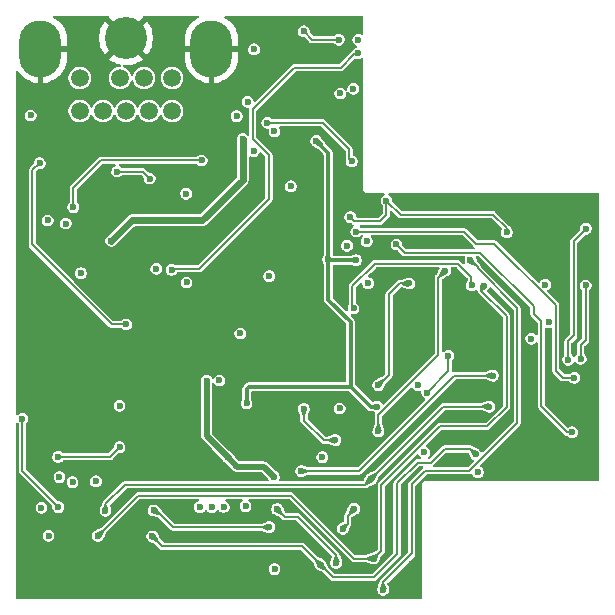
<source format=gbr>
%TF.GenerationSoftware,KiCad,Pcbnew,9.0.0*%
%TF.CreationDate,2025-11-19T20:28:36-08:00*%
%TF.ProjectId,MegaAV_CE,4d656761-4156-45f4-9345-2e6b69636164,rev?*%
%TF.SameCoordinates,Original*%
%TF.FileFunction,Copper,L4,Bot*%
%TF.FilePolarity,Positive*%
%FSLAX46Y46*%
G04 Gerber Fmt 4.6, Leading zero omitted, Abs format (unit mm)*
G04 Created by KiCad (PCBNEW 9.0.0) date 2025-11-19 20:28:36*
%MOMM*%
%LPD*%
G01*
G04 APERTURE LIST*
%TA.AperFunction,ComponentPad*%
%ADD10C,1.508000*%
%TD*%
%TA.AperFunction,ComponentPad*%
%ADD11O,3.556000X4.826000*%
%TD*%
%TA.AperFunction,ComponentPad*%
%ADD12C,3.556000*%
%TD*%
%TA.AperFunction,ViaPad*%
%ADD13C,0.600000*%
%TD*%
%TA.AperFunction,Conductor*%
%ADD14C,0.600000*%
%TD*%
%TA.AperFunction,Conductor*%
%ADD15C,0.500000*%
%TD*%
%TA.AperFunction,Conductor*%
%ADD16C,0.200000*%
%TD*%
%TA.AperFunction,Conductor*%
%ADD17C,0.350000*%
%TD*%
G04 APERTURE END LIST*
D10*
%TO.P,CN1,1,B*%
%TO.N,/B-OUT*%
X180453000Y-99929200D03*
%TO.P,CN1,2,5V*%
%TO.N,+5V*%
X178421000Y-99929200D03*
%TO.P,CN1,3,G*%
%TO.N,/G-OUT*%
X182840600Y-99929200D03*
%TO.P,CN1,4,CVBS*%
%TO.N,/CV-OUT*%
X180884800Y-102723200D03*
%TO.P,CN1,5,SYNC*%
%TO.N,/CSync*%
X178929000Y-102723200D03*
%TO.P,CN1,6,MONO*%
%TO.N,/AUD-M*%
X175017400Y-99929200D03*
%TO.P,CN1,7,R*%
%TO.N,/R-OUT*%
X182840600Y-102723200D03*
%TO.P,CN1,8,SL*%
%TO.N,/AUD-L*%
X176973200Y-102723200D03*
%TO.P,CN1,9,SR*%
%TO.N,/AUD-R*%
X175017400Y-102723200D03*
D11*
%TO.P,CN1,S1,RTN*%
%TO.N,GND*%
X171690000Y-97440000D03*
D12*
%TO.P,CN1,S2,RTN*%
X178929000Y-96551000D03*
D11*
%TO.P,CN1,S3,RTN*%
X186168000Y-97440000D03*
%TD*%
D13*
%TO.N,+5V*%
X191510000Y-141500000D03*
X195550000Y-132025000D03*
X197025000Y-127900000D03*
X188825000Y-105100000D03*
X197650000Y-114125000D03*
X185773858Y-125547964D03*
X177691303Y-113704907D03*
X199425000Y-117300000D03*
X187537768Y-132006155D03*
X191454700Y-133700982D03*
X172375000Y-138675000D03*
X171775000Y-136300000D03*
%TO.N,/B-IN*%
X176391012Y-134075382D03*
X185193582Y-136247138D03*
%TO.N,GND*%
X177094344Y-130752519D03*
X173301516Y-119592818D03*
X202300000Y-125125000D03*
X181625317Y-100588160D03*
X202425000Y-110850000D03*
X194275000Y-135800000D03*
X209825000Y-130475000D03*
X214953331Y-113562060D03*
X201275000Y-138650000D03*
X200075000Y-126700000D03*
X196900000Y-120500000D03*
X193025000Y-141100000D03*
X201750000Y-142825000D03*
X170762501Y-130142693D03*
X201250000Y-136625000D03*
X188892261Y-110656019D03*
X193250000Y-138050000D03*
X173500000Y-138525000D03*
X173774230Y-130761461D03*
X199700000Y-124325000D03*
X194550000Y-117675000D03*
X197400000Y-113150000D03*
X202925117Y-127790625D03*
X209775000Y-126525000D03*
X215116769Y-118010582D03*
X197000000Y-125250000D03*
X204675000Y-110575000D03*
X213250000Y-120950000D03*
X206831150Y-132295475D03*
X193969937Y-95108534D03*
X205997309Y-119949388D03*
X190550000Y-137200000D03*
X199925000Y-135800000D03*
X190701206Y-104483893D03*
X193542948Y-97634681D03*
X198650000Y-120900000D03*
X177600000Y-138900000D03*
X193075000Y-127550000D03*
X205975000Y-118125000D03*
X198700000Y-139375000D03*
X197800000Y-116100000D03*
X188624083Y-104197392D03*
X197325000Y-142900000D03*
X176700463Y-106048485D03*
X209900000Y-133225000D03*
X203125000Y-141075000D03*
X185917916Y-101884498D03*
X217575000Y-129875000D03*
X180049265Y-136049265D03*
X202525000Y-138700000D03*
X199525000Y-143025000D03*
%TO.N,/PSG*%
X177190000Y-136570000D03*
X209700000Y-127750000D03*
X199675000Y-133875000D03*
%TO.N,/32X_L*%
X208538235Y-131788235D03*
X195400000Y-141130000D03*
X181160000Y-138720000D03*
%TO.N,/32X_R*%
X196725000Y-140975000D03*
X191725000Y-136425000D03*
X193775000Y-133200000D03*
X210000000Y-125125000D03*
%TO.N,/FM_R*%
X198239513Y-136415852D03*
X197300000Y-138075000D03*
%TO.N,/FM_L*%
X191050000Y-137950000D03*
X181272150Y-136519321D03*
%TO.N,/G-IN*%
X186200000Y-136258982D03*
X174407745Y-134143738D03*
%TO.N,/R-OUT*%
X172303782Y-111986404D03*
%TO.N,/G-OUT*%
X173839579Y-112247059D03*
%TO.N,/B-OUT*%
X175116940Y-116452775D03*
%TO.N,/CSync*%
X170160091Y-128789494D03*
X173198549Y-136254603D03*
X186845655Y-125535239D03*
%TO.N,/R-IN*%
X173298838Y-133716967D03*
X187198275Y-136237971D03*
%TO.N,/CD_R*%
X176560000Y-138690000D03*
X199900000Y-140610000D03*
X209216282Y-117498666D03*
%TO.N,/CD_L*%
X200700000Y-143250000D03*
X208094712Y-115366674D03*
%TO.N,/AUD-R*%
X191050000Y-116700000D03*
%TO.N,/AUD-L*%
X189739804Y-106119435D03*
%TO.N,/AUD-M*%
X192900000Y-109100000D03*
%TO.N,Net-(C3-Pad2)*%
X194000000Y-127950000D03*
X196662369Y-130580636D03*
%TO.N,Net-(SR3-Pin_1)*%
X213250000Y-122000000D03*
X203675000Y-125950000D03*
X200300000Y-125925000D03*
X202916738Y-117308123D03*
%TO.N,Net-(SL3-Pin_1)*%
X200300000Y-129850000D03*
X214725000Y-120625000D03*
X205950000Y-116250000D03*
%TO.N,/SR*%
X214425000Y-117410000D03*
X208222961Y-117470685D03*
X198193456Y-119433016D03*
%TO.N,/SL*%
X211185045Y-112983451D03*
X200981953Y-110299000D03*
X197925000Y-111700000D03*
%TO.N,/V_REF*%
X195050000Y-105250000D03*
X199325000Y-113750000D03*
X198400000Y-115350000D03*
X189135019Y-127456707D03*
X196050000Y-115275000D03*
X200188235Y-127738235D03*
%TO.N,/HP_R*%
X189775000Y-97500000D03*
X208724265Y-133299265D03*
%TO.N,Net-(HPR_SL2-Pin_1)*%
X216695092Y-129920666D03*
X201830895Y-114003788D03*
X189225000Y-101925000D03*
%TO.N,Net-(HPL_SL2-Pin_1)*%
X198425000Y-112925000D03*
X191500000Y-104450000D03*
X216895710Y-125307108D03*
%TO.N,/HP_L*%
X204191072Y-131620256D03*
X198175793Y-100830125D03*
%TO.N,Net-(C49-Pad2)*%
X178186032Y-107845904D03*
X180939466Y-108439624D03*
%TO.N,Net-(MD1_PU1-A)*%
X178386652Y-131177421D03*
X173192889Y-131995307D03*
X188611412Y-121543364D03*
%TO.N,Net-(FMR_2-C)*%
X204434383Y-126558380D03*
X206226000Y-123459000D03*
%TO.N,Net-(HPL_RES2-C)*%
X198057403Y-106977201D03*
X217875000Y-112675000D03*
X190900000Y-103700000D03*
X216375000Y-123775000D03*
%TO.N,Net-(HPR_RES2-C)*%
X188300000Y-103150000D03*
X197077945Y-101227358D03*
X217425000Y-123700000D03*
X217850000Y-117475000D03*
%TO.N,Net-(C1-Pad2)*%
X170860799Y-103077144D03*
X178387143Y-127660828D03*
%TO.N,Net-(C46-Pad1)*%
X185331792Y-106891324D03*
X174472952Y-110850351D03*
%TO.N,Net-(C47-Pad1)*%
X193987863Y-95965567D03*
X196948268Y-96682714D03*
%TO.N,Net-(IC1-VREF)*%
X184055069Y-117228083D03*
X184019708Y-109713613D03*
%TO.N,Net-(IC1-COUT)*%
X198572452Y-97834544D03*
X182787931Y-116171888D03*
%TO.N,Net-(IC1-YOUT)*%
X181496020Y-116081905D03*
X198598268Y-96682714D03*
%TO.N,/NTSC{slash}PAL*%
X178937308Y-120790781D03*
X189053494Y-136168479D03*
X171618548Y-107134308D03*
%TD*%
D14*
%TO.N,+5V*%
X188825000Y-105100000D02*
X188825000Y-108527264D01*
X179424241Y-111971969D02*
X177691303Y-113704907D01*
D15*
X190575869Y-132822151D02*
X188353764Y-132822151D01*
X191454700Y-133700982D02*
X190575869Y-132822151D01*
D14*
X188825000Y-108527264D02*
X185380295Y-111971969D01*
X185380295Y-111971969D02*
X181953031Y-111971969D01*
D15*
X188353764Y-132822151D02*
X187537768Y-132006155D01*
D14*
X181953031Y-111971969D02*
X179424241Y-111971969D01*
D15*
X185773858Y-130242245D02*
X185773858Y-125547964D01*
X187537768Y-132006155D02*
X185773858Y-130242245D01*
D16*
%TO.N,/PSG*%
X177190000Y-136020000D02*
X177190000Y-136570000D01*
X199775000Y-133975000D02*
X199775000Y-133775000D01*
X178835000Y-134375000D02*
X177190000Y-136020000D01*
X199675000Y-133875000D02*
X199775000Y-133975000D01*
X199775000Y-133775000D02*
X205800000Y-127750000D01*
X205800000Y-127750000D02*
X209700000Y-127750000D01*
X199675000Y-133875000D02*
X199175000Y-134375000D01*
X199175000Y-134375000D02*
X178835000Y-134375000D01*
%TO.N,/32X_L*%
X195400000Y-141130000D02*
X196470000Y-142200000D01*
X196470000Y-142200000D02*
X199925000Y-142200000D01*
X205902097Y-131334717D02*
X208084717Y-131334717D01*
X204753521Y-132483293D02*
X205902097Y-131334717D01*
X203616707Y-132483293D02*
X204753521Y-132483293D01*
X199925000Y-142200000D02*
X201876000Y-140249000D01*
X195400000Y-141130000D02*
X193845000Y-139575000D01*
X201876000Y-140249000D02*
X201876000Y-134224000D01*
X201876000Y-134224000D02*
X203616707Y-132483293D01*
X193845000Y-139575000D02*
X182015000Y-139575000D01*
X182015000Y-139575000D02*
X181160000Y-138720000D01*
X208084717Y-131334717D02*
X208538235Y-131788235D01*
%TO.N,/32X_R*%
X193475000Y-137075000D02*
X196725000Y-140325000D01*
X198650000Y-133200000D02*
X206725000Y-125125000D01*
X196725000Y-140325000D02*
X196725000Y-140975000D01*
X206725000Y-125125000D02*
X210000000Y-125125000D01*
X193775000Y-133200000D02*
X198650000Y-133200000D01*
X192375000Y-137075000D02*
X193475000Y-137075000D01*
X191725000Y-136425000D02*
X192375000Y-137075000D01*
%TO.N,/FM_R*%
X197695000Y-136997434D02*
X197695000Y-137680000D01*
X198239513Y-136452921D02*
X197695000Y-136997434D01*
X197695000Y-137680000D02*
X197300000Y-138075000D01*
X198239513Y-136415852D02*
X198239513Y-136452921D01*
%TO.N,/FM_L*%
X181469321Y-136519321D02*
X181272150Y-136519321D01*
X191050000Y-137950000D02*
X182900000Y-137950000D01*
X182900000Y-137950000D02*
X181469321Y-136519321D01*
%TO.N,/CSync*%
X170160091Y-133216145D02*
X173198549Y-136254603D01*
X170160091Y-128789494D02*
X170160091Y-133216145D01*
%TO.N,/CD_R*%
X200550000Y-139960000D02*
X199900000Y-140610000D01*
X211150000Y-120100000D02*
X211150000Y-127775000D01*
X179975000Y-135275000D02*
X176560000Y-138690000D01*
X208996360Y-117946360D02*
X211150000Y-120100000D01*
X192900057Y-135275000D02*
X179975000Y-135275000D01*
X211150000Y-127775000D02*
X209500000Y-129425000D01*
X209500000Y-129425000D02*
X205500000Y-129425000D01*
X199900000Y-140610000D02*
X198235057Y-140610000D01*
X208996360Y-117718588D02*
X208996360Y-117946360D01*
X200550000Y-134375000D02*
X200550000Y-139960000D01*
X209216282Y-117498666D02*
X208996360Y-117718588D01*
X198235057Y-140610000D02*
X192900057Y-135275000D01*
X205500000Y-129425000D02*
X200550000Y-134375000D01*
%TO.N,/CD_L*%
X208700000Y-115953308D02*
X208700000Y-116050000D01*
X208113366Y-115366674D02*
X208700000Y-115953308D01*
X208094712Y-115366674D02*
X208113366Y-115366674D01*
X212050000Y-129125000D02*
X208000000Y-133175000D01*
X204250000Y-133175000D02*
X203125000Y-134300000D01*
X200700000Y-142600000D02*
X200700000Y-143250000D01*
X203125000Y-140175000D02*
X200700000Y-142600000D01*
X203125000Y-134300000D02*
X203125000Y-140175000D01*
X212050000Y-119400000D02*
X212050000Y-129125000D01*
X208700000Y-116050000D02*
X212050000Y-119400000D01*
X208000000Y-133175000D02*
X204250000Y-133175000D01*
%TO.N,Net-(C3-Pad2)*%
X196662369Y-130580636D02*
X195655636Y-130580636D01*
X195655636Y-130580636D02*
X194000000Y-128925000D01*
X194000000Y-128925000D02*
X194000000Y-127950000D01*
%TO.N,Net-(SR3-Pin_1)*%
X201200000Y-118234481D02*
X201200000Y-125050000D01*
X201200000Y-125050000D02*
X200325000Y-125925000D01*
X202126358Y-117308123D02*
X201200000Y-118234481D01*
X200325000Y-125925000D02*
X200300000Y-125925000D01*
X202916738Y-117308123D02*
X202126358Y-117308123D01*
%TO.N,Net-(SL3-Pin_1)*%
X205375000Y-116825000D02*
X205375000Y-123400000D01*
X200300000Y-128475000D02*
X200300000Y-129850000D01*
X205950000Y-116250000D02*
X205375000Y-116825000D01*
X205375000Y-123400000D02*
X200300000Y-128475000D01*
%TO.N,/SR*%
X199976000Y-115649000D02*
X198075000Y-117550000D01*
X208169599Y-116785153D02*
X207033446Y-115649000D01*
X207033446Y-115649000D02*
X199976000Y-115649000D01*
X198075000Y-117550000D02*
X198075000Y-119314560D01*
X208222961Y-117470685D02*
X208169599Y-117417323D01*
X198075000Y-119314560D02*
X198193456Y-119433016D01*
X208169599Y-117417323D02*
X208169599Y-116785153D01*
%TO.N,/SL*%
X200450000Y-112050000D02*
X198275000Y-112050000D01*
X210025000Y-111500000D02*
X202182953Y-111500000D01*
X211185045Y-112660045D02*
X210025000Y-111500000D01*
X200981953Y-110299000D02*
X200981953Y-111518047D01*
X211185045Y-112983451D02*
X211185045Y-112660045D01*
X202182953Y-111500000D02*
X200981953Y-110299000D01*
X198275000Y-112050000D02*
X197925000Y-111700000D01*
X200981953Y-111518047D02*
X200450000Y-112050000D01*
D17*
%TO.N,/V_REF*%
X196050000Y-115275000D02*
X196050000Y-106250000D01*
X189352503Y-126074000D02*
X197974000Y-126074000D01*
X196050000Y-118693991D02*
X196050000Y-115275000D01*
X196050000Y-106250000D02*
X195050000Y-105250000D01*
X200188235Y-127738235D02*
X199638235Y-127738235D01*
X199638235Y-127738235D02*
X197974000Y-126074000D01*
X197974000Y-120617991D02*
X196050000Y-118693991D01*
X196125000Y-115350000D02*
X196050000Y-115275000D01*
X189135019Y-127456707D02*
X189135019Y-126291484D01*
X197974000Y-126074000D02*
X197974000Y-120617991D01*
X189135019Y-126291484D02*
X189352503Y-126074000D01*
X198400000Y-115350000D02*
X196125000Y-115350000D01*
D16*
%TO.N,Net-(HPR_SL2-Pin_1)*%
X208901000Y-114701000D02*
X213450000Y-119250000D01*
X214101000Y-127726000D02*
X216295666Y-129920666D01*
X213450000Y-119250000D02*
X213450000Y-119875000D01*
X201830895Y-114003788D02*
X201830895Y-114005895D01*
X214101000Y-120526000D02*
X214101000Y-127726000D01*
X216295666Y-129920666D02*
X216695092Y-129920666D01*
X213450000Y-119875000D02*
X214101000Y-120526000D01*
X201830895Y-114005895D02*
X202526000Y-114701000D01*
X202526000Y-114701000D02*
X208901000Y-114701000D01*
%TO.N,Net-(HPL_SL2-Pin_1)*%
X215325000Y-124700000D02*
X215325000Y-119175000D01*
X215932108Y-125307108D02*
X215325000Y-124700000D01*
X210125000Y-113975000D02*
X208575057Y-113975000D01*
X208575057Y-113975000D02*
X207525057Y-112925000D01*
X215325000Y-119175000D02*
X210125000Y-113975000D01*
X207525057Y-112925000D02*
X198425000Y-112925000D01*
X216895710Y-125307108D02*
X215932108Y-125307108D01*
%TO.N,Net-(C49-Pad2)*%
X180345746Y-107845904D02*
X180939466Y-108439624D01*
X178186032Y-107845904D02*
X180345746Y-107845904D01*
%TO.N,Net-(MD1_PU1-A)*%
X177568766Y-131995307D02*
X173192889Y-131995307D01*
X178386652Y-131177421D02*
X177568766Y-131995307D01*
%TO.N,Net-(FMR_2-C)*%
X204434383Y-126558380D02*
X206226000Y-124766763D01*
X206226000Y-124766763D02*
X206226000Y-123459000D01*
%TO.N,Net-(HPL_RES2-C)*%
X216350000Y-123750000D02*
X216350000Y-122225000D01*
X197825000Y-105950000D02*
X195575000Y-103700000D01*
X197825000Y-106744798D02*
X197825000Y-105950000D01*
X195575000Y-103700000D02*
X190900000Y-103700000D01*
X216350000Y-122225000D02*
X216850000Y-121725000D01*
X216375000Y-123775000D02*
X216350000Y-123750000D01*
X216850000Y-121725000D02*
X216850000Y-113700000D01*
X198057403Y-106977201D02*
X197825000Y-106744798D01*
X216850000Y-113700000D02*
X217875000Y-112675000D01*
%TO.N,Net-(HPR_RES2-C)*%
X217425000Y-123700000D02*
X217425000Y-122500000D01*
X217425000Y-122500000D02*
X217850000Y-122075000D01*
X217850000Y-122075000D02*
X217850000Y-117475000D01*
%TO.N,Net-(C46-Pad1)*%
X174472952Y-110850351D02*
X174472952Y-109217088D01*
X174472952Y-109217088D02*
X176798716Y-106891324D01*
X176798716Y-106891324D02*
X185331792Y-106891324D01*
%TO.N,Net-(C47-Pad1)*%
X194705010Y-96682714D02*
X193987863Y-95965567D01*
X196948268Y-96682714D02*
X194705010Y-96682714D01*
%TO.N,Net-(IC1-COUT)*%
X185150171Y-116062704D02*
X182902057Y-116062704D01*
X198528017Y-97878979D02*
X198257452Y-97878979D01*
X189677279Y-105097823D02*
X191037996Y-106458540D01*
X182792873Y-116171888D02*
X182787931Y-116171888D01*
X197095469Y-99040962D02*
X193196384Y-99040962D01*
X189677279Y-102560067D02*
X189677279Y-105097823D01*
X198572452Y-97834544D02*
X198528017Y-97878979D01*
X191037996Y-106458540D02*
X191037996Y-110174879D01*
X182902057Y-116062704D02*
X182792873Y-116171888D01*
X193196384Y-99040962D02*
X189677279Y-102560067D01*
X191037996Y-110174879D02*
X185150171Y-116062704D01*
X198257452Y-97878979D02*
X197095469Y-99040962D01*
%TO.N,/NTSC{slash}PAL*%
X171007611Y-107745245D02*
X171618548Y-107134308D01*
X171007611Y-113982618D02*
X171007611Y-107745245D01*
X177759436Y-120790781D02*
X170979442Y-114010787D01*
X170979442Y-114010787D02*
X171007611Y-113982618D01*
X178937308Y-120790781D02*
X177759436Y-120790781D01*
%TD*%
%TA.AperFunction,Conductor*%
%TO.N,GND*%
G36*
X177407699Y-94635904D02*
G01*
X177465876Y-94654850D01*
X177501807Y-94704374D01*
X177506420Y-94741379D01*
X177504360Y-94772805D01*
X178224556Y-95493002D01*
X178101651Y-95582298D01*
X177960298Y-95723651D01*
X177871002Y-95846556D01*
X177150806Y-95126360D01*
X177030850Y-95282691D01*
X176881536Y-95541311D01*
X176767267Y-95817184D01*
X176767263Y-95817197D01*
X176689976Y-96105633D01*
X176689976Y-96105638D01*
X176651000Y-96401690D01*
X176651000Y-96700309D01*
X176689976Y-96996361D01*
X176689976Y-96996366D01*
X176767263Y-97284802D01*
X176767267Y-97284815D01*
X176881536Y-97560688D01*
X177030850Y-97819308D01*
X177150806Y-97975637D01*
X177871001Y-97255442D01*
X177960298Y-97378349D01*
X178101651Y-97519702D01*
X178224555Y-97608996D01*
X177504360Y-98329192D01*
X177660691Y-98449149D01*
X177919311Y-98598463D01*
X178195184Y-98712732D01*
X178195197Y-98712736D01*
X178446500Y-98780073D01*
X178497814Y-98813397D01*
X178519741Y-98870519D01*
X178503905Y-98929619D01*
X178456356Y-98968124D01*
X178420877Y-98974700D01*
X178326987Y-98974700D01*
X178142583Y-99011381D01*
X178142581Y-99011381D01*
X177968877Y-99083331D01*
X177968876Y-99083331D01*
X177812542Y-99187791D01*
X177679591Y-99320742D01*
X177575131Y-99477076D01*
X177575131Y-99477077D01*
X177503181Y-99650781D01*
X177503181Y-99650783D01*
X177466500Y-99835187D01*
X177466500Y-100023212D01*
X177503181Y-100207616D01*
X177503181Y-100207618D01*
X177575131Y-100381322D01*
X177575131Y-100381323D01*
X177607406Y-100429625D01*
X177679592Y-100537658D01*
X177812542Y-100670608D01*
X177968875Y-100775067D01*
X178142583Y-100847019D01*
X178326990Y-100883700D01*
X178326991Y-100883700D01*
X178515009Y-100883700D01*
X178515010Y-100883700D01*
X178699417Y-100847019D01*
X178873125Y-100775067D01*
X179029458Y-100670608D01*
X179162408Y-100537658D01*
X179266867Y-100381325D01*
X179338819Y-100207617D01*
X179339902Y-100202171D01*
X179369798Y-100148788D01*
X179425363Y-100123171D01*
X179485373Y-100135107D01*
X179526906Y-100180037D01*
X179534098Y-100202172D01*
X179535180Y-100207615D01*
X179535181Y-100207618D01*
X179607131Y-100381322D01*
X179607131Y-100381323D01*
X179639406Y-100429625D01*
X179711592Y-100537658D01*
X179844542Y-100670608D01*
X180000875Y-100775067D01*
X180174583Y-100847019D01*
X180358990Y-100883700D01*
X180358991Y-100883700D01*
X180547009Y-100883700D01*
X180547010Y-100883700D01*
X180731417Y-100847019D01*
X180905125Y-100775067D01*
X181061458Y-100670608D01*
X181194408Y-100537658D01*
X181298867Y-100381325D01*
X181370819Y-100207617D01*
X181407500Y-100023210D01*
X181407500Y-99835190D01*
X181407499Y-99835187D01*
X181886100Y-99835187D01*
X181886100Y-100023212D01*
X181922781Y-100207616D01*
X181922781Y-100207618D01*
X181994731Y-100381322D01*
X181994731Y-100381323D01*
X182027006Y-100429625D01*
X182099192Y-100537658D01*
X182232142Y-100670608D01*
X182388475Y-100775067D01*
X182562183Y-100847019D01*
X182746590Y-100883700D01*
X182746591Y-100883700D01*
X182934609Y-100883700D01*
X182934610Y-100883700D01*
X183119017Y-100847019D01*
X183292725Y-100775067D01*
X183449058Y-100670608D01*
X183582008Y-100537658D01*
X183686467Y-100381325D01*
X183758419Y-100207617D01*
X183795100Y-100023210D01*
X183795100Y-99835190D01*
X183758419Y-99650783D01*
X183686468Y-99477077D01*
X183686468Y-99477076D01*
X183582008Y-99320742D01*
X183449057Y-99187791D01*
X183292722Y-99083331D01*
X183119017Y-99011381D01*
X182934612Y-98974700D01*
X182934610Y-98974700D01*
X182746590Y-98974700D01*
X182746587Y-98974700D01*
X182562183Y-99011381D01*
X182562181Y-99011381D01*
X182388477Y-99083331D01*
X182388476Y-99083331D01*
X182232142Y-99187791D01*
X182099191Y-99320742D01*
X181994731Y-99477076D01*
X181994731Y-99477077D01*
X181922781Y-99650781D01*
X181922781Y-99650783D01*
X181886100Y-99835187D01*
X181407499Y-99835187D01*
X181370819Y-99650783D01*
X181298868Y-99477077D01*
X181298868Y-99477076D01*
X181194408Y-99320742D01*
X181061457Y-99187791D01*
X180905122Y-99083331D01*
X180731417Y-99011381D01*
X180547012Y-98974700D01*
X180547010Y-98974700D01*
X180358990Y-98974700D01*
X180358987Y-98974700D01*
X180174583Y-99011381D01*
X180174581Y-99011381D01*
X180000877Y-99083331D01*
X180000876Y-99083331D01*
X179844542Y-99187791D01*
X179711591Y-99320742D01*
X179607131Y-99477076D01*
X179607131Y-99477077D01*
X179535181Y-99650781D01*
X179534098Y-99656229D01*
X179504201Y-99709613D01*
X179448635Y-99735228D01*
X179388626Y-99723291D01*
X179347093Y-99678360D01*
X179339902Y-99656229D01*
X179338819Y-99650783D01*
X179266868Y-99477077D01*
X179266868Y-99477076D01*
X179162408Y-99320742D01*
X179029457Y-99187791D01*
X178873122Y-99083331D01*
X178711295Y-99016301D01*
X178664769Y-98976565D01*
X178650485Y-98917070D01*
X178673900Y-98860542D01*
X178726069Y-98828572D01*
X178762103Y-98826684D01*
X178779693Y-98829000D01*
X179078307Y-98829000D01*
X179078309Y-98828999D01*
X179374361Y-98790023D01*
X179374366Y-98790023D01*
X179662802Y-98712736D01*
X179662815Y-98712732D01*
X179938688Y-98598463D01*
X180197303Y-98449152D01*
X180353638Y-98329192D01*
X179633443Y-97608997D01*
X179756349Y-97519702D01*
X179897702Y-97378349D01*
X179986997Y-97255443D01*
X180707192Y-97975638D01*
X180827152Y-97819303D01*
X180954060Y-97599493D01*
X180976463Y-97560688D01*
X181047274Y-97389734D01*
X181047274Y-97389733D01*
X181090734Y-97284809D01*
X181090736Y-97284802D01*
X181168023Y-96996366D01*
X181168023Y-96996361D01*
X181206999Y-96700309D01*
X181207000Y-96700307D01*
X181207000Y-96401693D01*
X181206999Y-96401690D01*
X181168023Y-96105638D01*
X181168023Y-96105633D01*
X181090736Y-95817197D01*
X181090732Y-95817184D01*
X180976463Y-95541311D01*
X180827149Y-95282691D01*
X180707191Y-95126360D01*
X179986996Y-95846554D01*
X179897702Y-95723651D01*
X179756349Y-95582298D01*
X179633442Y-95493001D01*
X180353638Y-94772806D01*
X180351711Y-94743409D01*
X180366771Y-94684106D01*
X180413812Y-94644980D01*
X180450559Y-94637933D01*
X184990822Y-94640959D01*
X185048998Y-94659905D01*
X185084929Y-94709429D01*
X185084888Y-94770614D01*
X185048891Y-94820090D01*
X185040254Y-94825695D01*
X184899697Y-94906846D01*
X184662793Y-95088628D01*
X184451628Y-95299793D01*
X184269850Y-95536691D01*
X184120536Y-95795311D01*
X184006267Y-96071184D01*
X184006263Y-96071197D01*
X183928976Y-96359633D01*
X183928976Y-96359638D01*
X183890000Y-96655690D01*
X183890000Y-97189999D01*
X183890001Y-97190000D01*
X184898000Y-97190000D01*
X184898000Y-97690000D01*
X183890001Y-97690000D01*
X183890000Y-97690001D01*
X183890000Y-98224309D01*
X183928976Y-98520361D01*
X183928976Y-98520366D01*
X184006263Y-98808802D01*
X184006267Y-98808815D01*
X184120536Y-99084688D01*
X184269850Y-99343308D01*
X184451628Y-99580206D01*
X184662793Y-99791371D01*
X184899691Y-99973149D01*
X185158311Y-100122463D01*
X185434184Y-100236732D01*
X185434197Y-100236736D01*
X185722635Y-100314023D01*
X185917999Y-100339743D01*
X185918000Y-100339742D01*
X185918000Y-99321234D01*
X186068049Y-99345000D01*
X186267951Y-99345000D01*
X186418000Y-99321234D01*
X186418000Y-100339743D01*
X186613361Y-100314023D01*
X186613366Y-100314023D01*
X186901802Y-100236736D01*
X186901815Y-100236732D01*
X187177688Y-100122463D01*
X187436308Y-99973149D01*
X187673206Y-99791371D01*
X187884371Y-99580206D01*
X188066149Y-99343308D01*
X188215463Y-99084688D01*
X188329732Y-98808815D01*
X188329736Y-98808802D01*
X188407023Y-98520366D01*
X188407023Y-98520361D01*
X188445999Y-98224309D01*
X188446000Y-98224307D01*
X188446000Y-97690001D01*
X188445999Y-97690000D01*
X187438000Y-97690000D01*
X187438000Y-97434108D01*
X189274500Y-97434108D01*
X189274500Y-97565892D01*
X189293607Y-97637201D01*
X189308609Y-97693190D01*
X189374496Y-97807309D01*
X189374498Y-97807311D01*
X189374500Y-97807314D01*
X189467686Y-97900500D01*
X189467688Y-97900501D01*
X189467690Y-97900503D01*
X189581810Y-97966390D01*
X189581808Y-97966390D01*
X189581812Y-97966391D01*
X189581814Y-97966392D01*
X189709108Y-98000500D01*
X189709110Y-98000500D01*
X189840890Y-98000500D01*
X189840892Y-98000500D01*
X189968186Y-97966392D01*
X189968188Y-97966390D01*
X189968190Y-97966390D01*
X190082309Y-97900503D01*
X190082309Y-97900502D01*
X190082314Y-97900500D01*
X190175500Y-97807314D01*
X190241392Y-97693186D01*
X190275500Y-97565892D01*
X190275500Y-97434108D01*
X190241392Y-97306814D01*
X190241390Y-97306811D01*
X190241390Y-97306809D01*
X190175503Y-97192690D01*
X190175501Y-97192688D01*
X190175500Y-97192686D01*
X190082314Y-97099500D01*
X190082311Y-97099498D01*
X190082309Y-97099496D01*
X189968189Y-97033609D01*
X189968191Y-97033609D01*
X189918799Y-97020375D01*
X189840892Y-96999500D01*
X189709108Y-96999500D01*
X189631200Y-97020375D01*
X189581809Y-97033609D01*
X189467690Y-97099496D01*
X189374496Y-97192690D01*
X189308609Y-97306809D01*
X189308608Y-97306814D01*
X189274500Y-97434108D01*
X187438000Y-97434108D01*
X187438000Y-97190000D01*
X188445999Y-97190000D01*
X188446000Y-97189999D01*
X188446000Y-96655693D01*
X188445999Y-96655690D01*
X188407023Y-96359638D01*
X188407023Y-96359633D01*
X188329736Y-96071197D01*
X188329732Y-96071184D01*
X188271696Y-95931071D01*
X188258691Y-95899675D01*
X193487363Y-95899675D01*
X193487363Y-96031459D01*
X193498011Y-96071197D01*
X193521472Y-96158757D01*
X193587359Y-96272876D01*
X193587361Y-96272878D01*
X193587363Y-96272881D01*
X193680549Y-96366067D01*
X193680551Y-96366068D01*
X193680553Y-96366070D01*
X193794673Y-96431957D01*
X193794671Y-96431957D01*
X193794675Y-96431958D01*
X193794677Y-96431959D01*
X193921971Y-96466067D01*
X193921973Y-96466067D01*
X194022384Y-96466067D01*
X194080575Y-96484974D01*
X194092388Y-96495063D01*
X194464550Y-96867225D01*
X194464549Y-96867225D01*
X194520499Y-96923174D01*
X194589017Y-96962733D01*
X194589021Y-96962735D01*
X194665445Y-96983213D01*
X194665447Y-96983214D01*
X194665448Y-96983214D01*
X196499947Y-96983214D01*
X196558138Y-97002121D01*
X196569944Y-97012204D01*
X196640954Y-97083214D01*
X196640956Y-97083215D01*
X196640958Y-97083217D01*
X196755078Y-97149104D01*
X196755076Y-97149104D01*
X196755080Y-97149105D01*
X196755082Y-97149106D01*
X196882376Y-97183214D01*
X196882378Y-97183214D01*
X197014158Y-97183214D01*
X197014160Y-97183214D01*
X197141454Y-97149106D01*
X197141456Y-97149104D01*
X197141458Y-97149104D01*
X197255577Y-97083217D01*
X197255577Y-97083216D01*
X197255582Y-97083214D01*
X197348768Y-96990028D01*
X197364527Y-96962733D01*
X197414658Y-96875904D01*
X197414658Y-96875902D01*
X197414660Y-96875900D01*
X197448768Y-96748606D01*
X197448768Y-96616822D01*
X197414660Y-96489528D01*
X197414658Y-96489525D01*
X197414658Y-96489523D01*
X197348771Y-96375404D01*
X197348769Y-96375402D01*
X197348768Y-96375400D01*
X197255582Y-96282214D01*
X197255579Y-96282212D01*
X197255577Y-96282210D01*
X197141457Y-96216323D01*
X197141459Y-96216323D01*
X197071003Y-96197445D01*
X197014160Y-96182214D01*
X196882376Y-96182214D01*
X196825533Y-96197445D01*
X196755077Y-96216323D01*
X196640958Y-96282210D01*
X196640957Y-96282211D01*
X196640954Y-96282213D01*
X196640954Y-96282214D01*
X196569948Y-96353219D01*
X196515434Y-96380995D01*
X196499947Y-96382214D01*
X194870489Y-96382214D01*
X194812298Y-96363307D01*
X194800485Y-96353218D01*
X194517359Y-96070092D01*
X194489582Y-96015575D01*
X194488363Y-96000088D01*
X194488363Y-95899676D01*
X194466263Y-95817197D01*
X194454255Y-95772381D01*
X194454253Y-95772378D01*
X194454253Y-95772376D01*
X194388366Y-95658257D01*
X194388364Y-95658255D01*
X194388363Y-95658253D01*
X194295177Y-95565067D01*
X194295174Y-95565065D01*
X194295172Y-95565063D01*
X194181052Y-95499176D01*
X194181054Y-95499176D01*
X194131662Y-95485942D01*
X194053755Y-95465067D01*
X193921971Y-95465067D01*
X193844063Y-95485942D01*
X193794672Y-95499176D01*
X193680553Y-95565063D01*
X193587359Y-95658257D01*
X193521472Y-95772376D01*
X193521471Y-95772381D01*
X193487363Y-95899675D01*
X188258691Y-95899675D01*
X188215463Y-95795311D01*
X188066149Y-95536691D01*
X187884371Y-95299793D01*
X187673206Y-95088628D01*
X187436308Y-94906850D01*
X187298467Y-94827268D01*
X187257526Y-94781798D01*
X187251130Y-94720948D01*
X187281723Y-94667960D01*
X187337618Y-94643073D01*
X187348026Y-94642531D01*
X198900831Y-94650233D01*
X198959009Y-94669179D01*
X198994940Y-94718703D01*
X198999765Y-94749167D01*
X199000709Y-96165596D01*
X198981840Y-96223799D01*
X198932364Y-96259796D01*
X198871179Y-96259837D01*
X198852209Y-96251399D01*
X198791455Y-96216322D01*
X198721003Y-96197445D01*
X198664160Y-96182214D01*
X198532376Y-96182214D01*
X198475533Y-96197445D01*
X198405077Y-96216323D01*
X198290958Y-96282210D01*
X198197764Y-96375404D01*
X198131877Y-96489523D01*
X198115405Y-96550999D01*
X198097768Y-96616822D01*
X198097768Y-96748606D01*
X198124505Y-96848392D01*
X198131877Y-96875904D01*
X198197764Y-96990023D01*
X198197766Y-96990025D01*
X198197768Y-96990028D01*
X198290954Y-97083214D01*
X198290956Y-97083215D01*
X198290958Y-97083217D01*
X198405078Y-97149104D01*
X198405076Y-97149104D01*
X198405080Y-97149105D01*
X198405082Y-97149106D01*
X198444037Y-97159544D01*
X198495350Y-97192867D01*
X198517277Y-97249988D01*
X198501442Y-97309089D01*
X198453892Y-97347594D01*
X198444040Y-97350796D01*
X198379266Y-97368152D01*
X198379264Y-97368152D01*
X198379260Y-97368154D01*
X198265142Y-97434040D01*
X198171950Y-97527232D01*
X198138340Y-97585445D01*
X198102107Y-97621679D01*
X198078539Y-97635287D01*
X198072942Y-97638518D01*
X196999994Y-98711466D01*
X196945477Y-98739243D01*
X196929990Y-98740462D01*
X193156819Y-98740462D01*
X193080395Y-98760940D01*
X193080391Y-98760942D01*
X193011875Y-98800500D01*
X189893951Y-101918423D01*
X189839434Y-101946200D01*
X189779002Y-101936629D01*
X189735737Y-101893364D01*
X189725794Y-101861342D01*
X189725500Y-101859110D01*
X189725500Y-101859109D01*
X189725500Y-101859108D01*
X189691392Y-101731814D01*
X189691390Y-101731811D01*
X189691390Y-101731809D01*
X189625503Y-101617690D01*
X189625501Y-101617688D01*
X189625500Y-101617686D01*
X189532314Y-101524500D01*
X189532311Y-101524498D01*
X189532309Y-101524496D01*
X189418189Y-101458609D01*
X189418191Y-101458609D01*
X189368799Y-101445375D01*
X189290892Y-101424500D01*
X189159108Y-101424500D01*
X189081200Y-101445375D01*
X189031809Y-101458609D01*
X188917690Y-101524496D01*
X188824496Y-101617690D01*
X188758609Y-101731809D01*
X188739539Y-101802978D01*
X188724500Y-101859108D01*
X188724500Y-101990892D01*
X188754579Y-102103151D01*
X188758609Y-102118190D01*
X188824496Y-102232309D01*
X188824498Y-102232311D01*
X188824500Y-102232314D01*
X188917686Y-102325500D01*
X188917688Y-102325501D01*
X188917690Y-102325503D01*
X189031810Y-102391390D01*
X189031808Y-102391390D01*
X189031812Y-102391391D01*
X189031814Y-102391392D01*
X189159108Y-102425500D01*
X189159110Y-102425500D01*
X189277779Y-102425500D01*
X189335970Y-102444407D01*
X189371934Y-102493907D01*
X189376779Y-102524500D01*
X189376779Y-104704958D01*
X189357872Y-104763149D01*
X189308372Y-104799113D01*
X189247186Y-104799113D01*
X189207777Y-104774963D01*
X189132314Y-104699500D01*
X189132311Y-104699498D01*
X189132309Y-104699496D01*
X189018189Y-104633609D01*
X189018191Y-104633609D01*
X188968799Y-104620375D01*
X188890892Y-104599500D01*
X188759108Y-104599500D01*
X188681200Y-104620375D01*
X188631809Y-104633609D01*
X188517690Y-104699496D01*
X188424496Y-104792690D01*
X188358609Y-104906809D01*
X188324500Y-105034109D01*
X188324500Y-108278942D01*
X188305593Y-108337133D01*
X188295504Y-108348946D01*
X185201977Y-111442473D01*
X185147460Y-111470250D01*
X185131973Y-111471469D01*
X182018923Y-111471469D01*
X179490133Y-111471469D01*
X179358348Y-111471469D01*
X179349676Y-111473792D01*
X179308640Y-111484787D01*
X179308641Y-111484788D01*
X179231050Y-111505578D01*
X179116931Y-111571465D01*
X179116925Y-111571469D01*
X179116926Y-111571470D01*
X177290799Y-113397597D01*
X177224912Y-113511716D01*
X177224911Y-113511721D01*
X177190803Y-113639015D01*
X177190803Y-113770799D01*
X177213777Y-113856541D01*
X177224912Y-113898097D01*
X177290799Y-114012216D01*
X177290801Y-114012218D01*
X177290803Y-114012221D01*
X177383989Y-114105407D01*
X177383991Y-114105408D01*
X177383993Y-114105410D01*
X177498113Y-114171297D01*
X177498111Y-114171297D01*
X177498115Y-114171298D01*
X177498117Y-114171299D01*
X177625411Y-114205407D01*
X177625413Y-114205407D01*
X177757193Y-114205407D01*
X177757195Y-114205407D01*
X177884489Y-114171299D01*
X177884491Y-114171297D01*
X177884493Y-114171297D01*
X177998612Y-114105410D01*
X177998612Y-114105409D01*
X177998617Y-114105407D01*
X179602559Y-112501465D01*
X179657076Y-112473688D01*
X179672563Y-112472469D01*
X185446185Y-112472469D01*
X185446187Y-112472469D01*
X185573481Y-112438361D01*
X185573483Y-112438359D01*
X185573485Y-112438359D01*
X185687604Y-112372472D01*
X185687604Y-112372471D01*
X185687609Y-112372469D01*
X189225500Y-108834578D01*
X189249686Y-108792686D01*
X189291392Y-108720450D01*
X189325500Y-108593156D01*
X189325500Y-106629637D01*
X189344407Y-106571446D01*
X189393907Y-106535482D01*
X189455093Y-106535482D01*
X189473997Y-106543899D01*
X189546618Y-106585827D01*
X189673912Y-106619935D01*
X189673914Y-106619935D01*
X189805694Y-106619935D01*
X189805696Y-106619935D01*
X189932990Y-106585827D01*
X189932992Y-106585825D01*
X189932994Y-106585825D01*
X190047113Y-106519938D01*
X190047113Y-106519937D01*
X190047118Y-106519935D01*
X190140304Y-106426749D01*
X190141353Y-106424933D01*
X190206194Y-106312624D01*
X190206193Y-106312624D01*
X190206196Y-106312621D01*
X190216952Y-106272476D01*
X190250274Y-106221165D01*
X190307395Y-106199237D01*
X190366496Y-106215072D01*
X190382582Y-106228097D01*
X190708500Y-106554015D01*
X190736277Y-106608532D01*
X190737496Y-106624019D01*
X190737496Y-110009400D01*
X190718589Y-110067591D01*
X190708500Y-110079404D01*
X185054696Y-115733208D01*
X185000179Y-115760985D01*
X184984692Y-115762204D01*
X183105864Y-115762204D01*
X183056365Y-115748940D01*
X182981117Y-115705496D01*
X182853823Y-115671388D01*
X182722039Y-115671388D01*
X182644131Y-115692263D01*
X182594740Y-115705497D01*
X182480621Y-115771384D01*
X182387427Y-115864578D01*
X182321540Y-115978697D01*
X182311541Y-116016014D01*
X182287431Y-116105996D01*
X182287431Y-116237780D01*
X182308360Y-116315890D01*
X182321540Y-116365078D01*
X182387427Y-116479197D01*
X182387429Y-116479199D01*
X182387431Y-116479202D01*
X182480617Y-116572388D01*
X182480619Y-116572389D01*
X182480621Y-116572391D01*
X182594741Y-116638278D01*
X182594739Y-116638278D01*
X182594743Y-116638279D01*
X182594745Y-116638280D01*
X182722039Y-116672388D01*
X182722041Y-116672388D01*
X182853821Y-116672388D01*
X182853823Y-116672388D01*
X182981117Y-116638280D01*
X182981119Y-116638278D01*
X182981121Y-116638278D01*
X182988344Y-116634108D01*
X190549500Y-116634108D01*
X190549500Y-116765892D01*
X190572914Y-116853275D01*
X190583609Y-116893190D01*
X190649496Y-117007309D01*
X190649498Y-117007311D01*
X190649500Y-117007314D01*
X190742686Y-117100500D01*
X190742688Y-117100501D01*
X190742690Y-117100503D01*
X190856810Y-117166390D01*
X190856808Y-117166390D01*
X190856812Y-117166391D01*
X190856814Y-117166392D01*
X190984108Y-117200500D01*
X190984110Y-117200500D01*
X191115890Y-117200500D01*
X191115892Y-117200500D01*
X191243186Y-117166392D01*
X191243188Y-117166390D01*
X191243190Y-117166390D01*
X191357309Y-117100503D01*
X191357309Y-117100502D01*
X191357314Y-117100500D01*
X191450500Y-117007314D01*
X191481700Y-116953275D01*
X191516390Y-116893190D01*
X191516390Y-116893188D01*
X191516392Y-116893186D01*
X191550500Y-116765892D01*
X191550500Y-116634108D01*
X191516392Y-116506814D01*
X191516390Y-116506811D01*
X191516390Y-116506809D01*
X191450503Y-116392690D01*
X191450501Y-116392688D01*
X191450500Y-116392686D01*
X191357314Y-116299500D01*
X191357311Y-116299498D01*
X191357309Y-116299496D01*
X191243189Y-116233609D01*
X191243191Y-116233609D01*
X191185051Y-116218031D01*
X191115892Y-116199500D01*
X190984108Y-116199500D01*
X190914949Y-116218031D01*
X190856809Y-116233609D01*
X190742690Y-116299496D01*
X190649496Y-116392690D01*
X190583609Y-116506809D01*
X190580432Y-116518667D01*
X190549500Y-116634108D01*
X182988344Y-116634108D01*
X183095240Y-116572391D01*
X183095240Y-116572390D01*
X183095245Y-116572388D01*
X183188431Y-116479202D01*
X183226824Y-116412702D01*
X183272293Y-116371763D01*
X183312560Y-116363204D01*
X185189734Y-116363204D01*
X185189734Y-116363203D01*
X185266160Y-116342725D01*
X185334682Y-116303164D01*
X185390631Y-116247215D01*
X191278456Y-110359390D01*
X191284450Y-110349008D01*
X191290483Y-110338560D01*
X191318016Y-110290869D01*
X191318017Y-110290868D01*
X191338496Y-110214441D01*
X191338496Y-109034108D01*
X192399500Y-109034108D01*
X192399500Y-109165892D01*
X192408619Y-109199925D01*
X192433609Y-109293190D01*
X192499496Y-109407309D01*
X192499498Y-109407311D01*
X192499500Y-109407314D01*
X192592686Y-109500500D01*
X192592688Y-109500501D01*
X192592690Y-109500503D01*
X192706810Y-109566390D01*
X192706808Y-109566390D01*
X192706812Y-109566391D01*
X192706814Y-109566392D01*
X192834108Y-109600500D01*
X192834110Y-109600500D01*
X192965890Y-109600500D01*
X192965892Y-109600500D01*
X193093186Y-109566392D01*
X193093188Y-109566390D01*
X193093190Y-109566390D01*
X193207309Y-109500503D01*
X193207309Y-109500502D01*
X193207314Y-109500500D01*
X193300500Y-109407314D01*
X193333152Y-109350759D01*
X193366390Y-109293190D01*
X193366390Y-109293188D01*
X193366392Y-109293186D01*
X193400500Y-109165892D01*
X193400500Y-109034108D01*
X193366392Y-108906814D01*
X193366390Y-108906811D01*
X193366390Y-108906809D01*
X193300503Y-108792690D01*
X193300501Y-108792688D01*
X193300500Y-108792686D01*
X193207314Y-108699500D01*
X193207311Y-108699498D01*
X193207309Y-108699496D01*
X193093189Y-108633609D01*
X193093191Y-108633609D01*
X193043799Y-108620375D01*
X192965892Y-108599500D01*
X192834108Y-108599500D01*
X192756200Y-108620375D01*
X192706809Y-108633609D01*
X192592690Y-108699496D01*
X192499496Y-108792690D01*
X192433609Y-108906809D01*
X192433608Y-108906814D01*
X192399500Y-109034108D01*
X191338496Y-109034108D01*
X191338496Y-106418978D01*
X191318017Y-106342551D01*
X191278456Y-106274029D01*
X191276906Y-106272479D01*
X191222507Y-106218079D01*
X191222507Y-106218080D01*
X190006775Y-105002348D01*
X189978998Y-104947831D01*
X189977779Y-104932344D01*
X189977779Y-103634108D01*
X190399500Y-103634108D01*
X190399500Y-103765892D01*
X190429579Y-103878151D01*
X190433609Y-103893190D01*
X190499496Y-104007309D01*
X190499498Y-104007311D01*
X190499500Y-104007314D01*
X190592686Y-104100500D01*
X190592688Y-104100501D01*
X190592690Y-104100503D01*
X190706810Y-104166390D01*
X190706808Y-104166390D01*
X190706812Y-104166391D01*
X190706814Y-104166392D01*
X190834108Y-104200500D01*
X190834110Y-104200500D01*
X190919678Y-104200500D01*
X190977869Y-104219407D01*
X191013833Y-104268907D01*
X191015305Y-104325122D01*
X190999500Y-104384108D01*
X190999500Y-104515892D01*
X191029579Y-104628151D01*
X191033609Y-104643190D01*
X191099496Y-104757309D01*
X191099498Y-104757311D01*
X191099500Y-104757314D01*
X191192686Y-104850500D01*
X191192688Y-104850501D01*
X191192690Y-104850503D01*
X191306810Y-104916390D01*
X191306808Y-104916390D01*
X191306812Y-104916391D01*
X191306814Y-104916392D01*
X191434108Y-104950500D01*
X191434110Y-104950500D01*
X191565890Y-104950500D01*
X191565892Y-104950500D01*
X191693186Y-104916392D01*
X191693188Y-104916390D01*
X191693190Y-104916390D01*
X191807309Y-104850503D01*
X191807309Y-104850502D01*
X191807314Y-104850500D01*
X191900500Y-104757314D01*
X191900503Y-104757309D01*
X191966390Y-104643190D01*
X191966390Y-104643188D01*
X191966392Y-104643186D01*
X192000500Y-104515892D01*
X192000500Y-104384108D01*
X191966392Y-104256814D01*
X191966390Y-104256811D01*
X191966390Y-104256809D01*
X191904146Y-104149000D01*
X191891424Y-104089152D01*
X191916310Y-104033256D01*
X191969298Y-104002663D01*
X191989882Y-104000500D01*
X195409521Y-104000500D01*
X195467712Y-104019407D01*
X195479525Y-104029496D01*
X197495504Y-106045475D01*
X197523281Y-106099992D01*
X197524500Y-106115479D01*
X197524500Y-106784362D01*
X197544977Y-106860783D01*
X197547462Y-106866781D01*
X197546025Y-106867376D01*
X197556903Y-106907966D01*
X197556903Y-106911309D01*
X197556903Y-107043093D01*
X197568001Y-107084510D01*
X197591012Y-107170391D01*
X197656899Y-107284510D01*
X197656901Y-107284512D01*
X197656903Y-107284515D01*
X197750089Y-107377701D01*
X197750091Y-107377702D01*
X197750093Y-107377704D01*
X197864213Y-107443591D01*
X197864211Y-107443591D01*
X197864215Y-107443592D01*
X197864217Y-107443593D01*
X197991511Y-107477701D01*
X197991513Y-107477701D01*
X198123293Y-107477701D01*
X198123295Y-107477701D01*
X198250589Y-107443593D01*
X198250591Y-107443591D01*
X198250593Y-107443591D01*
X198364712Y-107377704D01*
X198364712Y-107377703D01*
X198364717Y-107377701D01*
X198457903Y-107284515D01*
X198466144Y-107270241D01*
X198523793Y-107170391D01*
X198523793Y-107170389D01*
X198523795Y-107170387D01*
X198557903Y-107043093D01*
X198557903Y-106911309D01*
X198523795Y-106784015D01*
X198523793Y-106784012D01*
X198523793Y-106784010D01*
X198457906Y-106669891D01*
X198457904Y-106669889D01*
X198457903Y-106669887D01*
X198364717Y-106576701D01*
X198364714Y-106576699D01*
X198364712Y-106576697D01*
X198250592Y-106510810D01*
X198250589Y-106510809D01*
X198198875Y-106496951D01*
X198147561Y-106463626D01*
X198125636Y-106406504D01*
X198125500Y-106401325D01*
X198125500Y-105910439D01*
X198125500Y-105910438D01*
X198122727Y-105900090D01*
X198105022Y-105834012D01*
X198105019Y-105834006D01*
X198065463Y-105765493D01*
X198065461Y-105765491D01*
X198065460Y-105765489D01*
X195759511Y-103459540D01*
X195752763Y-103455644D01*
X195709158Y-103430468D01*
X195709156Y-103430468D01*
X195690989Y-103419979D01*
X195690986Y-103419978D01*
X195614564Y-103399500D01*
X195614562Y-103399500D01*
X191348321Y-103399500D01*
X191290130Y-103380593D01*
X191278323Y-103370509D01*
X191207314Y-103299500D01*
X191207311Y-103299498D01*
X191207309Y-103299496D01*
X191093189Y-103233609D01*
X191093191Y-103233609D01*
X191027068Y-103215892D01*
X190965892Y-103199500D01*
X190834108Y-103199500D01*
X190772932Y-103215892D01*
X190706809Y-103233609D01*
X190592690Y-103299496D01*
X190499496Y-103392690D01*
X190433609Y-103506809D01*
X190416927Y-103569068D01*
X190399500Y-103634108D01*
X189977779Y-103634108D01*
X189977779Y-102725546D01*
X189996686Y-102667355D01*
X190006775Y-102655542D01*
X191500851Y-101161466D01*
X196577445Y-101161466D01*
X196577445Y-101293250D01*
X196587460Y-101330625D01*
X196611554Y-101420548D01*
X196677441Y-101534667D01*
X196677443Y-101534669D01*
X196677445Y-101534672D01*
X196770631Y-101627858D01*
X196770633Y-101627859D01*
X196770635Y-101627861D01*
X196884755Y-101693748D01*
X196884753Y-101693748D01*
X196884757Y-101693749D01*
X196884759Y-101693750D01*
X197012053Y-101727858D01*
X197012055Y-101727858D01*
X197143835Y-101727858D01*
X197143837Y-101727858D01*
X197271131Y-101693750D01*
X197271133Y-101693748D01*
X197271135Y-101693748D01*
X197385254Y-101627861D01*
X197385254Y-101627860D01*
X197385259Y-101627858D01*
X197478445Y-101534672D01*
X197544337Y-101420544D01*
X197578445Y-101293250D01*
X197578445Y-101165961D01*
X197597352Y-101107770D01*
X197646852Y-101071806D01*
X197708038Y-101071806D01*
X197757538Y-101107770D01*
X197763181Y-101116460D01*
X197775293Y-101137439D01*
X197868479Y-101230625D01*
X197868481Y-101230626D01*
X197868483Y-101230628D01*
X197982603Y-101296515D01*
X197982601Y-101296515D01*
X197982605Y-101296516D01*
X197982607Y-101296517D01*
X198109901Y-101330625D01*
X198109903Y-101330625D01*
X198241683Y-101330625D01*
X198241685Y-101330625D01*
X198368979Y-101296517D01*
X198368981Y-101296515D01*
X198368983Y-101296515D01*
X198483102Y-101230628D01*
X198483102Y-101230627D01*
X198483107Y-101230625D01*
X198576293Y-101137439D01*
X198588404Y-101116462D01*
X198642183Y-101023315D01*
X198642183Y-101023313D01*
X198642185Y-101023311D01*
X198676293Y-100896017D01*
X198676293Y-100764233D01*
X198642185Y-100636939D01*
X198642183Y-100636936D01*
X198642183Y-100636934D01*
X198576296Y-100522815D01*
X198576294Y-100522813D01*
X198576293Y-100522811D01*
X198483107Y-100429625D01*
X198483104Y-100429623D01*
X198483102Y-100429621D01*
X198368982Y-100363734D01*
X198368984Y-100363734D01*
X198319592Y-100350500D01*
X198241685Y-100329625D01*
X198109901Y-100329625D01*
X198031993Y-100350500D01*
X197982602Y-100363734D01*
X197868483Y-100429621D01*
X197775289Y-100522815D01*
X197709402Y-100636934D01*
X197690332Y-100708103D01*
X197676169Y-100760966D01*
X197675293Y-100764234D01*
X197675293Y-100891521D01*
X197656386Y-100949712D01*
X197606886Y-100985676D01*
X197545700Y-100985676D01*
X197496200Y-100949712D01*
X197490557Y-100941022D01*
X197478446Y-100920046D01*
X197478445Y-100920044D01*
X197385259Y-100826858D01*
X197385256Y-100826856D01*
X197385254Y-100826854D01*
X197271134Y-100760967D01*
X197271136Y-100760967D01*
X197221744Y-100747733D01*
X197143837Y-100726858D01*
X197012053Y-100726858D01*
X196934145Y-100747733D01*
X196884754Y-100760967D01*
X196770635Y-100826854D01*
X196677441Y-100920048D01*
X196611554Y-101034167D01*
X196611553Y-101034172D01*
X196577445Y-101161466D01*
X191500851Y-101161466D01*
X193291859Y-99370458D01*
X193346376Y-99342681D01*
X193361863Y-99341462D01*
X197135032Y-99341462D01*
X197135032Y-99341461D01*
X197211458Y-99320983D01*
X197279980Y-99281422D01*
X197309447Y-99251955D01*
X197335930Y-99225473D01*
X198250233Y-98311168D01*
X198304750Y-98283390D01*
X198365182Y-98292961D01*
X198369736Y-98295434D01*
X198379262Y-98300934D01*
X198379266Y-98300936D01*
X198506560Y-98335044D01*
X198506562Y-98335044D01*
X198638342Y-98335044D01*
X198638344Y-98335044D01*
X198765638Y-98300936D01*
X198853658Y-98250117D01*
X198913503Y-98237396D01*
X198969399Y-98262282D01*
X198999992Y-98315269D01*
X199002156Y-98335788D01*
X199008163Y-107345404D01*
X199009500Y-109350759D01*
X199009500Y-109389562D01*
X199009525Y-109389658D01*
X199009526Y-109389762D01*
X199009572Y-109389936D01*
X199009573Y-109389940D01*
X199019871Y-109428269D01*
X199019870Y-109428269D01*
X199019886Y-109428327D01*
X199019887Y-109428329D01*
X199029979Y-109465989D01*
X199030029Y-109466076D01*
X199030056Y-109466175D01*
X199030093Y-109466239D01*
X199030094Y-109466242D01*
X199049748Y-109500230D01*
X199049765Y-109500296D01*
X199049781Y-109500288D01*
X199069540Y-109534511D01*
X199069663Y-109534671D01*
X199097609Y-109562580D01*
X199097639Y-109562640D01*
X199097654Y-109562626D01*
X199123653Y-109588624D01*
X199125489Y-109590460D01*
X199125576Y-109590510D01*
X199125649Y-109590583D01*
X199159734Y-109610231D01*
X199194011Y-109630021D01*
X199194154Y-109630080D01*
X199194196Y-109630097D01*
X199194198Y-109630098D01*
X199231864Y-109640164D01*
X199231920Y-109640200D01*
X199231926Y-109640181D01*
X199242245Y-109642945D01*
X199270438Y-109650500D01*
X199270445Y-109650500D01*
X199270633Y-109650524D01*
X199270638Y-109650526D01*
X199309454Y-109650500D01*
X200734714Y-109650500D01*
X200792905Y-109669407D01*
X200828869Y-109718907D01*
X200828869Y-109780093D01*
X200792905Y-109829593D01*
X200784214Y-109835236D01*
X200674643Y-109898496D01*
X200581449Y-109991690D01*
X200515562Y-110105809D01*
X200496492Y-110176978D01*
X200481453Y-110233108D01*
X200481453Y-110364892D01*
X200506996Y-110460221D01*
X200515562Y-110492190D01*
X200581449Y-110606309D01*
X200581451Y-110606311D01*
X200581453Y-110606314D01*
X200652458Y-110677319D01*
X200680234Y-110731834D01*
X200681453Y-110747321D01*
X200681453Y-111352568D01*
X200662546Y-111410759D01*
X200652457Y-111422572D01*
X200354525Y-111720504D01*
X200300008Y-111748281D01*
X200284521Y-111749500D01*
X198524500Y-111749500D01*
X198466309Y-111730593D01*
X198430345Y-111681093D01*
X198425500Y-111650500D01*
X198425500Y-111634109D01*
X198425500Y-111634108D01*
X198391392Y-111506814D01*
X198391390Y-111506811D01*
X198391390Y-111506809D01*
X198325503Y-111392690D01*
X198325501Y-111392688D01*
X198325500Y-111392686D01*
X198232314Y-111299500D01*
X198232311Y-111299498D01*
X198232309Y-111299496D01*
X198118189Y-111233609D01*
X198118191Y-111233609D01*
X198067318Y-111219978D01*
X197990892Y-111199500D01*
X197859108Y-111199500D01*
X197782682Y-111219978D01*
X197731809Y-111233609D01*
X197617690Y-111299496D01*
X197524496Y-111392690D01*
X197458609Y-111506809D01*
X197455071Y-111520013D01*
X197424500Y-111634108D01*
X197424500Y-111765892D01*
X197454579Y-111878151D01*
X197458609Y-111893190D01*
X197524496Y-112007309D01*
X197524498Y-112007311D01*
X197524500Y-112007314D01*
X197617686Y-112100500D01*
X197617688Y-112100501D01*
X197617690Y-112100503D01*
X197731810Y-112166390D01*
X197731808Y-112166390D01*
X197731812Y-112166391D01*
X197731814Y-112166392D01*
X197859108Y-112200500D01*
X197859110Y-112200500D01*
X197959521Y-112200500D01*
X197961081Y-112201007D01*
X197962656Y-112200550D01*
X197971627Y-112204433D01*
X198017712Y-112219407D01*
X198020219Y-112221290D01*
X198025131Y-112225102D01*
X198090489Y-112290460D01*
X198159012Y-112330022D01*
X198161012Y-112330558D01*
X198169469Y-112337121D01*
X198183045Y-112357109D01*
X198199212Y-112375064D01*
X198199939Y-112381981D01*
X198203847Y-112387735D01*
X198203082Y-112411883D01*
X198205608Y-112435915D01*
X198202130Y-112441938D01*
X198201910Y-112448890D01*
X198187097Y-112467975D01*
X198175015Y-112488903D01*
X198165478Y-112495831D01*
X198164396Y-112497226D01*
X198163001Y-112497630D01*
X198158272Y-112501067D01*
X198117688Y-112524498D01*
X198024496Y-112617690D01*
X197958609Y-112731809D01*
X197945824Y-112779524D01*
X197924500Y-112859108D01*
X197924500Y-112990892D01*
X197947171Y-113075503D01*
X197958609Y-113118190D01*
X198024496Y-113232309D01*
X198024498Y-113232311D01*
X198024500Y-113232314D01*
X198117686Y-113325500D01*
X198117688Y-113325501D01*
X198117690Y-113325503D01*
X198231810Y-113391390D01*
X198231808Y-113391390D01*
X198231812Y-113391391D01*
X198231814Y-113391392D01*
X198359108Y-113425500D01*
X198359110Y-113425500D01*
X198490890Y-113425500D01*
X198490892Y-113425500D01*
X198618186Y-113391392D01*
X198618188Y-113391390D01*
X198618190Y-113391390D01*
X198732309Y-113325503D01*
X198732309Y-113325502D01*
X198732314Y-113325500D01*
X198803319Y-113254494D01*
X198810434Y-113250869D01*
X198815130Y-113244407D01*
X198837178Y-113237243D01*
X198857834Y-113226719D01*
X198873321Y-113225500D01*
X198902679Y-113225500D01*
X198960870Y-113244407D01*
X198996834Y-113293907D01*
X198996834Y-113355093D01*
X198972684Y-113394501D01*
X198941686Y-113425500D01*
X198924497Y-113442689D01*
X198924496Y-113442690D01*
X198858609Y-113556809D01*
X198846155Y-113603288D01*
X198824500Y-113684108D01*
X198824500Y-113815892D01*
X198846527Y-113898097D01*
X198858609Y-113943190D01*
X198924496Y-114057309D01*
X198924498Y-114057311D01*
X198924500Y-114057314D01*
X199017686Y-114150500D01*
X199017688Y-114150501D01*
X199017690Y-114150503D01*
X199131810Y-114216390D01*
X199131808Y-114216390D01*
X199131812Y-114216391D01*
X199131814Y-114216392D01*
X199259108Y-114250500D01*
X199259110Y-114250500D01*
X199390890Y-114250500D01*
X199390892Y-114250500D01*
X199518186Y-114216392D01*
X199518188Y-114216390D01*
X199518190Y-114216390D01*
X199632309Y-114150503D01*
X199632309Y-114150502D01*
X199632314Y-114150500D01*
X199725500Y-114057314D01*
X199751535Y-114012221D01*
X199791390Y-113943190D01*
X199791390Y-113943188D01*
X199791392Y-113943186D01*
X199825500Y-113815892D01*
X199825500Y-113684108D01*
X199791392Y-113556814D01*
X199791390Y-113556811D01*
X199791390Y-113556809D01*
X199725503Y-113442690D01*
X199725501Y-113442688D01*
X199725500Y-113442686D01*
X199677315Y-113394501D01*
X199649540Y-113339987D01*
X199659111Y-113279555D01*
X199702376Y-113236290D01*
X199747321Y-113225500D01*
X207359578Y-113225500D01*
X207417769Y-113244407D01*
X207429582Y-113254496D01*
X208334597Y-114159511D01*
X208334596Y-114159511D01*
X208390546Y-114215460D01*
X208391074Y-114215765D01*
X208391367Y-114216090D01*
X208395692Y-114219409D01*
X208395076Y-114220210D01*
X208432014Y-114261235D01*
X208438408Y-114322085D01*
X208407814Y-114375073D01*
X208351918Y-114399958D01*
X208341572Y-114400500D01*
X202691479Y-114400500D01*
X202633288Y-114381593D01*
X202621475Y-114371504D01*
X202360391Y-114110420D01*
X202332614Y-114055903D01*
X202331395Y-114040416D01*
X202331395Y-113937897D01*
X202319847Y-113894799D01*
X202297287Y-113810602D01*
X202297285Y-113810599D01*
X202297285Y-113810597D01*
X202231398Y-113696478D01*
X202231396Y-113696476D01*
X202231395Y-113696474D01*
X202138209Y-113603288D01*
X202138206Y-113603286D01*
X202138204Y-113603284D01*
X202024084Y-113537397D01*
X202024086Y-113537397D01*
X201974694Y-113524163D01*
X201896787Y-113503288D01*
X201765003Y-113503288D01*
X201687095Y-113524163D01*
X201637704Y-113537397D01*
X201523585Y-113603284D01*
X201430391Y-113696478D01*
X201364504Y-113810597D01*
X201360787Y-113824471D01*
X201330395Y-113937896D01*
X201330395Y-114069680D01*
X201360474Y-114181939D01*
X201364504Y-114196978D01*
X201430391Y-114311097D01*
X201430393Y-114311099D01*
X201430395Y-114311102D01*
X201523581Y-114404288D01*
X201523583Y-114404289D01*
X201523585Y-114404291D01*
X201637705Y-114470178D01*
X201637703Y-114470178D01*
X201637707Y-114470179D01*
X201637709Y-114470180D01*
X201765003Y-114504288D01*
X201765005Y-114504288D01*
X201863309Y-114504288D01*
X201921500Y-114523195D01*
X201933313Y-114533284D01*
X202285540Y-114885511D01*
X202285539Y-114885511D01*
X202341489Y-114941460D01*
X202410007Y-114981019D01*
X202410011Y-114981021D01*
X202486435Y-115001499D01*
X202486437Y-115001500D01*
X202486438Y-115001500D01*
X207556144Y-115001500D01*
X207614335Y-115020407D01*
X207650299Y-115069907D01*
X207650299Y-115131093D01*
X207641880Y-115150000D01*
X207628321Y-115173483D01*
X207618776Y-115209108D01*
X207594212Y-115300782D01*
X207594212Y-115432566D01*
X207627510Y-115556836D01*
X207624307Y-115617938D01*
X207585802Y-115665488D01*
X207526701Y-115681323D01*
X207469580Y-115659396D01*
X207461889Y-115652472D01*
X207217957Y-115408540D01*
X207217954Y-115408538D01*
X207217953Y-115408537D01*
X207202190Y-115399437D01*
X207202190Y-115399436D01*
X207202186Y-115399435D01*
X207168742Y-115380126D01*
X207149434Y-115368978D01*
X207073010Y-115348500D01*
X207073008Y-115348500D01*
X199936438Y-115348500D01*
X199936435Y-115348500D01*
X199860011Y-115368978D01*
X199860010Y-115368978D01*
X199807260Y-115399435D01*
X199807256Y-115399437D01*
X199791492Y-115408537D01*
X197890489Y-117309540D01*
X197890488Y-117309539D01*
X197834539Y-117365489D01*
X197794980Y-117434007D01*
X197794978Y-117434011D01*
X197774500Y-117510435D01*
X197774500Y-119131140D01*
X197761237Y-119180639D01*
X197727064Y-119239828D01*
X197715227Y-119284007D01*
X197694748Y-119360438D01*
X197692956Y-119367125D01*
X197692956Y-119498907D01*
X197709699Y-119561396D01*
X197706496Y-119622497D01*
X197667990Y-119670047D01*
X197608890Y-119685882D01*
X197551768Y-119663955D01*
X197544068Y-119657022D01*
X196454496Y-118567450D01*
X196426719Y-118512933D01*
X196425500Y-118497446D01*
X196425500Y-115824500D01*
X196444407Y-115766309D01*
X196493907Y-115730345D01*
X196524500Y-115725500D01*
X198026679Y-115725500D01*
X198084870Y-115744407D01*
X198087476Y-115746633D01*
X198087540Y-115746551D01*
X198092690Y-115750503D01*
X198206810Y-115816390D01*
X198206808Y-115816390D01*
X198206812Y-115816391D01*
X198206814Y-115816392D01*
X198334108Y-115850500D01*
X198334110Y-115850500D01*
X198465890Y-115850500D01*
X198465892Y-115850500D01*
X198593186Y-115816392D01*
X198593188Y-115816390D01*
X198593190Y-115816390D01*
X198707309Y-115750503D01*
X198707309Y-115750502D01*
X198707314Y-115750500D01*
X198800500Y-115657314D01*
X198839784Y-115589273D01*
X198866390Y-115543190D01*
X198866390Y-115543188D01*
X198866392Y-115543186D01*
X198900500Y-115415892D01*
X198900500Y-115284108D01*
X198866392Y-115156814D01*
X198866390Y-115156811D01*
X198866390Y-115156809D01*
X198800503Y-115042690D01*
X198800501Y-115042688D01*
X198800500Y-115042686D01*
X198707314Y-114949500D01*
X198707311Y-114949498D01*
X198707309Y-114949496D01*
X198593189Y-114883609D01*
X198593191Y-114883609D01*
X198543799Y-114870375D01*
X198465892Y-114849500D01*
X198334108Y-114849500D01*
X198256200Y-114870375D01*
X198206809Y-114883609D01*
X198092690Y-114949496D01*
X198087540Y-114953449D01*
X198085726Y-114951086D01*
X198042166Y-114973281D01*
X198026679Y-114974500D01*
X196524500Y-114974500D01*
X196466309Y-114955593D01*
X196430345Y-114906093D01*
X196425500Y-114875500D01*
X196425500Y-114059108D01*
X197149500Y-114059108D01*
X197149500Y-114190892D01*
X197178984Y-114300927D01*
X197183609Y-114318190D01*
X197249496Y-114432309D01*
X197249498Y-114432311D01*
X197249500Y-114432314D01*
X197342686Y-114525500D01*
X197342688Y-114525501D01*
X197342690Y-114525503D01*
X197456810Y-114591390D01*
X197456808Y-114591390D01*
X197456812Y-114591391D01*
X197456814Y-114591392D01*
X197584108Y-114625500D01*
X197584110Y-114625500D01*
X197715890Y-114625500D01*
X197715892Y-114625500D01*
X197843186Y-114591392D01*
X197843188Y-114591390D01*
X197843190Y-114591390D01*
X197957309Y-114525503D01*
X197957309Y-114525502D01*
X197957314Y-114525500D01*
X198050500Y-114432314D01*
X198116392Y-114318186D01*
X198150500Y-114190892D01*
X198150500Y-114059108D01*
X198116392Y-113931814D01*
X198116390Y-113931811D01*
X198116390Y-113931809D01*
X198050503Y-113817690D01*
X198050501Y-113817688D01*
X198050500Y-113817686D01*
X197957314Y-113724500D01*
X197957311Y-113724498D01*
X197957309Y-113724496D01*
X197843189Y-113658609D01*
X197843191Y-113658609D01*
X197793799Y-113645375D01*
X197715892Y-113624500D01*
X197584108Y-113624500D01*
X197506200Y-113645375D01*
X197456809Y-113658609D01*
X197342690Y-113724496D01*
X197249496Y-113817690D01*
X197183609Y-113931809D01*
X197183608Y-113931814D01*
X197149500Y-114059108D01*
X196425500Y-114059108D01*
X196425500Y-106200565D01*
X196421417Y-106185327D01*
X196399911Y-106105063D01*
X196399909Y-106105060D01*
X196399909Y-106105058D01*
X196350478Y-106019442D01*
X196350477Y-106019441D01*
X196350476Y-106019440D01*
X196350475Y-106019438D01*
X195775260Y-105444223D01*
X195761724Y-105427341D01*
X195479296Y-104983194D01*
X195477936Y-104981084D01*
X195477810Y-104980891D01*
X195474032Y-104977059D01*
X195458798Y-104957059D01*
X195450500Y-104942686D01*
X195357314Y-104849500D01*
X195357311Y-104849498D01*
X195357309Y-104849496D01*
X195243189Y-104783609D01*
X195243191Y-104783609D01*
X195166831Y-104763149D01*
X195115892Y-104749500D01*
X194984108Y-104749500D01*
X194933169Y-104763149D01*
X194856809Y-104783609D01*
X194742690Y-104849496D01*
X194649496Y-104942690D01*
X194583609Y-105056809D01*
X194583608Y-105056814D01*
X194549500Y-105184108D01*
X194549500Y-105315892D01*
X194579362Y-105427341D01*
X194583609Y-105443190D01*
X194649496Y-105557309D01*
X194649498Y-105557311D01*
X194649500Y-105557314D01*
X194742686Y-105650500D01*
X194747091Y-105653043D01*
X194758537Y-105659651D01*
X194777439Y-105673817D01*
X194783125Y-105679251D01*
X195146692Y-105910439D01*
X195227340Y-105961722D01*
X195244222Y-105975259D01*
X195645504Y-106376541D01*
X195673281Y-106431058D01*
X195674500Y-106446545D01*
X195674500Y-114901678D01*
X195655593Y-114959869D01*
X195653367Y-114962477D01*
X195653449Y-114962540D01*
X195649496Y-114967690D01*
X195583609Y-115081809D01*
X195576585Y-115108024D01*
X195549500Y-115209108D01*
X195549500Y-115340892D01*
X195569596Y-115415892D01*
X195583609Y-115468190D01*
X195649496Y-115582309D01*
X195653449Y-115587460D01*
X195651086Y-115589273D01*
X195673281Y-115632834D01*
X195674500Y-115648321D01*
X195674500Y-118743426D01*
X195697067Y-118827648D01*
X195700091Y-118838933D01*
X195749525Y-118924554D01*
X195749526Y-118924554D01*
X197569504Y-120744532D01*
X197597281Y-120799049D01*
X197598500Y-120814536D01*
X197598500Y-125599500D01*
X197579593Y-125657691D01*
X197530093Y-125693655D01*
X197499500Y-125698500D01*
X189401939Y-125698500D01*
X189303067Y-125698500D01*
X189260387Y-125709936D01*
X189207565Y-125724089D01*
X189121940Y-125773525D01*
X188904457Y-125991009D01*
X188904456Y-125991008D01*
X188834543Y-126060922D01*
X188785110Y-126146542D01*
X188785109Y-126146544D01*
X188780040Y-126165458D01*
X188780041Y-126165459D01*
X188765713Y-126218935D01*
X188765712Y-126218939D01*
X188759519Y-126242048D01*
X188759519Y-127083385D01*
X188740612Y-127141576D01*
X188738386Y-127144184D01*
X188738468Y-127144247D01*
X188734515Y-127149397D01*
X188668628Y-127263516D01*
X188663245Y-127283608D01*
X188634519Y-127390815D01*
X188634519Y-127522599D01*
X188663437Y-127630525D01*
X188668628Y-127649897D01*
X188734515Y-127764016D01*
X188734517Y-127764018D01*
X188734519Y-127764021D01*
X188827705Y-127857207D01*
X188827707Y-127857208D01*
X188827709Y-127857210D01*
X188941829Y-127923097D01*
X188941827Y-127923097D01*
X188941831Y-127923098D01*
X188941833Y-127923099D01*
X189069127Y-127957207D01*
X189069129Y-127957207D01*
X189200909Y-127957207D01*
X189200911Y-127957207D01*
X189328205Y-127923099D01*
X189328207Y-127923097D01*
X189328209Y-127923097D01*
X189395740Y-127884108D01*
X193499500Y-127884108D01*
X193499500Y-128015892D01*
X193513863Y-128069498D01*
X193517198Y-128091336D01*
X193526839Y-128117927D01*
X193527942Y-128122043D01*
X193527944Y-128122050D01*
X193533606Y-128143181D01*
X193533609Y-128143189D01*
X193535672Y-128146761D01*
X193543003Y-128162508D01*
X193693570Y-128577776D01*
X193693571Y-128577777D01*
X193699500Y-128611523D01*
X193699500Y-128964564D01*
X193719977Y-129040985D01*
X193719981Y-129040993D01*
X193736705Y-129069962D01*
X193736706Y-129069962D01*
X193736707Y-129069963D01*
X193759540Y-129109511D01*
X195415176Y-130765147D01*
X195415175Y-130765147D01*
X195471125Y-130821096D01*
X195539643Y-130860655D01*
X195539647Y-130860657D01*
X195616071Y-130881135D01*
X195616073Y-130881136D01*
X195616074Y-130881136D01*
X195695198Y-130881136D01*
X196000845Y-130881136D01*
X196034590Y-130887065D01*
X196449854Y-131037630D01*
X196449855Y-131037630D01*
X196458057Y-131040604D01*
X196469183Y-131047028D01*
X196494434Y-131053794D01*
X196521030Y-131063437D01*
X196535454Y-131068073D01*
X196535465Y-131068076D01*
X196537110Y-131068539D01*
X196540776Y-131069533D01*
X196540777Y-131069533D01*
X196540784Y-131069535D01*
X196543353Y-131069615D01*
X196565888Y-131072939D01*
X196596477Y-131081136D01*
X196728259Y-131081136D01*
X196728261Y-131081136D01*
X196855555Y-131047028D01*
X196855557Y-131047026D01*
X196855559Y-131047026D01*
X196969678Y-130981139D01*
X196969678Y-130981138D01*
X196969683Y-130981136D01*
X197062869Y-130887950D01*
X197066804Y-130881135D01*
X197128759Y-130773826D01*
X197128759Y-130773824D01*
X197128761Y-130773822D01*
X197162869Y-130646528D01*
X197162869Y-130514744D01*
X197128761Y-130387450D01*
X197128759Y-130387447D01*
X197128759Y-130387445D01*
X197062872Y-130273326D01*
X197062870Y-130273324D01*
X197062869Y-130273322D01*
X196969683Y-130180136D01*
X196969680Y-130180134D01*
X196969678Y-130180132D01*
X196855558Y-130114245D01*
X196855560Y-130114245D01*
X196794311Y-130097834D01*
X196728261Y-130080136D01*
X196596477Y-130080136D01*
X196596472Y-130080136D01*
X196548144Y-130093084D01*
X196548145Y-130093085D01*
X196542863Y-130094500D01*
X196521033Y-130097834D01*
X196494440Y-130107474D01*
X196490315Y-130108580D01*
X196490313Y-130108579D01*
X196469190Y-130114241D01*
X196469174Y-130114247D01*
X196465602Y-130116310D01*
X196449856Y-130123640D01*
X196034589Y-130274207D01*
X196000843Y-130280136D01*
X195821115Y-130280136D01*
X195762924Y-130261229D01*
X195751111Y-130251140D01*
X194329496Y-128829525D01*
X194301719Y-128775008D01*
X194300500Y-128759521D01*
X194300500Y-128611521D01*
X194306429Y-128577776D01*
X194309077Y-128570474D01*
X194459966Y-128154315D01*
X194466392Y-128143186D01*
X194473160Y-128117927D01*
X194482801Y-128091337D01*
X194487437Y-128076914D01*
X194487906Y-128075246D01*
X194487926Y-128075175D01*
X194488897Y-128071591D01*
X194488896Y-128071591D01*
X194488899Y-128071584D01*
X194488979Y-128069005D01*
X194492304Y-128046478D01*
X194500500Y-128015892D01*
X194500500Y-127884108D01*
X194487103Y-127834108D01*
X196524500Y-127834108D01*
X196524500Y-127965892D01*
X196547497Y-128051719D01*
X196558609Y-128093190D01*
X196624496Y-128207309D01*
X196624498Y-128207311D01*
X196624500Y-128207314D01*
X196717686Y-128300500D01*
X196717688Y-128300501D01*
X196717690Y-128300503D01*
X196831810Y-128366390D01*
X196831808Y-128366390D01*
X196831812Y-128366391D01*
X196831814Y-128366392D01*
X196959108Y-128400500D01*
X196959110Y-128400500D01*
X197090890Y-128400500D01*
X197090892Y-128400500D01*
X197218186Y-128366392D01*
X197218188Y-128366390D01*
X197218190Y-128366390D01*
X197332309Y-128300503D01*
X197332309Y-128300502D01*
X197332314Y-128300500D01*
X197425500Y-128207314D01*
X197427051Y-128204627D01*
X197491390Y-128093190D01*
X197491390Y-128093188D01*
X197491392Y-128093186D01*
X197525500Y-127965892D01*
X197525500Y-127834108D01*
X197491392Y-127706814D01*
X197491390Y-127706811D01*
X197491390Y-127706809D01*
X197425503Y-127592690D01*
X197425501Y-127592688D01*
X197425500Y-127592686D01*
X197332314Y-127499500D01*
X197332311Y-127499498D01*
X197332309Y-127499496D01*
X197218189Y-127433609D01*
X197218191Y-127433609D01*
X197168799Y-127420375D01*
X197090892Y-127399500D01*
X196959108Y-127399500D01*
X196881200Y-127420375D01*
X196831809Y-127433609D01*
X196717690Y-127499496D01*
X196624496Y-127592690D01*
X196558609Y-127706809D01*
X196558608Y-127706814D01*
X196524500Y-127834108D01*
X194487103Y-127834108D01*
X194466392Y-127756814D01*
X194466390Y-127756811D01*
X194466390Y-127756809D01*
X194400503Y-127642690D01*
X194400501Y-127642688D01*
X194400500Y-127642686D01*
X194307314Y-127549500D01*
X194307311Y-127549498D01*
X194307309Y-127549496D01*
X194193189Y-127483609D01*
X194193191Y-127483609D01*
X194142318Y-127469978D01*
X194065892Y-127449500D01*
X193934108Y-127449500D01*
X193857682Y-127469978D01*
X193806809Y-127483609D01*
X193692690Y-127549496D01*
X193599496Y-127642690D01*
X193533609Y-127756809D01*
X193533608Y-127756814D01*
X193499500Y-127884108D01*
X189395740Y-127884108D01*
X189442328Y-127857210D01*
X189442328Y-127857209D01*
X189442333Y-127857207D01*
X189535519Y-127764021D01*
X189568548Y-127706814D01*
X189601409Y-127649897D01*
X189601409Y-127649895D01*
X189601411Y-127649893D01*
X189635519Y-127522599D01*
X189635519Y-127390815D01*
X189601411Y-127263521D01*
X189601409Y-127263518D01*
X189601409Y-127263516D01*
X189535522Y-127149397D01*
X189531570Y-127144247D01*
X189533920Y-127142442D01*
X189511725Y-127098789D01*
X189510519Y-127083385D01*
X189510519Y-126548500D01*
X189529426Y-126490309D01*
X189578926Y-126454345D01*
X189609519Y-126449500D01*
X197777455Y-126449500D01*
X197835646Y-126468407D01*
X197847458Y-126478495D01*
X199407672Y-128038710D01*
X199493298Y-128088146D01*
X199588799Y-128113735D01*
X199588800Y-128113735D01*
X199814914Y-128113735D01*
X199865490Y-128127629D01*
X199876149Y-128133963D01*
X199880921Y-128138735D01*
X199995049Y-128204627D01*
X199995065Y-128204631D01*
X199995935Y-128205148D01*
X200015737Y-128227705D01*
X200035800Y-128249987D01*
X200035868Y-128250637D01*
X200036300Y-128251129D01*
X200039059Y-128280999D01*
X200042196Y-128310837D01*
X200041890Y-128311633D01*
X200041929Y-128312055D01*
X200041362Y-128313008D01*
X200031097Y-128339751D01*
X200019980Y-128359007D01*
X200019978Y-128359011D01*
X199999500Y-128435435D01*
X199999500Y-129188475D01*
X199993571Y-129222221D01*
X199843005Y-129637485D01*
X199840029Y-129645692D01*
X199833608Y-129656814D01*
X199826845Y-129682049D01*
X199825392Y-129686058D01*
X199817194Y-129708670D01*
X199812527Y-129723204D01*
X199812071Y-129724829D01*
X199811100Y-129728415D01*
X199811098Y-129728423D01*
X199811018Y-129731003D01*
X199807695Y-129753521D01*
X199799500Y-129784108D01*
X199799500Y-129915892D01*
X199818434Y-129986556D01*
X199833609Y-130043190D01*
X199899496Y-130157309D01*
X199899498Y-130157311D01*
X199899500Y-130157314D01*
X199992686Y-130250500D01*
X199992688Y-130250501D01*
X199992690Y-130250503D01*
X200106810Y-130316390D01*
X200106808Y-130316390D01*
X200106812Y-130316391D01*
X200106814Y-130316392D01*
X200234108Y-130350500D01*
X200234110Y-130350500D01*
X200365890Y-130350500D01*
X200365892Y-130350500D01*
X200493186Y-130316392D01*
X200493188Y-130316390D01*
X200493190Y-130316390D01*
X200607309Y-130250503D01*
X200607309Y-130250502D01*
X200607314Y-130250500D01*
X200700500Y-130157314D01*
X200728637Y-130108579D01*
X200766390Y-130043190D01*
X200766390Y-130043188D01*
X200766392Y-130043186D01*
X200800500Y-129915892D01*
X200800500Y-129784108D01*
X200786135Y-129730497D01*
X200782801Y-129708661D01*
X200773158Y-129682065D01*
X200766392Y-129656814D01*
X200764326Y-129653236D01*
X200756994Y-129637485D01*
X200606429Y-129222221D01*
X200600500Y-129188476D01*
X200600500Y-128640478D01*
X200619407Y-128582287D01*
X200629490Y-128570480D01*
X203061807Y-126138162D01*
X203116322Y-126110387D01*
X203176754Y-126119958D01*
X203217545Y-126158667D01*
X203274498Y-126257311D01*
X203274500Y-126257314D01*
X203367686Y-126350500D01*
X203367688Y-126350501D01*
X203367690Y-126350503D01*
X203481810Y-126416390D01*
X203481808Y-126416390D01*
X203481812Y-126416391D01*
X203481814Y-126416392D01*
X203609108Y-126450500D01*
X203609110Y-126450500D01*
X203740890Y-126450500D01*
X203740892Y-126450500D01*
X203809263Y-126432180D01*
X203870361Y-126435382D01*
X203917911Y-126473887D01*
X203933883Y-126527807D01*
X203933883Y-126624272D01*
X203963962Y-126736531D01*
X203967992Y-126751570D01*
X204033879Y-126865689D01*
X204033881Y-126865691D01*
X204033883Y-126865694D01*
X204127069Y-126958880D01*
X204127071Y-126958881D01*
X204127073Y-126958883D01*
X204230301Y-127018482D01*
X204271242Y-127063951D01*
X204277638Y-127124801D01*
X204250805Y-127174222D01*
X198554525Y-132870504D01*
X198500008Y-132898281D01*
X198484521Y-132899500D01*
X194436523Y-132899500D01*
X194402778Y-132893571D01*
X194043524Y-132763314D01*
X193979314Y-132740033D01*
X193968186Y-132733608D01*
X193942928Y-132726840D01*
X193938910Y-132725383D01*
X193916324Y-132717193D01*
X193901934Y-132712567D01*
X193900266Y-132712098D01*
X193896588Y-132711101D01*
X193896579Y-132711099D01*
X193893998Y-132711019D01*
X193871475Y-132707694D01*
X193840894Y-132699500D01*
X193840892Y-132699500D01*
X193709108Y-132699500D01*
X193643065Y-132717196D01*
X193581809Y-132733609D01*
X193467690Y-132799496D01*
X193374496Y-132892690D01*
X193308609Y-133006809D01*
X193308608Y-133006814D01*
X193274500Y-133134108D01*
X193274500Y-133265892D01*
X193292250Y-133332137D01*
X193308609Y-133393190D01*
X193374496Y-133507309D01*
X193374498Y-133507311D01*
X193374500Y-133507314D01*
X193467686Y-133600500D01*
X193467688Y-133600501D01*
X193467690Y-133600503D01*
X193581810Y-133666390D01*
X193581808Y-133666390D01*
X193581812Y-133666391D01*
X193581814Y-133666392D01*
X193709108Y-133700500D01*
X193709110Y-133700500D01*
X193840891Y-133700500D01*
X193840892Y-133700500D01*
X193894504Y-133686134D01*
X193916337Y-133682801D01*
X193942927Y-133673160D01*
X193968186Y-133666392D01*
X193971756Y-133664330D01*
X193987514Y-133656992D01*
X194354934Y-133523776D01*
X194402778Y-133506429D01*
X194436523Y-133500500D01*
X198689563Y-133500500D01*
X198689563Y-133500499D01*
X198765989Y-133480021D01*
X198834511Y-133440460D01*
X198890460Y-133384511D01*
X206820475Y-125454496D01*
X206874992Y-125426719D01*
X206890479Y-125425500D01*
X209338476Y-125425500D01*
X209372221Y-125431429D01*
X209787485Y-125581994D01*
X209787486Y-125581994D01*
X209795688Y-125584968D01*
X209806814Y-125591392D01*
X209832065Y-125598158D01*
X209858661Y-125607801D01*
X209873085Y-125612437D01*
X209873096Y-125612440D01*
X209874741Y-125612903D01*
X209878407Y-125613897D01*
X209878408Y-125613897D01*
X209878415Y-125613899D01*
X209880984Y-125613979D01*
X209903519Y-125617303D01*
X209934108Y-125625500D01*
X210065890Y-125625500D01*
X210065892Y-125625500D01*
X210193186Y-125591392D01*
X210193188Y-125591390D01*
X210193190Y-125591390D01*
X210307309Y-125525503D01*
X210307309Y-125525502D01*
X210307314Y-125525500D01*
X210400500Y-125432314D01*
X210437840Y-125367639D01*
X210466390Y-125318190D01*
X210466390Y-125318188D01*
X210466392Y-125318186D01*
X210500500Y-125190892D01*
X210500500Y-125059108D01*
X210466392Y-124931814D01*
X210466390Y-124931811D01*
X210466390Y-124931809D01*
X210400503Y-124817690D01*
X210400501Y-124817688D01*
X210400500Y-124817686D01*
X210307314Y-124724500D01*
X210307311Y-124724498D01*
X210307309Y-124724496D01*
X210193189Y-124658609D01*
X210193191Y-124658609D01*
X210131942Y-124642198D01*
X210065892Y-124624500D01*
X209934108Y-124624500D01*
X209934103Y-124624500D01*
X209885775Y-124637448D01*
X209885776Y-124637449D01*
X209880494Y-124638864D01*
X209858664Y-124642198D01*
X209832071Y-124651838D01*
X209827946Y-124652944D01*
X209827944Y-124652943D01*
X209806821Y-124658605D01*
X209806805Y-124658611D01*
X209803233Y-124660674D01*
X209787487Y-124668004D01*
X209372220Y-124818571D01*
X209338474Y-124824500D01*
X206764562Y-124824500D01*
X206685438Y-124824500D01*
X206651121Y-124833694D01*
X206590021Y-124830492D01*
X206542471Y-124791987D01*
X206526500Y-124738068D01*
X206526500Y-123907321D01*
X206545407Y-123849130D01*
X206555490Y-123837323D01*
X206626500Y-123766314D01*
X206626745Y-123765890D01*
X206692390Y-123652190D01*
X206692390Y-123652188D01*
X206692392Y-123652186D01*
X206726500Y-123524892D01*
X206726500Y-123393108D01*
X206692392Y-123265814D01*
X206692390Y-123265811D01*
X206692390Y-123265809D01*
X206626503Y-123151690D01*
X206626501Y-123151688D01*
X206626500Y-123151686D01*
X206533314Y-123058500D01*
X206533311Y-123058498D01*
X206533309Y-123058496D01*
X206419189Y-122992609D01*
X206419191Y-122992609D01*
X206369799Y-122979375D01*
X206291892Y-122958500D01*
X206160108Y-122958500D01*
X206082200Y-122979375D01*
X206032809Y-122992609D01*
X205918690Y-123058496D01*
X205918689Y-123058497D01*
X205918686Y-123058499D01*
X205918686Y-123058500D01*
X205844501Y-123132684D01*
X205789987Y-123160460D01*
X205729555Y-123150889D01*
X205686290Y-123107624D01*
X205675500Y-123062679D01*
X205675500Y-116995680D01*
X205694407Y-116937489D01*
X205732547Y-116906009D01*
X206130768Y-116719719D01*
X206143186Y-116716392D01*
X206165841Y-116703312D01*
X206191450Y-116691332D01*
X206205088Y-116684321D01*
X206206598Y-116683472D01*
X206209699Y-116681693D01*
X206211580Y-116679926D01*
X206229853Y-116666353D01*
X206257314Y-116650500D01*
X206350500Y-116557314D01*
X206395598Y-116479202D01*
X206416390Y-116443190D01*
X206416390Y-116443188D01*
X206416392Y-116443186D01*
X206450500Y-116315892D01*
X206450500Y-116184108D01*
X206421029Y-116074120D01*
X206424232Y-116013022D01*
X206462737Y-115965472D01*
X206516656Y-115949500D01*
X206867967Y-115949500D01*
X206926158Y-115968407D01*
X206937971Y-115978496D01*
X207840103Y-116880628D01*
X207843729Y-116887745D01*
X207850192Y-116892441D01*
X207857355Y-116914489D01*
X207867880Y-116935145D01*
X207869099Y-116950632D01*
X207869099Y-117075725D01*
X207850192Y-117133916D01*
X207840104Y-117145727D01*
X207822462Y-117163369D01*
X207822457Y-117163375D01*
X207756570Y-117277494D01*
X207747984Y-117309539D01*
X207722461Y-117404793D01*
X207722461Y-117536577D01*
X207747114Y-117628583D01*
X207756570Y-117663875D01*
X207822457Y-117777994D01*
X207822459Y-117777996D01*
X207822461Y-117777999D01*
X207915647Y-117871185D01*
X207915649Y-117871186D01*
X207915651Y-117871188D01*
X208029771Y-117937075D01*
X208029769Y-117937075D01*
X208029773Y-117937076D01*
X208029775Y-117937077D01*
X208157069Y-117971185D01*
X208157071Y-117971185D01*
X208288851Y-117971185D01*
X208288853Y-117971185D01*
X208416147Y-117937077D01*
X208416149Y-117937075D01*
X208416151Y-117937075D01*
X208530268Y-117871189D01*
X208530267Y-117871189D01*
X208530275Y-117871185D01*
X208530280Y-117871179D01*
X208533825Y-117868460D01*
X208541335Y-117865799D01*
X208546817Y-117860018D01*
X208569627Y-117855778D01*
X208591500Y-117848032D01*
X208599139Y-117850294D01*
X208606972Y-117848839D01*
X208627917Y-117858816D01*
X208650167Y-117865406D01*
X208655017Y-117871726D01*
X208662210Y-117875153D01*
X208673290Y-117895537D01*
X208687417Y-117913945D01*
X208691431Y-117928909D01*
X208694193Y-117943771D01*
X208695860Y-117961860D01*
X208695860Y-117985924D01*
X208716337Y-118062345D01*
X208716337Y-118062346D01*
X208716339Y-118062349D01*
X208745747Y-118113286D01*
X208748753Y-118118492D01*
X208755899Y-118130870D01*
X210820504Y-120195475D01*
X210848281Y-120249992D01*
X210849500Y-120265479D01*
X210849500Y-127609521D01*
X210830593Y-127667712D01*
X210820504Y-127679525D01*
X209404525Y-129095504D01*
X209350008Y-129123281D01*
X209334521Y-129124500D01*
X205460435Y-129124500D01*
X205384011Y-129144978D01*
X205353291Y-129162715D01*
X205350093Y-129164562D01*
X205348539Y-129165459D01*
X205348538Y-129165459D01*
X205315491Y-129184538D01*
X200365489Y-134134540D01*
X200365488Y-134134539D01*
X200309539Y-134190489D01*
X200269980Y-134259007D01*
X200269978Y-134259011D01*
X200249500Y-134335435D01*
X200249500Y-139794521D01*
X200247031Y-139802118D01*
X200248281Y-139810009D01*
X200237757Y-139830662D01*
X200230593Y-139852712D01*
X200220503Y-139864525D01*
X200155283Y-139929744D01*
X200127230Y-139949413D01*
X199727120Y-140136588D01*
X199710796Y-140142541D01*
X199706818Y-140143606D01*
X199706806Y-140143611D01*
X199703234Y-140145674D01*
X199687488Y-140153004D01*
X199272220Y-140303571D01*
X199238474Y-140309500D01*
X198400536Y-140309500D01*
X198342345Y-140290593D01*
X198330532Y-140280504D01*
X196122651Y-138072623D01*
X196059136Y-138009108D01*
X196799500Y-138009108D01*
X196799500Y-138140892D01*
X196828869Y-138250500D01*
X196833609Y-138268190D01*
X196899496Y-138382309D01*
X196899498Y-138382311D01*
X196899500Y-138382314D01*
X196992686Y-138475500D01*
X196992688Y-138475501D01*
X196992690Y-138475503D01*
X197106810Y-138541390D01*
X197106808Y-138541390D01*
X197106812Y-138541391D01*
X197106814Y-138541392D01*
X197234108Y-138575500D01*
X197234110Y-138575500D01*
X197365890Y-138575500D01*
X197365892Y-138575500D01*
X197493186Y-138541392D01*
X197493188Y-138541390D01*
X197493190Y-138541390D01*
X197607309Y-138475503D01*
X197607309Y-138475502D01*
X197607314Y-138475500D01*
X197700500Y-138382314D01*
X197766392Y-138268186D01*
X197777018Y-138228524D01*
X197786551Y-138207413D01*
X197785713Y-138206969D01*
X197787989Y-138202675D01*
X197787992Y-138202671D01*
X197913205Y-137897593D01*
X197924803Y-137876850D01*
X197929335Y-137870635D01*
X197935460Y-137864511D01*
X197939102Y-137858202D01*
X197975021Y-137795989D01*
X197995500Y-137719562D01*
X197995500Y-137171696D01*
X198014407Y-137113505D01*
X198048655Y-137083951D01*
X198489822Y-136853452D01*
X198489835Y-136853445D01*
X198499284Y-136848187D01*
X198500334Y-136847566D01*
X198503860Y-136844239D01*
X198522294Y-136830514D01*
X198546827Y-136816352D01*
X198640013Y-136723166D01*
X198640016Y-136723161D01*
X198705903Y-136609042D01*
X198705903Y-136609040D01*
X198705905Y-136609038D01*
X198740013Y-136481744D01*
X198740013Y-136349960D01*
X198705905Y-136222666D01*
X198705903Y-136222663D01*
X198705903Y-136222661D01*
X198640016Y-136108542D01*
X198640014Y-136108540D01*
X198640013Y-136108538D01*
X198546827Y-136015352D01*
X198546824Y-136015350D01*
X198546822Y-136015348D01*
X198432702Y-135949461D01*
X198432704Y-135949461D01*
X198383312Y-135936227D01*
X198305405Y-135915352D01*
X198173621Y-135915352D01*
X198095713Y-135936227D01*
X198046322Y-135949461D01*
X197932203Y-136015348D01*
X197932198Y-136015352D01*
X197839016Y-136108533D01*
X197839013Y-136108537D01*
X197803565Y-136169930D01*
X197803566Y-136169931D01*
X197801888Y-136172838D01*
X197794942Y-136183183D01*
X197792410Y-136189252D01*
X197789226Y-136194769D01*
X197773122Y-136222663D01*
X197773120Y-136222668D01*
X197765190Y-136252262D01*
X197760940Y-136264734D01*
X197595584Y-136661344D01*
X197574213Y-136693248D01*
X197510489Y-136756974D01*
X197510488Y-136756973D01*
X197454539Y-136812923D01*
X197414980Y-136881441D01*
X197414978Y-136881445D01*
X197394500Y-136957869D01*
X197394500Y-137433545D01*
X197385967Y-137459804D01*
X197379114Y-137486552D01*
X197376609Y-137488606D01*
X197375593Y-137491736D01*
X197331989Y-137525575D01*
X197331444Y-137525791D01*
X197176682Y-137585496D01*
X197167382Y-137590838D01*
X197160739Y-137593473D01*
X197158191Y-137593634D01*
X197149875Y-137597069D01*
X197106812Y-137608608D01*
X197106810Y-137608609D01*
X196992690Y-137674496D01*
X196899496Y-137767690D01*
X196833609Y-137881809D01*
X196833608Y-137881814D01*
X196799500Y-138009108D01*
X196059136Y-138009108D01*
X194604475Y-136554447D01*
X193084568Y-135034540D01*
X193084565Y-135034538D01*
X193016049Y-134994980D01*
X193016045Y-134994978D01*
X192939621Y-134974500D01*
X192939619Y-134974500D01*
X179935438Y-134974500D01*
X179935435Y-134974500D01*
X179859011Y-134994978D01*
X179859007Y-134994980D01*
X179790491Y-135034538D01*
X176815282Y-138009745D01*
X176787228Y-138029414D01*
X176387121Y-138216587D01*
X176379218Y-138220283D01*
X176366814Y-138223608D01*
X176344177Y-138236676D01*
X176340314Y-138238484D01*
X176318549Y-138248666D01*
X176304829Y-138255723D01*
X176303321Y-138256572D01*
X176300302Y-138258305D01*
X176300296Y-138258308D01*
X176298403Y-138260087D01*
X176280144Y-138273646D01*
X176252687Y-138289499D01*
X176159496Y-138382690D01*
X176093609Y-138496809D01*
X176082243Y-138539228D01*
X176059500Y-138624108D01*
X176059500Y-138755892D01*
X176088164Y-138862867D01*
X176093609Y-138883190D01*
X176159496Y-138997309D01*
X176159498Y-138997311D01*
X176159500Y-138997314D01*
X176252686Y-139090500D01*
X176252688Y-139090501D01*
X176252690Y-139090503D01*
X176366810Y-139156390D01*
X176366808Y-139156390D01*
X176366812Y-139156391D01*
X176366814Y-139156392D01*
X176494108Y-139190500D01*
X176494110Y-139190500D01*
X176625890Y-139190500D01*
X176625892Y-139190500D01*
X176753186Y-139156392D01*
X176753188Y-139156390D01*
X176753190Y-139156390D01*
X176867309Y-139090503D01*
X176867309Y-139090502D01*
X176867314Y-139090500D01*
X176960500Y-138997314D01*
X176988264Y-138949225D01*
X177001332Y-138931450D01*
X177013312Y-138905841D01*
X177026392Y-138883186D01*
X177027459Y-138879199D01*
X177033409Y-138862878D01*
X177220583Y-138462769D01*
X177240247Y-138434722D01*
X179221541Y-136453429D01*
X180771650Y-136453429D01*
X180771650Y-136585213D01*
X180789606Y-136652225D01*
X180805759Y-136712511D01*
X180871646Y-136826630D01*
X180871648Y-136826632D01*
X180871650Y-136826635D01*
X180964836Y-136919821D01*
X180964838Y-136919822D01*
X180964840Y-136919824D01*
X181078960Y-136985711D01*
X181078958Y-136985711D01*
X181078962Y-136985712D01*
X181078964Y-136985713D01*
X181170690Y-137010290D01*
X181178919Y-137012886D01*
X181194382Y-137018517D01*
X181575098Y-137077160D01*
X181629733Y-137104706D01*
X181630031Y-137105002D01*
X182715489Y-138190460D01*
X182715491Y-138190461D01*
X182715492Y-138190462D01*
X182715493Y-138190463D01*
X182784008Y-138230020D01*
X182784006Y-138230020D01*
X182784010Y-138230021D01*
X182784012Y-138230022D01*
X182860438Y-138250500D01*
X182939562Y-138250500D01*
X190388476Y-138250500D01*
X190422221Y-138256429D01*
X190837485Y-138406994D01*
X190837486Y-138406994D01*
X190845688Y-138409968D01*
X190856814Y-138416392D01*
X190882065Y-138423158D01*
X190908661Y-138432801D01*
X190923085Y-138437437D01*
X190923096Y-138437440D01*
X190924741Y-138437903D01*
X190928407Y-138438897D01*
X190928408Y-138438897D01*
X190928415Y-138438899D01*
X190930984Y-138438979D01*
X190953519Y-138442303D01*
X190984108Y-138450500D01*
X191115890Y-138450500D01*
X191115892Y-138450500D01*
X191243186Y-138416392D01*
X191243188Y-138416390D01*
X191243190Y-138416390D01*
X191357309Y-138350503D01*
X191357309Y-138350502D01*
X191357314Y-138350500D01*
X191450500Y-138257314D01*
X191450503Y-138257309D01*
X191516390Y-138143190D01*
X191516390Y-138143188D01*
X191516392Y-138143186D01*
X191550500Y-138015892D01*
X191550500Y-137884108D01*
X191516392Y-137756814D01*
X191516390Y-137756811D01*
X191516390Y-137756809D01*
X191450503Y-137642690D01*
X191450501Y-137642688D01*
X191450500Y-137642686D01*
X191357314Y-137549500D01*
X191357311Y-137549498D01*
X191357309Y-137549496D01*
X191243189Y-137483609D01*
X191243191Y-137483609D01*
X191181942Y-137467198D01*
X191115892Y-137449500D01*
X190984108Y-137449500D01*
X190984103Y-137449500D01*
X190935775Y-137462448D01*
X190935776Y-137462449D01*
X190930494Y-137463864D01*
X190908664Y-137467198D01*
X190882071Y-137476838D01*
X190877946Y-137477944D01*
X190877944Y-137477943D01*
X190856821Y-137483605D01*
X190856805Y-137483611D01*
X190853233Y-137485674D01*
X190837487Y-137493004D01*
X190422220Y-137643571D01*
X190388474Y-137649500D01*
X183065479Y-137649500D01*
X183007288Y-137630593D01*
X182995475Y-137620504D01*
X182009924Y-136634953D01*
X181994321Y-136613678D01*
X181994248Y-136613726D01*
X181993366Y-136612375D01*
X181992127Y-136610686D01*
X181991591Y-136609658D01*
X181991587Y-136609651D01*
X181971957Y-136585211D01*
X181688498Y-136232291D01*
X181688491Y-136232285D01*
X181686321Y-136230017D01*
X181676649Y-136217122D01*
X181676603Y-136217158D01*
X181672654Y-136212012D01*
X181672651Y-136212009D01*
X181672650Y-136212007D01*
X181579464Y-136118821D01*
X181579461Y-136118819D01*
X181579459Y-136118817D01*
X181465339Y-136052930D01*
X181465341Y-136052930D01*
X181415949Y-136039696D01*
X181338042Y-136018821D01*
X181206258Y-136018821D01*
X181128350Y-136039696D01*
X181078959Y-136052930D01*
X180964840Y-136118817D01*
X180871646Y-136212011D01*
X180805759Y-136326130D01*
X180792179Y-136376814D01*
X180771650Y-136453429D01*
X179221541Y-136453429D01*
X180070475Y-135604496D01*
X180124992Y-135576719D01*
X180140479Y-135575500D01*
X185014406Y-135575500D01*
X185072597Y-135594407D01*
X185108561Y-135643907D01*
X185108561Y-135705093D01*
X185072597Y-135754593D01*
X185040031Y-135770125D01*
X185015886Y-135776595D01*
X185000391Y-135780747D01*
X184886272Y-135846634D01*
X184793078Y-135939828D01*
X184727191Y-136053947D01*
X184724016Y-136065796D01*
X184693082Y-136181246D01*
X184693082Y-136313030D01*
X184723161Y-136425289D01*
X184727191Y-136440328D01*
X184793078Y-136554447D01*
X184793080Y-136554449D01*
X184793082Y-136554452D01*
X184886268Y-136647638D01*
X184886270Y-136647639D01*
X184886272Y-136647641D01*
X185000392Y-136713528D01*
X185000390Y-136713528D01*
X185000394Y-136713529D01*
X185000396Y-136713530D01*
X185127690Y-136747638D01*
X185127692Y-136747638D01*
X185259472Y-136747638D01*
X185259474Y-136747638D01*
X185386768Y-136713530D01*
X185386770Y-136713528D01*
X185386772Y-136713528D01*
X185500891Y-136647641D01*
X185500891Y-136647640D01*
X185500896Y-136647638D01*
X185594082Y-136554452D01*
X185607635Y-136530976D01*
X185653102Y-136490037D01*
X185713952Y-136483640D01*
X185766941Y-136514231D01*
X185779107Y-136530976D01*
X185799498Y-136566293D01*
X185799500Y-136566296D01*
X185892686Y-136659482D01*
X185892688Y-136659483D01*
X185892690Y-136659485D01*
X186006810Y-136725372D01*
X186006808Y-136725372D01*
X186006812Y-136725373D01*
X186006814Y-136725374D01*
X186134108Y-136759482D01*
X186134110Y-136759482D01*
X186265890Y-136759482D01*
X186265892Y-136759482D01*
X186393186Y-136725374D01*
X186393188Y-136725372D01*
X186393190Y-136725372D01*
X186507309Y-136659485D01*
X186507309Y-136659484D01*
X186507314Y-136659482D01*
X186600500Y-136566296D01*
X186619468Y-136533443D01*
X186664933Y-136492505D01*
X186725783Y-136486108D01*
X186778772Y-136516699D01*
X186790938Y-136533443D01*
X186797775Y-136545285D01*
X186890961Y-136638471D01*
X186890963Y-136638472D01*
X186890965Y-136638474D01*
X187005085Y-136704361D01*
X187005083Y-136704361D01*
X187005087Y-136704362D01*
X187005089Y-136704363D01*
X187132383Y-136738471D01*
X187132385Y-136738471D01*
X187264165Y-136738471D01*
X187264167Y-136738471D01*
X187391461Y-136704363D01*
X187391463Y-136704361D01*
X187391465Y-136704361D01*
X187505584Y-136638474D01*
X187505584Y-136638473D01*
X187505589Y-136638471D01*
X187598775Y-136545285D01*
X187628852Y-136493190D01*
X187664665Y-136431161D01*
X187664665Y-136431159D01*
X187664667Y-136431157D01*
X187698775Y-136303863D01*
X187698775Y-136172079D01*
X187664667Y-136044785D01*
X187664665Y-136044782D01*
X187664665Y-136044780D01*
X187598778Y-135930661D01*
X187598776Y-135930659D01*
X187598775Y-135930657D01*
X187505589Y-135837471D01*
X187505586Y-135837469D01*
X187505584Y-135837467D01*
X187391464Y-135771580D01*
X187391466Y-135771580D01*
X187389367Y-135771018D01*
X187386038Y-135770126D01*
X187334726Y-135736803D01*
X187312799Y-135679682D01*
X187328634Y-135620581D01*
X187376184Y-135582076D01*
X187411663Y-135575500D01*
X188710090Y-135575500D01*
X188768281Y-135594407D01*
X188804245Y-135643907D01*
X188804245Y-135705093D01*
X188768281Y-135754593D01*
X188759590Y-135760236D01*
X188746184Y-135767975D01*
X188652990Y-135861169D01*
X188587103Y-135975288D01*
X188579445Y-136003869D01*
X188552994Y-136102587D01*
X188552994Y-136234371D01*
X188574174Y-136313416D01*
X188587103Y-136361669D01*
X188652990Y-136475788D01*
X188652992Y-136475790D01*
X188652994Y-136475793D01*
X188746180Y-136568979D01*
X188746182Y-136568980D01*
X188746184Y-136568982D01*
X188860304Y-136634869D01*
X188860302Y-136634869D01*
X188860306Y-136634870D01*
X188860308Y-136634871D01*
X188987602Y-136668979D01*
X188987604Y-136668979D01*
X189119384Y-136668979D01*
X189119386Y-136668979D01*
X189246680Y-136634871D01*
X189246682Y-136634869D01*
X189246684Y-136634869D01*
X189360803Y-136568982D01*
X189360803Y-136568981D01*
X189360808Y-136568979D01*
X189453994Y-136475793D01*
X189474472Y-136440324D01*
X189519884Y-136361669D01*
X189519884Y-136361667D01*
X189519886Y-136361665D01*
X189520571Y-136359108D01*
X191224500Y-136359108D01*
X191224500Y-136490892D01*
X191249773Y-136585213D01*
X191258609Y-136618190D01*
X191324496Y-136732309D01*
X191324498Y-136732311D01*
X191324500Y-136732314D01*
X191417686Y-136825500D01*
X191426364Y-136830510D01*
X191461038Y-136850530D01*
X191465775Y-136853265D01*
X191483549Y-136866332D01*
X191509162Y-136878314D01*
X191523541Y-136886615D01*
X191531810Y-136891390D01*
X191531814Y-136891392D01*
X191535807Y-136892461D01*
X191552125Y-136898411D01*
X191952226Y-137085581D01*
X191980279Y-137105250D01*
X192134540Y-137259511D01*
X192134539Y-137259511D01*
X192190489Y-137315460D01*
X192259007Y-137355019D01*
X192259011Y-137355021D01*
X192335435Y-137375499D01*
X192335437Y-137375500D01*
X192335438Y-137375500D01*
X192414562Y-137375500D01*
X193309521Y-137375500D01*
X193367712Y-137394407D01*
X193379525Y-137404496D01*
X196348403Y-140373374D01*
X196376180Y-140427891D01*
X196371470Y-140477124D01*
X196268001Y-140762494D01*
X196265029Y-140770692D01*
X196258608Y-140781814D01*
X196251845Y-140807049D01*
X196250392Y-140811058D01*
X196242194Y-140833670D01*
X196237527Y-140848204D01*
X196237071Y-140849829D01*
X196236100Y-140853415D01*
X196236098Y-140853423D01*
X196236018Y-140856003D01*
X196232695Y-140878521D01*
X196224500Y-140909108D01*
X196224500Y-141040892D01*
X196240043Y-141098898D01*
X196258609Y-141168190D01*
X196324496Y-141282309D01*
X196324498Y-141282311D01*
X196324500Y-141282314D01*
X196417686Y-141375500D01*
X196417688Y-141375501D01*
X196417690Y-141375503D01*
X196531810Y-141441390D01*
X196531808Y-141441390D01*
X196531812Y-141441391D01*
X196531814Y-141441392D01*
X196659108Y-141475500D01*
X196659110Y-141475500D01*
X196790890Y-141475500D01*
X196790892Y-141475500D01*
X196918186Y-141441392D01*
X196918188Y-141441390D01*
X196918190Y-141441390D01*
X197032309Y-141375503D01*
X197032309Y-141375502D01*
X197032314Y-141375500D01*
X197125500Y-141282314D01*
X197191392Y-141168186D01*
X197225500Y-141040892D01*
X197225500Y-140909108D01*
X197211135Y-140855497D01*
X197207801Y-140833661D01*
X197198158Y-140807065D01*
X197191392Y-140781814D01*
X197189326Y-140778236D01*
X197181994Y-140762485D01*
X197031429Y-140347221D01*
X197025500Y-140313476D01*
X197025500Y-140285437D01*
X197025499Y-140285435D01*
X197005021Y-140209011D01*
X197005019Y-140209007D01*
X196965460Y-140140489D01*
X196909511Y-140084539D01*
X196909511Y-140084540D01*
X193659511Y-136834540D01*
X193659508Y-136834538D01*
X193643853Y-136825499D01*
X193643853Y-136825500D01*
X193590989Y-136794979D01*
X193590988Y-136794978D01*
X193590987Y-136794978D01*
X193514564Y-136774500D01*
X193514562Y-136774500D01*
X192540479Y-136774500D01*
X192532881Y-136772031D01*
X192524992Y-136773281D01*
X192504336Y-136762756D01*
X192482288Y-136755593D01*
X192470475Y-136745504D01*
X192405251Y-136680280D01*
X192385582Y-136652225D01*
X192198414Y-136252127D01*
X192192460Y-136235799D01*
X192191393Y-136231816D01*
X192191392Y-136231814D01*
X192190354Y-136230017D01*
X192180434Y-136212836D01*
X192176513Y-136205314D01*
X192166332Y-136183549D01*
X192160436Y-136172079D01*
X192159325Y-136169918D01*
X192159251Y-136169787D01*
X192158472Y-136168401D01*
X192156693Y-136165300D01*
X192154924Y-136163416D01*
X192141351Y-136145141D01*
X192125501Y-136117688D01*
X192125500Y-136117686D01*
X192032314Y-136024500D01*
X192032311Y-136024498D01*
X192032309Y-136024496D01*
X191918189Y-135958609D01*
X191918191Y-135958609D01*
X191848097Y-135939828D01*
X191790892Y-135924500D01*
X191659108Y-135924500D01*
X191601903Y-135939828D01*
X191531809Y-135958609D01*
X191417690Y-136024496D01*
X191324496Y-136117690D01*
X191258609Y-136231809D01*
X191253165Y-136252127D01*
X191224500Y-136359108D01*
X189520571Y-136359108D01*
X189553994Y-136234371D01*
X189553994Y-136102587D01*
X189519886Y-135975293D01*
X189519884Y-135975290D01*
X189519884Y-135975288D01*
X189453997Y-135861169D01*
X189453995Y-135861167D01*
X189453994Y-135861165D01*
X189360808Y-135767979D01*
X189360805Y-135767977D01*
X189360803Y-135767975D01*
X189347398Y-135760236D01*
X189306457Y-135714767D01*
X189300061Y-135653917D01*
X189330654Y-135600929D01*
X189386550Y-135576042D01*
X189396898Y-135575500D01*
X192734578Y-135575500D01*
X192792769Y-135594407D01*
X192804582Y-135604496D01*
X197994597Y-140794511D01*
X197994596Y-140794511D01*
X198050546Y-140850460D01*
X198119064Y-140890019D01*
X198119068Y-140890021D01*
X198195492Y-140910499D01*
X198195494Y-140910500D01*
X198195495Y-140910500D01*
X198274619Y-140910500D01*
X199238476Y-140910500D01*
X199272221Y-140916429D01*
X199687485Y-141066994D01*
X199687486Y-141066994D01*
X199695688Y-141069968D01*
X199706814Y-141076392D01*
X199732065Y-141083158D01*
X199758661Y-141092801D01*
X199773085Y-141097437D01*
X199773096Y-141097440D01*
X199774741Y-141097903D01*
X199778407Y-141098897D01*
X199778408Y-141098897D01*
X199778415Y-141098899D01*
X199780984Y-141098979D01*
X199803519Y-141102303D01*
X199834108Y-141110500D01*
X199965890Y-141110500D01*
X199965892Y-141110500D01*
X200093186Y-141076392D01*
X200093188Y-141076390D01*
X200093190Y-141076390D01*
X200207309Y-141010503D01*
X200207309Y-141010502D01*
X200207314Y-141010500D01*
X200300500Y-140917314D01*
X200320789Y-140882171D01*
X200325534Y-140873954D01*
X200328264Y-140869224D01*
X200341332Y-140851450D01*
X200353312Y-140825841D01*
X200366392Y-140803186D01*
X200367459Y-140799199D01*
X200373409Y-140782878D01*
X200560583Y-140382768D01*
X200580249Y-140354720D01*
X200790460Y-140144511D01*
X200797099Y-140133012D01*
X200830021Y-140075989D01*
X200850500Y-139999562D01*
X200850500Y-134540479D01*
X200869407Y-134482288D01*
X200879496Y-134470475D01*
X202215863Y-133134108D01*
X203564805Y-131785165D01*
X203619320Y-131757390D01*
X203679752Y-131766961D01*
X203720914Y-131808123D01*
X203721435Y-131807823D01*
X203722556Y-131809765D01*
X203723017Y-131810226D01*
X203723789Y-131811900D01*
X203790568Y-131927565D01*
X203790570Y-131927567D01*
X203790572Y-131927570D01*
X203876793Y-132013791D01*
X203904569Y-132068306D01*
X203894998Y-132128738D01*
X203851733Y-132172003D01*
X203806788Y-132182793D01*
X203577142Y-132182793D01*
X203500719Y-132203271D01*
X203444435Y-132235767D01*
X203444434Y-132235767D01*
X203432199Y-132242830D01*
X201691489Y-133983540D01*
X201691488Y-133983539D01*
X201635539Y-134039489D01*
X201595980Y-134108007D01*
X201595978Y-134108011D01*
X201575500Y-134184435D01*
X201575500Y-140083521D01*
X201556593Y-140141712D01*
X201546504Y-140153525D01*
X199829525Y-141870504D01*
X199775008Y-141898281D01*
X199759521Y-141899500D01*
X196635479Y-141899500D01*
X196577288Y-141880593D01*
X196565475Y-141870504D01*
X196080251Y-141385280D01*
X196060582Y-141357225D01*
X195873414Y-140957127D01*
X195873414Y-140957126D01*
X195869716Y-140949223D01*
X195866392Y-140936814D01*
X195853314Y-140914163D01*
X195841332Y-140888549D01*
X195837953Y-140881976D01*
X195834325Y-140874918D01*
X195833783Y-140873954D01*
X195833472Y-140873401D01*
X195831693Y-140870300D01*
X195829924Y-140868416D01*
X195816351Y-140850141D01*
X195806841Y-140833670D01*
X195800500Y-140822686D01*
X195707314Y-140729500D01*
X195659231Y-140701739D01*
X195641450Y-140688667D01*
X195615832Y-140676682D01*
X195612138Y-140674549D01*
X195593189Y-140663609D01*
X195593184Y-140663607D01*
X195589194Y-140662538D01*
X195572873Y-140656586D01*
X195172772Y-140469416D01*
X195144718Y-140449747D01*
X194589378Y-139894407D01*
X194029511Y-139334540D01*
X194029508Y-139334538D01*
X193960992Y-139294980D01*
X193960988Y-139294978D01*
X193884564Y-139274500D01*
X193884562Y-139274500D01*
X182180479Y-139274500D01*
X182122288Y-139255593D01*
X182110475Y-139245504D01*
X181840251Y-138975280D01*
X181820582Y-138947225D01*
X181633414Y-138547127D01*
X181633414Y-138547126D01*
X181629716Y-138539223D01*
X181626392Y-138526814D01*
X181613314Y-138504163D01*
X181601332Y-138478549D01*
X181594321Y-138464911D01*
X181593472Y-138463401D01*
X181591693Y-138460300D01*
X181589924Y-138458416D01*
X181576351Y-138440141D01*
X181575633Y-138438898D01*
X181560500Y-138412686D01*
X181467314Y-138319500D01*
X181467311Y-138319498D01*
X181467309Y-138319496D01*
X181353189Y-138253609D01*
X181353191Y-138253609D01*
X181296742Y-138238484D01*
X181225892Y-138219500D01*
X181094108Y-138219500D01*
X181023258Y-138238484D01*
X180966809Y-138253609D01*
X180852690Y-138319496D01*
X180759496Y-138412690D01*
X180693609Y-138526809D01*
X180689702Y-138541390D01*
X180659500Y-138654108D01*
X180659500Y-138785892D01*
X180682242Y-138870768D01*
X180693609Y-138913190D01*
X180759496Y-139027309D01*
X180759498Y-139027311D01*
X180759500Y-139027314D01*
X180852686Y-139120500D01*
X180868646Y-139129714D01*
X180896038Y-139145530D01*
X180900775Y-139148265D01*
X180918549Y-139161332D01*
X180944162Y-139173314D01*
X180958541Y-139181615D01*
X180966810Y-139186390D01*
X180966814Y-139186392D01*
X180970807Y-139187461D01*
X180987125Y-139193411D01*
X181387226Y-139380581D01*
X181415278Y-139400250D01*
X181830488Y-139815459D01*
X181830493Y-139815463D01*
X181899008Y-139855020D01*
X181899006Y-139855020D01*
X181899010Y-139855021D01*
X181899012Y-139855022D01*
X181975438Y-139875500D01*
X182054562Y-139875500D01*
X193679521Y-139875500D01*
X193737712Y-139894407D01*
X193749525Y-139904496D01*
X194719746Y-140874717D01*
X194739415Y-140902771D01*
X194926586Y-141302873D01*
X194928430Y-141306814D01*
X194930282Y-141310773D01*
X194933608Y-141323186D01*
X194946682Y-141345831D01*
X194948488Y-141349691D01*
X194948488Y-141349692D01*
X194958667Y-141371453D01*
X194965673Y-141385080D01*
X194966506Y-141386562D01*
X194966527Y-141386598D01*
X194968306Y-141389699D01*
X194968308Y-141389701D01*
X194970075Y-141391583D01*
X194983645Y-141409854D01*
X194999498Y-141437311D01*
X194999500Y-141437314D01*
X195092686Y-141530500D01*
X195108646Y-141539714D01*
X195136038Y-141555530D01*
X195140775Y-141558265D01*
X195158549Y-141571332D01*
X195184162Y-141583314D01*
X195198541Y-141591615D01*
X195206810Y-141596390D01*
X195206814Y-141596392D01*
X195210807Y-141597461D01*
X195227125Y-141603411D01*
X195627226Y-141790581D01*
X195655279Y-141810250D01*
X196285489Y-142440460D01*
X196285491Y-142440461D01*
X196285492Y-142440462D01*
X196285493Y-142440463D01*
X196354008Y-142480020D01*
X196354006Y-142480020D01*
X196354010Y-142480021D01*
X196354012Y-142480022D01*
X196430438Y-142500500D01*
X196430440Y-142500500D01*
X199964563Y-142500500D01*
X199964563Y-142500499D01*
X200040989Y-142480021D01*
X200109511Y-142440460D01*
X200165460Y-142384511D01*
X202116460Y-140433511D01*
X202145755Y-140382771D01*
X202156020Y-140364992D01*
X202156020Y-140364990D01*
X202156022Y-140364988D01*
X202176500Y-140288562D01*
X202176500Y-140209438D01*
X202176500Y-134389479D01*
X202195407Y-134331288D01*
X202205496Y-134319475D01*
X203712182Y-132812789D01*
X203719299Y-132809162D01*
X203723995Y-132802700D01*
X203746043Y-132795536D01*
X203766699Y-132785012D01*
X203782186Y-132783793D01*
X203977229Y-132783793D01*
X204035420Y-132802700D01*
X204071384Y-132852200D01*
X204071384Y-132913386D01*
X204047234Y-132952794D01*
X202940489Y-134059540D01*
X202940488Y-134059539D01*
X202884539Y-134115489D01*
X202844980Y-134184007D01*
X202844978Y-134184011D01*
X202824500Y-134260435D01*
X202824500Y-140009521D01*
X202805593Y-140067712D01*
X202795504Y-140079525D01*
X200515489Y-142359540D01*
X200515488Y-142359539D01*
X200459539Y-142415489D01*
X200419980Y-142484007D01*
X200419978Y-142484011D01*
X200399500Y-142560435D01*
X200399500Y-142588475D01*
X200393571Y-142622221D01*
X200243004Y-143037488D01*
X200240029Y-143045692D01*
X200233608Y-143056814D01*
X200226845Y-143082049D01*
X200225392Y-143086058D01*
X200217194Y-143108670D01*
X200212527Y-143123204D01*
X200212071Y-143124829D01*
X200211100Y-143128415D01*
X200211098Y-143128423D01*
X200211018Y-143131003D01*
X200207695Y-143153521D01*
X200199500Y-143184108D01*
X200199500Y-143315892D01*
X200229579Y-143428151D01*
X200233609Y-143443190D01*
X200299496Y-143557309D01*
X200299498Y-143557311D01*
X200299500Y-143557314D01*
X200392686Y-143650500D01*
X200392688Y-143650501D01*
X200392690Y-143650503D01*
X200506810Y-143716390D01*
X200506808Y-143716390D01*
X200506812Y-143716391D01*
X200506814Y-143716392D01*
X200634108Y-143750500D01*
X200634110Y-143750500D01*
X200765890Y-143750500D01*
X200765892Y-143750500D01*
X200893186Y-143716392D01*
X200893188Y-143716390D01*
X200893190Y-143716390D01*
X201007309Y-143650503D01*
X201007309Y-143650502D01*
X201007314Y-143650500D01*
X201100500Y-143557314D01*
X201166392Y-143443186D01*
X201200500Y-143315892D01*
X201200500Y-143184108D01*
X201186135Y-143130497D01*
X201182801Y-143108661D01*
X201173158Y-143082065D01*
X201166392Y-143056814D01*
X201164329Y-143053241D01*
X201156995Y-143037488D01*
X201053528Y-142752124D01*
X201051468Y-142690973D01*
X201076593Y-142648376D01*
X203365460Y-140359511D01*
X203392038Y-140313476D01*
X203393397Y-140311123D01*
X203393397Y-140311122D01*
X203394333Y-140309500D01*
X203405021Y-140290989D01*
X203425500Y-140214562D01*
X203425500Y-134465479D01*
X203444407Y-134407288D01*
X203454496Y-134395475D01*
X204345475Y-133504496D01*
X204399992Y-133476719D01*
X204415479Y-133475500D01*
X208039563Y-133475500D01*
X208039563Y-133475499D01*
X208115989Y-133455021D01*
X208120451Y-133452444D01*
X208180296Y-133439718D01*
X208236194Y-133464599D01*
X208255693Y-133488677D01*
X208323761Y-133606574D01*
X208323763Y-133606576D01*
X208323765Y-133606579D01*
X208416951Y-133699765D01*
X208416953Y-133699766D01*
X208416955Y-133699768D01*
X208531075Y-133765655D01*
X208531073Y-133765655D01*
X208531077Y-133765656D01*
X208531079Y-133765657D01*
X208658373Y-133799765D01*
X208658375Y-133799765D01*
X208790155Y-133799765D01*
X208790157Y-133799765D01*
X208917451Y-133765657D01*
X208917453Y-133765655D01*
X208917455Y-133765655D01*
X209031574Y-133699768D01*
X209031574Y-133699767D01*
X209031579Y-133699765D01*
X209124765Y-133606579D01*
X209143065Y-133574882D01*
X209190655Y-133492455D01*
X209190655Y-133492453D01*
X209190657Y-133492451D01*
X209224765Y-133365157D01*
X209224765Y-133233373D01*
X209190657Y-133106079D01*
X209190655Y-133106076D01*
X209190655Y-133106074D01*
X209124768Y-132991955D01*
X209124766Y-132991953D01*
X209124765Y-132991951D01*
X209031579Y-132898765D01*
X209030741Y-132898281D01*
X208933864Y-132842348D01*
X208892924Y-132796878D01*
X208886529Y-132736028D01*
X208913359Y-132686610D01*
X212290460Y-129309511D01*
X212308435Y-129278375D01*
X212321383Y-129255951D01*
X212321393Y-129255932D01*
X212321420Y-129255886D01*
X212330021Y-129240989D01*
X212350500Y-129164562D01*
X212350500Y-119360438D01*
X212330021Y-119284011D01*
X212290460Y-119215489D01*
X212285406Y-119210435D01*
X212234511Y-119159539D01*
X212234511Y-119159540D01*
X209023569Y-115948598D01*
X208997947Y-115904219D01*
X208994876Y-115892759D01*
X208994875Y-115892756D01*
X208980022Y-115837320D01*
X208940460Y-115768797D01*
X208877159Y-115705496D01*
X208782570Y-115610906D01*
X208763843Y-115584809D01*
X208562037Y-115176970D01*
X208561104Y-115173488D01*
X208555576Y-115163914D01*
X208545922Y-115144403D01*
X208537063Y-115083862D01*
X208565481Y-115029677D01*
X208620321Y-115002543D01*
X208634655Y-115001500D01*
X208735521Y-115001500D01*
X208793712Y-115020407D01*
X208805525Y-115030496D01*
X213120504Y-119345475D01*
X213148281Y-119399992D01*
X213149500Y-119415479D01*
X213149500Y-119914564D01*
X213169978Y-119990988D01*
X213169980Y-119990992D01*
X213191281Y-120027886D01*
X213209540Y-120059511D01*
X213771505Y-120621476D01*
X213799281Y-120675991D01*
X213800500Y-120691478D01*
X213800500Y-121603679D01*
X213781593Y-121661870D01*
X213732093Y-121697834D01*
X213670907Y-121697834D01*
X213631498Y-121673684D01*
X213557314Y-121599500D01*
X213557311Y-121599498D01*
X213557309Y-121599496D01*
X213443189Y-121533609D01*
X213443191Y-121533609D01*
X213393799Y-121520375D01*
X213315892Y-121499500D01*
X213184108Y-121499500D01*
X213106200Y-121520375D01*
X213056809Y-121533609D01*
X212942690Y-121599496D01*
X212849496Y-121692690D01*
X212783609Y-121806809D01*
X212783608Y-121806814D01*
X212749500Y-121934108D01*
X212749500Y-122065892D01*
X212762541Y-122114562D01*
X212783609Y-122193190D01*
X212849496Y-122307309D01*
X212849498Y-122307311D01*
X212849500Y-122307314D01*
X212942686Y-122400500D01*
X212942688Y-122400501D01*
X212942690Y-122400503D01*
X213056810Y-122466390D01*
X213056808Y-122466390D01*
X213056812Y-122466391D01*
X213056814Y-122466392D01*
X213184108Y-122500500D01*
X213184110Y-122500500D01*
X213315890Y-122500500D01*
X213315892Y-122500500D01*
X213443186Y-122466392D01*
X213443188Y-122466390D01*
X213443190Y-122466390D01*
X213557309Y-122400503D01*
X213557309Y-122400502D01*
X213557314Y-122400500D01*
X213631498Y-122326315D01*
X213686013Y-122298540D01*
X213746445Y-122308111D01*
X213789710Y-122351376D01*
X213800500Y-122396321D01*
X213800500Y-127765564D01*
X213820978Y-127841988D01*
X213827924Y-127854018D01*
X213856696Y-127903853D01*
X213856697Y-127903856D01*
X213856698Y-127903856D01*
X213860540Y-127910511D01*
X216055206Y-130105177D01*
X216055205Y-130105177D01*
X216111155Y-130161126D01*
X216179673Y-130200685D01*
X216179677Y-130200687D01*
X216256104Y-130221166D01*
X216256112Y-130221166D01*
X216259254Y-130221580D01*
X216261314Y-130222562D01*
X216262372Y-130222846D01*
X216262319Y-130223041D01*
X216314481Y-130247917D01*
X216316305Y-130249693D01*
X216387778Y-130321166D01*
X216387780Y-130321167D01*
X216387782Y-130321169D01*
X216501902Y-130387056D01*
X216501900Y-130387056D01*
X216501904Y-130387057D01*
X216501906Y-130387058D01*
X216629200Y-130421166D01*
X216629202Y-130421166D01*
X216760982Y-130421166D01*
X216760984Y-130421166D01*
X216888278Y-130387058D01*
X216888280Y-130387056D01*
X216888282Y-130387056D01*
X217002401Y-130321169D01*
X217002401Y-130321168D01*
X217002406Y-130321166D01*
X217095592Y-130227980D01*
X217123217Y-130180132D01*
X217161482Y-130113856D01*
X217161482Y-130113854D01*
X217161484Y-130113852D01*
X217195592Y-129986558D01*
X217195592Y-129854774D01*
X217161484Y-129727480D01*
X217161482Y-129727477D01*
X217161482Y-129727475D01*
X217095595Y-129613356D01*
X217095593Y-129613354D01*
X217095592Y-129613352D01*
X217002406Y-129520166D01*
X217002403Y-129520164D01*
X217002401Y-129520162D01*
X216888281Y-129454275D01*
X216888283Y-129454275D01*
X216838891Y-129441041D01*
X216760984Y-129420166D01*
X216629200Y-129420166D01*
X216516940Y-129450245D01*
X216501902Y-129454275D01*
X216410682Y-129506941D01*
X216350834Y-129519662D01*
X216294939Y-129494775D01*
X216291179Y-129491208D01*
X214430496Y-127630525D01*
X214402719Y-127576008D01*
X214401500Y-127560521D01*
X214401500Y-121185493D01*
X214420407Y-121127302D01*
X214469907Y-121091338D01*
X214526123Y-121089866D01*
X214531810Y-121091389D01*
X214531814Y-121091392D01*
X214659108Y-121125500D01*
X214659110Y-121125500D01*
X214790890Y-121125500D01*
X214790892Y-121125500D01*
X214899879Y-121096297D01*
X214960978Y-121099500D01*
X215008528Y-121138005D01*
X215024500Y-121191924D01*
X215024500Y-124739564D01*
X215044978Y-124815988D01*
X215044979Y-124815990D01*
X215065513Y-124851554D01*
X215065514Y-124851559D01*
X215065516Y-124851559D01*
X215084540Y-124884511D01*
X215691648Y-125491619D01*
X215691647Y-125491619D01*
X215747597Y-125547568D01*
X215816115Y-125587127D01*
X215816119Y-125587129D01*
X215892543Y-125607607D01*
X215892545Y-125607608D01*
X215892546Y-125607608D01*
X216447389Y-125607608D01*
X216505580Y-125626515D01*
X216517386Y-125636598D01*
X216588396Y-125707608D01*
X216588398Y-125707609D01*
X216588400Y-125707611D01*
X216702520Y-125773498D01*
X216702518Y-125773498D01*
X216702522Y-125773499D01*
X216702524Y-125773500D01*
X216829818Y-125807608D01*
X216829820Y-125807608D01*
X216961600Y-125807608D01*
X216961602Y-125807608D01*
X217088896Y-125773500D01*
X217088898Y-125773498D01*
X217088900Y-125773498D01*
X217203019Y-125707611D01*
X217203019Y-125707610D01*
X217203024Y-125707608D01*
X217296210Y-125614422D01*
X217305600Y-125598158D01*
X217362100Y-125500298D01*
X217362100Y-125500296D01*
X217362102Y-125500294D01*
X217396210Y-125373000D01*
X217396210Y-125241216D01*
X217362102Y-125113922D01*
X217362100Y-125113919D01*
X217362100Y-125113917D01*
X217296213Y-124999798D01*
X217296211Y-124999796D01*
X217296210Y-124999794D01*
X217203024Y-124906608D01*
X217203021Y-124906606D01*
X217203019Y-124906604D01*
X217088899Y-124840717D01*
X217088901Y-124840717D01*
X217028376Y-124824500D01*
X216961602Y-124806608D01*
X216829818Y-124806608D01*
X216763044Y-124824500D01*
X216702519Y-124840717D01*
X216588400Y-124906604D01*
X216588399Y-124906605D01*
X216588396Y-124906607D01*
X216588396Y-124906608D01*
X216517390Y-124977613D01*
X216462876Y-125005389D01*
X216447389Y-125006608D01*
X216097587Y-125006608D01*
X216039396Y-124987701D01*
X216027583Y-124977612D01*
X215654496Y-124604525D01*
X215626719Y-124550008D01*
X215625500Y-124534521D01*
X215625500Y-123709108D01*
X215874500Y-123709108D01*
X215874500Y-123840892D01*
X215900180Y-123936733D01*
X215908609Y-123968190D01*
X215974496Y-124082309D01*
X215974498Y-124082311D01*
X215974500Y-124082314D01*
X216067686Y-124175500D01*
X216067688Y-124175501D01*
X216067690Y-124175503D01*
X216181810Y-124241390D01*
X216181808Y-124241390D01*
X216181812Y-124241391D01*
X216181814Y-124241392D01*
X216309108Y-124275500D01*
X216309110Y-124275500D01*
X216440890Y-124275500D01*
X216440892Y-124275500D01*
X216568186Y-124241392D01*
X216568188Y-124241390D01*
X216568190Y-124241390D01*
X216682309Y-124175503D01*
X216682309Y-124175502D01*
X216682314Y-124175500D01*
X216775500Y-124082314D01*
X216835915Y-123977671D01*
X216881383Y-123936733D01*
X216942233Y-123930337D01*
X216995221Y-123960930D01*
X217007386Y-123977673D01*
X217007387Y-123977674D01*
X217024500Y-124007314D01*
X217117686Y-124100500D01*
X217117688Y-124100501D01*
X217117690Y-124100503D01*
X217231810Y-124166390D01*
X217231808Y-124166390D01*
X217231812Y-124166391D01*
X217231814Y-124166392D01*
X217359108Y-124200500D01*
X217359110Y-124200500D01*
X217490890Y-124200500D01*
X217490892Y-124200500D01*
X217618186Y-124166392D01*
X217618188Y-124166390D01*
X217618190Y-124166390D01*
X217732309Y-124100503D01*
X217732309Y-124100502D01*
X217732314Y-124100500D01*
X217825500Y-124007314D01*
X217891392Y-123893186D01*
X217925500Y-123765892D01*
X217925500Y-123634108D01*
X217891392Y-123506814D01*
X217891390Y-123506811D01*
X217891390Y-123506809D01*
X217825503Y-123392690D01*
X217825501Y-123392688D01*
X217825500Y-123392686D01*
X217754494Y-123321680D01*
X217726719Y-123267166D01*
X217725500Y-123251679D01*
X217725500Y-122665478D01*
X217744407Y-122607287D01*
X217754490Y-122595480D01*
X218090460Y-122259511D01*
X218130022Y-122190988D01*
X218150500Y-122114562D01*
X218150500Y-122035438D01*
X218150500Y-117923321D01*
X218169407Y-117865130D01*
X218179490Y-117853323D01*
X218250500Y-117782314D01*
X218250503Y-117782309D01*
X218316390Y-117668190D01*
X218316390Y-117668188D01*
X218316392Y-117668186D01*
X218350500Y-117540892D01*
X218350500Y-117409108D01*
X218316392Y-117281814D01*
X218316390Y-117281811D01*
X218316390Y-117281809D01*
X218250503Y-117167690D01*
X218250501Y-117167688D01*
X218250500Y-117167686D01*
X218157314Y-117074500D01*
X218157311Y-117074498D01*
X218157309Y-117074496D01*
X218043189Y-117008609D01*
X218043191Y-117008609D01*
X217993799Y-116995375D01*
X217915892Y-116974500D01*
X217784108Y-116974500D01*
X217706200Y-116995375D01*
X217656809Y-117008609D01*
X217542690Y-117074496D01*
X217449496Y-117167690D01*
X217383609Y-117281809D01*
X217366916Y-117344109D01*
X217349500Y-117409108D01*
X217349500Y-117540892D01*
X217377522Y-117645474D01*
X217383609Y-117668190D01*
X217449496Y-117782309D01*
X217449498Y-117782311D01*
X217449500Y-117782314D01*
X217520505Y-117853319D01*
X217548281Y-117907834D01*
X217549500Y-117923321D01*
X217549500Y-121909521D01*
X217530593Y-121967712D01*
X217520504Y-121979525D01*
X217240489Y-122259540D01*
X217240488Y-122259539D01*
X217184539Y-122315489D01*
X217144980Y-122384007D01*
X217144978Y-122384011D01*
X217124500Y-122460435D01*
X217124500Y-123251679D01*
X217105593Y-123309870D01*
X217095509Y-123321676D01*
X217050036Y-123367150D01*
X217024498Y-123392688D01*
X216964085Y-123497326D01*
X216918615Y-123538266D01*
X216857765Y-123544661D01*
X216804777Y-123514068D01*
X216804089Y-123513296D01*
X216797552Y-123505882D01*
X216775500Y-123467686D01*
X216682314Y-123374500D01*
X216681104Y-123373801D01*
X216675240Y-123367150D01*
X216664267Y-123341794D01*
X216651719Y-123317166D01*
X216651298Y-123311825D01*
X216650940Y-123310997D01*
X216651157Y-123310026D01*
X216650500Y-123301679D01*
X216650500Y-122390478D01*
X216669407Y-122332287D01*
X216679490Y-122320480D01*
X217090460Y-121909511D01*
X217090463Y-121909506D01*
X217130020Y-121840992D01*
X217130020Y-121840990D01*
X217130022Y-121840988D01*
X217150500Y-121764562D01*
X217150500Y-121685438D01*
X217150500Y-113865478D01*
X217169407Y-113807287D01*
X217179490Y-113795480D01*
X217770474Y-113204495D01*
X217824991Y-113176719D01*
X217840478Y-113175500D01*
X217940890Y-113175500D01*
X217940892Y-113175500D01*
X218068186Y-113141392D01*
X218068188Y-113141390D01*
X218068190Y-113141390D01*
X218182309Y-113075503D01*
X218182309Y-113075502D01*
X218182314Y-113075500D01*
X218275500Y-112982314D01*
X218312886Y-112917560D01*
X218341390Y-112868190D01*
X218341390Y-112868188D01*
X218341392Y-112868186D01*
X218375500Y-112740892D01*
X218375500Y-112609108D01*
X218341392Y-112481814D01*
X218341390Y-112481811D01*
X218341390Y-112481809D01*
X218275503Y-112367690D01*
X218275501Y-112367688D01*
X218275500Y-112367686D01*
X218182314Y-112274500D01*
X218182311Y-112274498D01*
X218182309Y-112274496D01*
X218068189Y-112208609D01*
X218068191Y-112208609D01*
X218018799Y-112195375D01*
X217940892Y-112174500D01*
X217809108Y-112174500D01*
X217731200Y-112195375D01*
X217681809Y-112208609D01*
X217567690Y-112274496D01*
X217474496Y-112367690D01*
X217408609Y-112481809D01*
X217398494Y-112519561D01*
X217384597Y-112571427D01*
X217374500Y-112609109D01*
X217374500Y-112709520D01*
X217355593Y-112767711D01*
X217345504Y-112779524D01*
X216665489Y-113459540D01*
X216665488Y-113459539D01*
X216609539Y-113515489D01*
X216569980Y-113584007D01*
X216569978Y-113584011D01*
X216549500Y-113660435D01*
X216549500Y-121559521D01*
X216530593Y-121617712D01*
X216520504Y-121629525D01*
X216165489Y-121984540D01*
X216165488Y-121984539D01*
X216109539Y-122040489D01*
X216069980Y-122109007D01*
X216069978Y-122109011D01*
X216049500Y-122185435D01*
X216049500Y-123351678D01*
X216030593Y-123409869D01*
X216020504Y-123421681D01*
X215974500Y-123467684D01*
X215974496Y-123467690D01*
X215908609Y-123581809D01*
X215908608Y-123581814D01*
X215874500Y-123709108D01*
X215625500Y-123709108D01*
X215625500Y-119135439D01*
X215625499Y-119135435D01*
X215625117Y-119134011D01*
X215622891Y-119125702D01*
X215617720Y-119106400D01*
X215617720Y-119106399D01*
X215605022Y-119059012D01*
X215605020Y-119059008D01*
X215565463Y-118990493D01*
X215565462Y-118990492D01*
X215565461Y-118990491D01*
X215565460Y-118990489D01*
X214603655Y-118028684D01*
X214575878Y-117974167D01*
X214585449Y-117913735D01*
X214624157Y-117872944D01*
X214732314Y-117810500D01*
X214825500Y-117717314D01*
X214847606Y-117679026D01*
X214891390Y-117603190D01*
X214891390Y-117603188D01*
X214891392Y-117603186D01*
X214925500Y-117475892D01*
X214925500Y-117344108D01*
X214891392Y-117216814D01*
X214891390Y-117216811D01*
X214891390Y-117216809D01*
X214825503Y-117102690D01*
X214825501Y-117102688D01*
X214825500Y-117102686D01*
X214732314Y-117009500D01*
X214732311Y-117009498D01*
X214732309Y-117009496D01*
X214618189Y-116943609D01*
X214618191Y-116943609D01*
X214568799Y-116930375D01*
X214490892Y-116909500D01*
X214359108Y-116909500D01*
X214281200Y-116930375D01*
X214231809Y-116943609D01*
X214117690Y-117009496D01*
X214024498Y-117102688D01*
X213962055Y-117210841D01*
X213916585Y-117251781D01*
X213855735Y-117258176D01*
X213806315Y-117231344D01*
X212118157Y-115543186D01*
X210309511Y-113734540D01*
X210309508Y-113734538D01*
X210292121Y-113724499D01*
X210292121Y-113724500D01*
X210240989Y-113694979D01*
X210240988Y-113694978D01*
X210240987Y-113694978D01*
X210164564Y-113674500D01*
X210164562Y-113674500D01*
X208740536Y-113674500D01*
X208682345Y-113655593D01*
X208670532Y-113645504D01*
X208198491Y-113173463D01*
X207709568Y-112684540D01*
X207705602Y-112682250D01*
X207641049Y-112644980D01*
X207641045Y-112644978D01*
X207564621Y-112624500D01*
X207564619Y-112624500D01*
X198873321Y-112624500D01*
X198865762Y-112622044D01*
X198857914Y-112623294D01*
X198837272Y-112612787D01*
X198815130Y-112605593D01*
X198803375Y-112595561D01*
X198803318Y-112595504D01*
X198732314Y-112524500D01*
X198732039Y-112524341D01*
X198727251Y-112519561D01*
X198716135Y-112497789D01*
X198702281Y-112477642D01*
X198702453Y-112470990D01*
X198699429Y-112465067D01*
X198703233Y-112440920D01*
X198703867Y-112416477D01*
X198707915Y-112411197D01*
X198708951Y-112404627D01*
X198726223Y-112387325D01*
X198741102Y-112367926D01*
X198747610Y-112365904D01*
X198752180Y-112361327D01*
X198773032Y-112358006D01*
X198797197Y-112350500D01*
X200489563Y-112350500D01*
X200489563Y-112350499D01*
X200565989Y-112330021D01*
X200634511Y-112290460D01*
X200690460Y-112234511D01*
X201222413Y-111702558D01*
X201250531Y-111653856D01*
X201261974Y-111634036D01*
X201282453Y-111557609D01*
X201282453Y-111263479D01*
X201301360Y-111205288D01*
X201350860Y-111169324D01*
X201412046Y-111169324D01*
X201451457Y-111193475D01*
X201942493Y-111684511D01*
X201942492Y-111684511D01*
X201998442Y-111740460D01*
X202066960Y-111780019D01*
X202066964Y-111780021D01*
X202143388Y-111800499D01*
X202143390Y-111800500D01*
X202143391Y-111800500D01*
X202222515Y-111800500D01*
X209859521Y-111800500D01*
X209917712Y-111819407D01*
X209929525Y-111829496D01*
X210727762Y-112627733D01*
X210755539Y-112682250D01*
X210745968Y-112742682D01*
X210743495Y-112747237D01*
X210718653Y-112790263D01*
X210700207Y-112859108D01*
X210684545Y-112917559D01*
X210684545Y-113049343D01*
X210709209Y-113141390D01*
X210718654Y-113176641D01*
X210784541Y-113290760D01*
X210784543Y-113290762D01*
X210784545Y-113290765D01*
X210877731Y-113383951D01*
X210877733Y-113383952D01*
X210877735Y-113383954D01*
X210991855Y-113449841D01*
X210991853Y-113449841D01*
X210991857Y-113449842D01*
X210991859Y-113449843D01*
X211119153Y-113483951D01*
X211119155Y-113483951D01*
X211250935Y-113483951D01*
X211250937Y-113483951D01*
X211378231Y-113449843D01*
X211378233Y-113449841D01*
X211378235Y-113449841D01*
X211492354Y-113383954D01*
X211492354Y-113383953D01*
X211492359Y-113383951D01*
X211585545Y-113290765D01*
X211608579Y-113250869D01*
X211651435Y-113176641D01*
X211651435Y-113176639D01*
X211651437Y-113176637D01*
X211685545Y-113049343D01*
X211685545Y-112917559D01*
X211651437Y-112790265D01*
X211651435Y-112790262D01*
X211651435Y-112790260D01*
X211585548Y-112676141D01*
X211585546Y-112676139D01*
X211585545Y-112676137D01*
X211492359Y-112582951D01*
X211492356Y-112582949D01*
X211487771Y-112578364D01*
X211489450Y-112576684D01*
X211468606Y-112549504D01*
X211468310Y-112549676D01*
X211467008Y-112547420D01*
X211465814Y-112545864D01*
X211465068Y-112544063D01*
X211465066Y-112544056D01*
X211425505Y-112475534D01*
X211398861Y-112448890D01*
X211369556Y-112419584D01*
X211369556Y-112419585D01*
X210209511Y-111259540D01*
X210164597Y-111233609D01*
X210164594Y-111233607D01*
X210164593Y-111233607D01*
X210140988Y-111219978D01*
X210064564Y-111199500D01*
X210064562Y-111199500D01*
X202348432Y-111199500D01*
X202290241Y-111180593D01*
X202278428Y-111170504D01*
X201511449Y-110403525D01*
X201483672Y-110349008D01*
X201482453Y-110333521D01*
X201482453Y-110233109D01*
X201482453Y-110233108D01*
X201448345Y-110105814D01*
X201448343Y-110105811D01*
X201448343Y-110105809D01*
X201382456Y-109991690D01*
X201382454Y-109991688D01*
X201382453Y-109991686D01*
X201289267Y-109898500D01*
X201289264Y-109898498D01*
X201289262Y-109898496D01*
X201179692Y-109835236D01*
X201138751Y-109789767D01*
X201132355Y-109728917D01*
X201162948Y-109675929D01*
X201218844Y-109651042D01*
X201229192Y-109650500D01*
X209270438Y-109650500D01*
X214270438Y-109650500D01*
X218900819Y-109650500D01*
X218959010Y-109669407D01*
X218994974Y-109718907D01*
X218999819Y-109749421D01*
X219006094Y-117592158D01*
X219019176Y-133944907D01*
X219019181Y-133950421D01*
X219000320Y-134008627D01*
X218950849Y-134044630D01*
X218920181Y-134049500D01*
X204250435Y-134049500D01*
X204174011Y-134069978D01*
X204174007Y-134069980D01*
X204105491Y-134109538D01*
X204049538Y-134165491D01*
X204009980Y-134234007D01*
X204009978Y-134234011D01*
X203989500Y-134310435D01*
X203989500Y-143950271D01*
X203970593Y-144008462D01*
X203921093Y-144044426D01*
X203890443Y-144049271D01*
X169739123Y-144029727D01*
X169680943Y-144010786D01*
X169645008Y-143961266D01*
X169640180Y-143930811D01*
X169638183Y-141434108D01*
X191009500Y-141434108D01*
X191009500Y-141565892D01*
X191017958Y-141597458D01*
X191043609Y-141693190D01*
X191109496Y-141807309D01*
X191109498Y-141807311D01*
X191109500Y-141807314D01*
X191202686Y-141900500D01*
X191202688Y-141900501D01*
X191202690Y-141900503D01*
X191316810Y-141966390D01*
X191316808Y-141966390D01*
X191316812Y-141966391D01*
X191316814Y-141966392D01*
X191444108Y-142000500D01*
X191444110Y-142000500D01*
X191575890Y-142000500D01*
X191575892Y-142000500D01*
X191703186Y-141966392D01*
X191703188Y-141966390D01*
X191703190Y-141966390D01*
X191817309Y-141900503D01*
X191817309Y-141900502D01*
X191817314Y-141900500D01*
X191910500Y-141807314D01*
X191976392Y-141693186D01*
X192010500Y-141565892D01*
X192010500Y-141434108D01*
X191976392Y-141306814D01*
X191976390Y-141306811D01*
X191976390Y-141306809D01*
X191910503Y-141192690D01*
X191910501Y-141192688D01*
X191910500Y-141192686D01*
X191817314Y-141099500D01*
X191817311Y-141099498D01*
X191817309Y-141099496D01*
X191703189Y-141033609D01*
X191703191Y-141033609D01*
X191653799Y-141020375D01*
X191575892Y-140999500D01*
X191444108Y-140999500D01*
X191366200Y-141020375D01*
X191316809Y-141033609D01*
X191202690Y-141099496D01*
X191109496Y-141192690D01*
X191043609Y-141306809D01*
X191025204Y-141375500D01*
X191009500Y-141434108D01*
X169638183Y-141434108D01*
X169635923Y-138609108D01*
X171874500Y-138609108D01*
X171874500Y-138740892D01*
X171886557Y-138785890D01*
X171908609Y-138868190D01*
X171974496Y-138982309D01*
X171974498Y-138982311D01*
X171974500Y-138982314D01*
X172067686Y-139075500D01*
X172067688Y-139075501D01*
X172067690Y-139075503D01*
X172181810Y-139141390D01*
X172181808Y-139141390D01*
X172181812Y-139141391D01*
X172181814Y-139141392D01*
X172309108Y-139175500D01*
X172309110Y-139175500D01*
X172440890Y-139175500D01*
X172440892Y-139175500D01*
X172568186Y-139141392D01*
X172568188Y-139141390D01*
X172568190Y-139141390D01*
X172682309Y-139075503D01*
X172682309Y-139075502D01*
X172682314Y-139075500D01*
X172775500Y-138982314D01*
X172779561Y-138975280D01*
X172841390Y-138868190D01*
X172841390Y-138868188D01*
X172841392Y-138868186D01*
X172875500Y-138740892D01*
X172875500Y-138609108D01*
X172841392Y-138481814D01*
X172841390Y-138481811D01*
X172841390Y-138481809D01*
X172775503Y-138367690D01*
X172775501Y-138367688D01*
X172775500Y-138367686D01*
X172682314Y-138274500D01*
X172682311Y-138274498D01*
X172682309Y-138274496D01*
X172568189Y-138208609D01*
X172568191Y-138208609D01*
X172500467Y-138190463D01*
X172440892Y-138174500D01*
X172309108Y-138174500D01*
X172249533Y-138190463D01*
X172181809Y-138208609D01*
X172067690Y-138274496D01*
X171974496Y-138367690D01*
X171908609Y-138481809D01*
X171896552Y-138526809D01*
X171874500Y-138609108D01*
X169635923Y-138609108D01*
X169634023Y-136234108D01*
X171274500Y-136234108D01*
X171274500Y-136365892D01*
X171297617Y-136452168D01*
X171308609Y-136493190D01*
X171374496Y-136607309D01*
X171374498Y-136607311D01*
X171374500Y-136607314D01*
X171467686Y-136700500D01*
X171467688Y-136700501D01*
X171467690Y-136700503D01*
X171581810Y-136766390D01*
X171581808Y-136766390D01*
X171581812Y-136766391D01*
X171581814Y-136766392D01*
X171709108Y-136800500D01*
X171709110Y-136800500D01*
X171840890Y-136800500D01*
X171840892Y-136800500D01*
X171968186Y-136766392D01*
X171968188Y-136766390D01*
X171968190Y-136766390D01*
X172082309Y-136700503D01*
X172082309Y-136700502D01*
X172082314Y-136700500D01*
X172175500Y-136607314D01*
X172211314Y-136545283D01*
X172241390Y-136493190D01*
X172241390Y-136493188D01*
X172241392Y-136493186D01*
X172275500Y-136365892D01*
X172275500Y-136234108D01*
X172241392Y-136106814D01*
X172241390Y-136106811D01*
X172241390Y-136106809D01*
X172175503Y-135992690D01*
X172175501Y-135992688D01*
X172175500Y-135992686D01*
X172082314Y-135899500D01*
X172082311Y-135899498D01*
X172082309Y-135899496D01*
X171968189Y-135833609D01*
X171968191Y-135833609D01*
X171918799Y-135820375D01*
X171840892Y-135799500D01*
X171709108Y-135799500D01*
X171631200Y-135820375D01*
X171581809Y-135833609D01*
X171467690Y-135899496D01*
X171374496Y-135992690D01*
X171308609Y-136106809D01*
X171301798Y-136132228D01*
X171274500Y-136234108D01*
X169634023Y-136234108D01*
X169628399Y-129204699D01*
X169635556Y-129182613D01*
X169639189Y-129159678D01*
X169644809Y-129154057D01*
X169647260Y-129146496D01*
X169666033Y-129132833D01*
X169682454Y-129116413D01*
X169690304Y-129115169D01*
X169696731Y-129110493D01*
X169719950Y-129110474D01*
X169742886Y-129106842D01*
X169749968Y-129110450D01*
X169757916Y-129110444D01*
X169797400Y-129134617D01*
X169830596Y-129167813D01*
X169858372Y-129222328D01*
X169859591Y-129237815D01*
X169859591Y-133255709D01*
X169880069Y-133332133D01*
X169880071Y-133332137D01*
X169919629Y-133400653D01*
X169919631Y-133400656D01*
X172669054Y-136150079D01*
X172696830Y-136204594D01*
X172698049Y-136220081D01*
X172698049Y-136320495D01*
X172713172Y-136376936D01*
X172732158Y-136447793D01*
X172798045Y-136561912D01*
X172798047Y-136561914D01*
X172798049Y-136561917D01*
X172891235Y-136655103D01*
X172891237Y-136655104D01*
X172891239Y-136655106D01*
X173005359Y-136720993D01*
X173005357Y-136720993D01*
X173005361Y-136720994D01*
X173005363Y-136720995D01*
X173132657Y-136755103D01*
X173132659Y-136755103D01*
X173264439Y-136755103D01*
X173264441Y-136755103D01*
X173391735Y-136720995D01*
X173391737Y-136720993D01*
X173391739Y-136720993D01*
X173505858Y-136655106D01*
X173505858Y-136655105D01*
X173505863Y-136655103D01*
X173599049Y-136561917D01*
X173632425Y-136504108D01*
X176689500Y-136504108D01*
X176689500Y-136635892D01*
X176715335Y-136732309D01*
X176723609Y-136763190D01*
X176789496Y-136877309D01*
X176789498Y-136877311D01*
X176789500Y-136877314D01*
X176882686Y-136970500D01*
X176882688Y-136970501D01*
X176882690Y-136970503D01*
X176996810Y-137036390D01*
X176996808Y-137036390D01*
X176996812Y-137036391D01*
X176996814Y-137036392D01*
X177124108Y-137070500D01*
X177124110Y-137070500D01*
X177255890Y-137070500D01*
X177255892Y-137070500D01*
X177383186Y-137036392D01*
X177383188Y-137036390D01*
X177383190Y-137036390D01*
X177497309Y-136970503D01*
X177497309Y-136970502D01*
X177497314Y-136970500D01*
X177590500Y-136877314D01*
X177590503Y-136877309D01*
X177656390Y-136763190D01*
X177656390Y-136763188D01*
X177656392Y-136763186D01*
X177690500Y-136635892D01*
X177690500Y-136504108D01*
X177656392Y-136376814D01*
X177635056Y-136339860D01*
X177629508Y-136328673D01*
X177625884Y-136320038D01*
X177624482Y-136313416D01*
X177559870Y-136162722D01*
X177559694Y-136162303D01*
X177557187Y-136132228D01*
X177554439Y-136102076D01*
X177554643Y-136101705D01*
X177554612Y-136101329D01*
X177557272Y-136096941D01*
X177580978Y-136053992D01*
X178930475Y-134704496D01*
X178984992Y-134676719D01*
X179000479Y-134675500D01*
X199214563Y-134675500D01*
X199214563Y-134675499D01*
X199290989Y-134655021D01*
X199359511Y-134615460D01*
X199399089Y-134575882D01*
X199415462Y-134559510D01*
X199419712Y-134555259D01*
X199447772Y-134535581D01*
X199855768Y-134344719D01*
X199868186Y-134341392D01*
X199890841Y-134328312D01*
X199916450Y-134316332D01*
X199930088Y-134309321D01*
X199931598Y-134308472D01*
X199934699Y-134306693D01*
X199936580Y-134304926D01*
X199954853Y-134291353D01*
X199982314Y-134275500D01*
X200075500Y-134182314D01*
X200099194Y-134141274D01*
X200100534Y-134138954D01*
X200103264Y-134134224D01*
X200116332Y-134116450D01*
X200128312Y-134090841D01*
X200141392Y-134068186D01*
X200142459Y-134064199D01*
X200148409Y-134047878D01*
X200335583Y-133647769D01*
X200355247Y-133619722D01*
X205895475Y-128079496D01*
X205949992Y-128051719D01*
X205965479Y-128050500D01*
X209038476Y-128050500D01*
X209072221Y-128056429D01*
X209487485Y-128206994D01*
X209487486Y-128206994D01*
X209495688Y-128209968D01*
X209506814Y-128216392D01*
X209532065Y-128223158D01*
X209558661Y-128232801D01*
X209573085Y-128237437D01*
X209573096Y-128237440D01*
X209574741Y-128237903D01*
X209578407Y-128238897D01*
X209578408Y-128238897D01*
X209578415Y-128238899D01*
X209580984Y-128238979D01*
X209603519Y-128242303D01*
X209634108Y-128250500D01*
X209765890Y-128250500D01*
X209765892Y-128250500D01*
X209893186Y-128216392D01*
X209893188Y-128216390D01*
X209893190Y-128216390D01*
X210007309Y-128150503D01*
X210007309Y-128150502D01*
X210007314Y-128150500D01*
X210100500Y-128057314D01*
X210151984Y-127968142D01*
X210166390Y-127943190D01*
X210166390Y-127943188D01*
X210166392Y-127943186D01*
X210200500Y-127815892D01*
X210200500Y-127684108D01*
X210166392Y-127556814D01*
X210166390Y-127556811D01*
X210166390Y-127556809D01*
X210100503Y-127442690D01*
X210100501Y-127442688D01*
X210100500Y-127442686D01*
X210007314Y-127349500D01*
X210007311Y-127349498D01*
X210007309Y-127349496D01*
X209893189Y-127283609D01*
X209893191Y-127283609D01*
X209831942Y-127267198D01*
X209765892Y-127249500D01*
X209634108Y-127249500D01*
X209634103Y-127249500D01*
X209585775Y-127262448D01*
X209585776Y-127262449D01*
X209580494Y-127263864D01*
X209558664Y-127267198D01*
X209532071Y-127276838D01*
X209527946Y-127277944D01*
X209527944Y-127277943D01*
X209506821Y-127283605D01*
X209506805Y-127283611D01*
X209503233Y-127285674D01*
X209487487Y-127293004D01*
X209072220Y-127443571D01*
X209038474Y-127449500D01*
X205839562Y-127449500D01*
X205760438Y-127449500D01*
X205713661Y-127462033D01*
X205684007Y-127469979D01*
X205615493Y-127509536D01*
X205615492Y-127509537D01*
X199930282Y-133194745D01*
X199902228Y-133214414D01*
X199502121Y-133401587D01*
X199494218Y-133405283D01*
X199481814Y-133408608D01*
X199459177Y-133421676D01*
X199455314Y-133423484D01*
X199433549Y-133433666D01*
X199419829Y-133440723D01*
X199418321Y-133441572D01*
X199415302Y-133443305D01*
X199415296Y-133443308D01*
X199413403Y-133445087D01*
X199395144Y-133458646D01*
X199367687Y-133474499D01*
X199274499Y-133567687D01*
X199249473Y-133611029D01*
X199249474Y-133611030D01*
X199246739Y-133615767D01*
X199233667Y-133633548D01*
X199221676Y-133659176D01*
X199219542Y-133662874D01*
X199219540Y-133662875D01*
X199208610Y-133681807D01*
X199208607Y-133681816D01*
X199207539Y-133685802D01*
X199201587Y-133702121D01*
X199104269Y-133910153D01*
X199065647Y-133992715D01*
X199054076Y-134017449D01*
X199012293Y-134062146D01*
X198964403Y-134074500D01*
X191988451Y-134074500D01*
X191930260Y-134055593D01*
X191894296Y-134006093D01*
X191894296Y-133944907D01*
X191902714Y-133926001D01*
X191921090Y-133894171D01*
X191921089Y-133894171D01*
X191921092Y-133894168D01*
X191955200Y-133766874D01*
X191955200Y-133635090D01*
X191921092Y-133507796D01*
X191921090Y-133507793D01*
X191921090Y-133507791D01*
X191855203Y-133393672D01*
X191855201Y-133393670D01*
X191855200Y-133393668D01*
X191762014Y-133300482D01*
X191762011Y-133300480D01*
X191762009Y-133300478D01*
X191647889Y-133234591D01*
X191647884Y-133234589D01*
X191642802Y-133233227D01*
X191598429Y-133207606D01*
X190852483Y-132461662D01*
X190852478Y-132461658D01*
X190749759Y-132402353D01*
X190749757Y-132402352D01*
X190725329Y-132395806D01*
X190725329Y-132395807D01*
X190635178Y-132371651D01*
X190635176Y-132371651D01*
X188581376Y-132371651D01*
X188523185Y-132352744D01*
X188511373Y-132342655D01*
X188191345Y-132022628D01*
X188191339Y-132022623D01*
X188127824Y-131959108D01*
X195049500Y-131959108D01*
X195049500Y-132090892D01*
X195073798Y-132181574D01*
X195083609Y-132218190D01*
X195149496Y-132332309D01*
X195149498Y-132332311D01*
X195149500Y-132332314D01*
X195242686Y-132425500D01*
X195242688Y-132425501D01*
X195242690Y-132425503D01*
X195356810Y-132491390D01*
X195356808Y-132491390D01*
X195356812Y-132491391D01*
X195356814Y-132491392D01*
X195484108Y-132525500D01*
X195484110Y-132525500D01*
X195615890Y-132525500D01*
X195615892Y-132525500D01*
X195743186Y-132491392D01*
X195743188Y-132491390D01*
X195743190Y-132491390D01*
X195857309Y-132425503D01*
X195857309Y-132425502D01*
X195857314Y-132425500D01*
X195950500Y-132332314D01*
X195950503Y-132332309D01*
X196016390Y-132218190D01*
X196016390Y-132218188D01*
X196016392Y-132218186D01*
X196050500Y-132090892D01*
X196050500Y-131959108D01*
X196016392Y-131831814D01*
X196016390Y-131831811D01*
X196016390Y-131831809D01*
X195950503Y-131717690D01*
X195950501Y-131717688D01*
X195950500Y-131717686D01*
X195857314Y-131624500D01*
X195857311Y-131624498D01*
X195857309Y-131624496D01*
X195743189Y-131558609D01*
X195743191Y-131558609D01*
X195693799Y-131545375D01*
X195615892Y-131524500D01*
X195484108Y-131524500D01*
X195406200Y-131545375D01*
X195356809Y-131558609D01*
X195242690Y-131624496D01*
X195149496Y-131717690D01*
X195083609Y-131831809D01*
X195064539Y-131902978D01*
X195049500Y-131959108D01*
X188127824Y-131959108D01*
X188031142Y-131862426D01*
X188005519Y-131818042D01*
X188004288Y-131813446D01*
X188004160Y-131812969D01*
X187938268Y-131698841D01*
X187845082Y-131605655D01*
X187845079Y-131605653D01*
X187845077Y-131605651D01*
X187730957Y-131539764D01*
X187730950Y-131539761D01*
X187725871Y-131538400D01*
X187681495Y-131512779D01*
X186253354Y-130084638D01*
X186225577Y-130030121D01*
X186224358Y-130014634D01*
X186224358Y-125829595D01*
X186243265Y-125771404D01*
X186292765Y-125735440D01*
X186353951Y-125735440D01*
X186403451Y-125771404D01*
X186409094Y-125780095D01*
X186445151Y-125842548D01*
X186445153Y-125842550D01*
X186445155Y-125842553D01*
X186538341Y-125935739D01*
X186538343Y-125935740D01*
X186538345Y-125935742D01*
X186652465Y-126001629D01*
X186652463Y-126001629D01*
X186652467Y-126001630D01*
X186652469Y-126001631D01*
X186779763Y-126035739D01*
X186779765Y-126035739D01*
X186911545Y-126035739D01*
X186911547Y-126035739D01*
X187038841Y-126001631D01*
X187038843Y-126001629D01*
X187038845Y-126001629D01*
X187152964Y-125935742D01*
X187152964Y-125935741D01*
X187152969Y-125935739D01*
X187246155Y-125842553D01*
X187282215Y-125780095D01*
X187312045Y-125728429D01*
X187312045Y-125728427D01*
X187312047Y-125728425D01*
X187346155Y-125601131D01*
X187346155Y-125469347D01*
X187312047Y-125342053D01*
X187312045Y-125342050D01*
X187312045Y-125342048D01*
X187246158Y-125227929D01*
X187246156Y-125227927D01*
X187246155Y-125227925D01*
X187152969Y-125134739D01*
X187152966Y-125134737D01*
X187152964Y-125134735D01*
X187038844Y-125068848D01*
X187038846Y-125068848D01*
X186989454Y-125055614D01*
X186911547Y-125034739D01*
X186779763Y-125034739D01*
X186701855Y-125055614D01*
X186652464Y-125068848D01*
X186538345Y-125134735D01*
X186445153Y-125227927D01*
X186391819Y-125320304D01*
X186346349Y-125361244D01*
X186285499Y-125367639D01*
X186232511Y-125337046D01*
X186220347Y-125320303D01*
X186174361Y-125240654D01*
X186174359Y-125240652D01*
X186174358Y-125240650D01*
X186081172Y-125147464D01*
X186081169Y-125147462D01*
X186081167Y-125147460D01*
X185967047Y-125081573D01*
X185967049Y-125081573D01*
X185917657Y-125068339D01*
X185839750Y-125047464D01*
X185707966Y-125047464D01*
X185630058Y-125068339D01*
X185580667Y-125081573D01*
X185466548Y-125147460D01*
X185373354Y-125240654D01*
X185307467Y-125354773D01*
X185307466Y-125354778D01*
X185273358Y-125482072D01*
X185273358Y-125613856D01*
X185307466Y-125741150D01*
X185310092Y-125745699D01*
X185323358Y-125795202D01*
X185323358Y-130301554D01*
X185340472Y-130365424D01*
X185354059Y-130416132D01*
X185354060Y-130416134D01*
X185354061Y-130416137D01*
X185413365Y-130518854D01*
X185413366Y-130518855D01*
X185413367Y-130518856D01*
X185413369Y-130518859D01*
X186229427Y-131334917D01*
X187044392Y-132149882D01*
X187070013Y-132194258D01*
X187071374Y-132199337D01*
X187071377Y-132199344D01*
X187137264Y-132313464D01*
X187137266Y-132313466D01*
X187137268Y-132313469D01*
X187230454Y-132406655D01*
X187344582Y-132472547D01*
X187349655Y-132473906D01*
X187394038Y-132499528D01*
X188077150Y-133182641D01*
X188165022Y-133233373D01*
X188179878Y-133241950D01*
X188294455Y-133272651D01*
X190348258Y-133272651D01*
X190406449Y-133291558D01*
X190418262Y-133301647D01*
X190961324Y-133844710D01*
X190980311Y-133871337D01*
X190984484Y-133879898D01*
X190988308Y-133894168D01*
X191008414Y-133928993D01*
X191009940Y-133932123D01*
X191013731Y-133959148D01*
X191019407Y-133985849D01*
X191017939Y-133989143D01*
X191018441Y-133992715D01*
X191005621Y-134016810D01*
X190994520Y-134041744D01*
X190991396Y-134043547D01*
X190989703Y-134046731D01*
X190965171Y-134058688D01*
X190941532Y-134072337D01*
X190935972Y-134072921D01*
X190934703Y-134073540D01*
X190932979Y-134073235D01*
X190920949Y-134074500D01*
X178795435Y-134074500D01*
X178719014Y-134094977D01*
X178719009Y-134094979D01*
X178673029Y-134121526D01*
X178650491Y-134134538D01*
X177005489Y-135779540D01*
X177005488Y-135779539D01*
X176949539Y-135835489D01*
X176909980Y-135904007D01*
X176909978Y-135904011D01*
X176889500Y-135980435D01*
X176889500Y-135983368D01*
X176881358Y-136022684D01*
X176871797Y-136044780D01*
X176755823Y-136312788D01*
X176755821Y-136312792D01*
X176755195Y-136315166D01*
X176745211Y-136339395D01*
X176723609Y-136376811D01*
X176723608Y-136376813D01*
X176723608Y-136376814D01*
X176689500Y-136504108D01*
X173632425Y-136504108D01*
X173664941Y-136447789D01*
X173699049Y-136320495D01*
X173699049Y-136188711D01*
X173664941Y-136061417D01*
X173664939Y-136061414D01*
X173664939Y-136061412D01*
X173599052Y-135947293D01*
X173599050Y-135947291D01*
X173599049Y-135947289D01*
X173505863Y-135854103D01*
X173505860Y-135854101D01*
X173505858Y-135854099D01*
X173391738Y-135788212D01*
X173391740Y-135788212D01*
X173342348Y-135774978D01*
X173264441Y-135754103D01*
X173164028Y-135754103D01*
X173105837Y-135735196D01*
X173094024Y-135725107D01*
X171019992Y-133651075D01*
X172798338Y-133651075D01*
X172798338Y-133782859D01*
X172802868Y-133799765D01*
X172832447Y-133910157D01*
X172898334Y-134024276D01*
X172898336Y-134024278D01*
X172898338Y-134024281D01*
X172991524Y-134117467D01*
X172991526Y-134117468D01*
X172991528Y-134117470D01*
X173105648Y-134183357D01*
X173105646Y-134183357D01*
X173105650Y-134183358D01*
X173105652Y-134183359D01*
X173232946Y-134217467D01*
X173232948Y-134217467D01*
X173364728Y-134217467D01*
X173364730Y-134217467D01*
X173492024Y-134183359D01*
X173492026Y-134183357D01*
X173492028Y-134183357D01*
X173606147Y-134117470D01*
X173606147Y-134117469D01*
X173606152Y-134117467D01*
X173645776Y-134077843D01*
X173907245Y-134077843D01*
X173907245Y-134077846D01*
X173907245Y-134209630D01*
X173933957Y-134309321D01*
X173941354Y-134336928D01*
X174007241Y-134451047D01*
X174007243Y-134451049D01*
X174007245Y-134451052D01*
X174100431Y-134544238D01*
X174100433Y-134544239D01*
X174100435Y-134544241D01*
X174214555Y-134610128D01*
X174214553Y-134610128D01*
X174214557Y-134610129D01*
X174214559Y-134610130D01*
X174341853Y-134644238D01*
X174341855Y-134644238D01*
X174473635Y-134644238D01*
X174473637Y-134644238D01*
X174600931Y-134610130D01*
X174600933Y-134610128D01*
X174600935Y-134610128D01*
X174715054Y-134544241D01*
X174715054Y-134544240D01*
X174715059Y-134544238D01*
X174808245Y-134451052D01*
X174833512Y-134407288D01*
X174874135Y-134336928D01*
X174874135Y-134336926D01*
X174874137Y-134336924D01*
X174908245Y-134209630D01*
X174908245Y-134077846D01*
X174893892Y-134024281D01*
X174891447Y-134015156D01*
X174889929Y-134009490D01*
X175890512Y-134009490D01*
X175890512Y-134141274D01*
X175915361Y-134234011D01*
X175924621Y-134268572D01*
X175990508Y-134382691D01*
X175990510Y-134382693D01*
X175990512Y-134382696D01*
X176083698Y-134475882D01*
X176083700Y-134475883D01*
X176083702Y-134475885D01*
X176197822Y-134541772D01*
X176197820Y-134541772D01*
X176197824Y-134541773D01*
X176197826Y-134541774D01*
X176325120Y-134575882D01*
X176325122Y-134575882D01*
X176456902Y-134575882D01*
X176456904Y-134575882D01*
X176584198Y-134541774D01*
X176584200Y-134541772D01*
X176584202Y-134541772D01*
X176698321Y-134475885D01*
X176698321Y-134475884D01*
X176698326Y-134475882D01*
X176791512Y-134382696D01*
X176817939Y-134336924D01*
X176857402Y-134268572D01*
X176857402Y-134268570D01*
X176857404Y-134268568D01*
X176891512Y-134141274D01*
X176891512Y-134009490D01*
X176857404Y-133882196D01*
X176857402Y-133882193D01*
X176857402Y-133882191D01*
X176791515Y-133768072D01*
X176791513Y-133768070D01*
X176791512Y-133768068D01*
X176698326Y-133674882D01*
X176698323Y-133674880D01*
X176698321Y-133674878D01*
X176584201Y-133608991D01*
X176584203Y-133608991D01*
X176534811Y-133595757D01*
X176456904Y-133574882D01*
X176325120Y-133574882D01*
X176247212Y-133595757D01*
X176197821Y-133608991D01*
X176083702Y-133674878D01*
X175990508Y-133768072D01*
X175924621Y-133882191D01*
X175911242Y-133932123D01*
X175890512Y-134009490D01*
X174889929Y-134009490D01*
X174874137Y-133950552D01*
X174874135Y-133950549D01*
X174874135Y-133950547D01*
X174808248Y-133836428D01*
X174808246Y-133836426D01*
X174808245Y-133836424D01*
X174715059Y-133743238D01*
X174715056Y-133743236D01*
X174715054Y-133743234D01*
X174600934Y-133677347D01*
X174600936Y-133677347D01*
X174524964Y-133656991D01*
X174473637Y-133643238D01*
X174341853Y-133643238D01*
X174290526Y-133656991D01*
X174214554Y-133677347D01*
X174100435Y-133743234D01*
X174007241Y-133836428D01*
X173972339Y-133896880D01*
X173972335Y-133896888D01*
X173941353Y-133950552D01*
X173918089Y-134037374D01*
X173918084Y-134037388D01*
X173907245Y-134077843D01*
X173645776Y-134077843D01*
X173699338Y-134024281D01*
X173765230Y-133910153D01*
X173799338Y-133782859D01*
X173799338Y-133651075D01*
X173765230Y-133523781D01*
X173765228Y-133523778D01*
X173765228Y-133523776D01*
X173699341Y-133409657D01*
X173699339Y-133409655D01*
X173699338Y-133409653D01*
X173606152Y-133316467D01*
X173606149Y-133316465D01*
X173606147Y-133316463D01*
X173492027Y-133250576D01*
X173492029Y-133250576D01*
X173432370Y-133234591D01*
X173364730Y-133216467D01*
X173232946Y-133216467D01*
X173165306Y-133234591D01*
X173105647Y-133250576D01*
X172991528Y-133316463D01*
X172898334Y-133409657D01*
X172832447Y-133523776D01*
X172818754Y-133574882D01*
X172798338Y-133651075D01*
X171019992Y-133651075D01*
X170489587Y-133120670D01*
X170461810Y-133066153D01*
X170460591Y-133050666D01*
X170460591Y-131929415D01*
X172692389Y-131929415D01*
X172692389Y-132061199D01*
X172708347Y-132120756D01*
X172726498Y-132188497D01*
X172792385Y-132302616D01*
X172792387Y-132302618D01*
X172792389Y-132302621D01*
X172885575Y-132395807D01*
X172885577Y-132395808D01*
X172885579Y-132395810D01*
X172999699Y-132461697D01*
X172999697Y-132461697D01*
X172999701Y-132461698D01*
X172999703Y-132461699D01*
X173126997Y-132495807D01*
X173126999Y-132495807D01*
X173258779Y-132495807D01*
X173258781Y-132495807D01*
X173386075Y-132461699D01*
X173386077Y-132461697D01*
X173386079Y-132461697D01*
X173500198Y-132395810D01*
X173500198Y-132395809D01*
X173500203Y-132395807D01*
X173571208Y-132324801D01*
X173625723Y-132297026D01*
X173641210Y-132295807D01*
X177608329Y-132295807D01*
X177608329Y-132295806D01*
X177684755Y-132275328D01*
X177753277Y-132235767D01*
X177794786Y-132194258D01*
X177809227Y-132179818D01*
X178282126Y-131706918D01*
X178336643Y-131679140D01*
X178352130Y-131677921D01*
X178452542Y-131677921D01*
X178452544Y-131677921D01*
X178579838Y-131643813D01*
X178579840Y-131643811D01*
X178579842Y-131643811D01*
X178693961Y-131577924D01*
X178693961Y-131577923D01*
X178693966Y-131577921D01*
X178787152Y-131484735D01*
X178843155Y-131387735D01*
X178853042Y-131370611D01*
X178853042Y-131370609D01*
X178853044Y-131370607D01*
X178887152Y-131243313D01*
X178887152Y-131111529D01*
X178853044Y-130984235D01*
X178853042Y-130984232D01*
X178853042Y-130984230D01*
X178787155Y-130870111D01*
X178787153Y-130870109D01*
X178787152Y-130870107D01*
X178693966Y-130776921D01*
X178693963Y-130776919D01*
X178693961Y-130776917D01*
X178579841Y-130711030D01*
X178579843Y-130711030D01*
X178530451Y-130697796D01*
X178452544Y-130676921D01*
X178320760Y-130676921D01*
X178242852Y-130697796D01*
X178193461Y-130711030D01*
X178079342Y-130776917D01*
X177986148Y-130870111D01*
X177920261Y-130984230D01*
X177920260Y-130984235D01*
X177887103Y-131107982D01*
X177886152Y-131111530D01*
X177886152Y-131211942D01*
X177867245Y-131270133D01*
X177857156Y-131281945D01*
X177473292Y-131665810D01*
X177418775Y-131693588D01*
X177403288Y-131694807D01*
X173641210Y-131694807D01*
X173583019Y-131675900D01*
X173571212Y-131665816D01*
X173500203Y-131594807D01*
X173500200Y-131594805D01*
X173500198Y-131594803D01*
X173386078Y-131528916D01*
X173386080Y-131528916D01*
X173325854Y-131512779D01*
X173258781Y-131494807D01*
X173126997Y-131494807D01*
X173059924Y-131512779D01*
X172999698Y-131528916D01*
X172885579Y-131594803D01*
X172792385Y-131687997D01*
X172726498Y-131802116D01*
X172722231Y-131818042D01*
X172692389Y-131929415D01*
X170460591Y-131929415D01*
X170460591Y-129237815D01*
X170479498Y-129179624D01*
X170489581Y-129167817D01*
X170560591Y-129096808D01*
X170626483Y-128982680D01*
X170660591Y-128855386D01*
X170660591Y-128723602D01*
X170626483Y-128596308D01*
X170626481Y-128596305D01*
X170626481Y-128596303D01*
X170560594Y-128482184D01*
X170560592Y-128482182D01*
X170560591Y-128482180D01*
X170467405Y-128388994D01*
X170467402Y-128388992D01*
X170467400Y-128388990D01*
X170353280Y-128323103D01*
X170353282Y-128323103D01*
X170303890Y-128309869D01*
X170225983Y-128288994D01*
X170094199Y-128288994D01*
X170016291Y-128309869D01*
X169966900Y-128323103D01*
X169852781Y-128388990D01*
X169852776Y-128388994D01*
X169796738Y-128445032D01*
X169742221Y-128472809D01*
X169681789Y-128463237D01*
X169638525Y-128419972D01*
X169627736Y-128375111D01*
X169627112Y-127594936D01*
X177886643Y-127594936D01*
X177886643Y-127726720D01*
X177896637Y-127764017D01*
X177920752Y-127854018D01*
X177986639Y-127968137D01*
X177986641Y-127968139D01*
X177986643Y-127968142D01*
X178079829Y-128061328D01*
X178079831Y-128061329D01*
X178079833Y-128061331D01*
X178193953Y-128127218D01*
X178193951Y-128127218D01*
X178193955Y-128127219D01*
X178193957Y-128127220D01*
X178321251Y-128161328D01*
X178321253Y-128161328D01*
X178453033Y-128161328D01*
X178453035Y-128161328D01*
X178580329Y-128127220D01*
X178580331Y-128127218D01*
X178580333Y-128127218D01*
X178694452Y-128061331D01*
X178694452Y-128061330D01*
X178694457Y-128061328D01*
X178787643Y-127968142D01*
X178792626Y-127959511D01*
X178853533Y-127854018D01*
X178853533Y-127854016D01*
X178853535Y-127854014D01*
X178887643Y-127726720D01*
X178887643Y-127594936D01*
X178853535Y-127467642D01*
X178853533Y-127467639D01*
X178853533Y-127467637D01*
X178787646Y-127353518D01*
X178787644Y-127353516D01*
X178787643Y-127353514D01*
X178694457Y-127260328D01*
X178694454Y-127260326D01*
X178694452Y-127260324D01*
X178580332Y-127194437D01*
X178580334Y-127194437D01*
X178530942Y-127181203D01*
X178453035Y-127160328D01*
X178321251Y-127160328D01*
X178243343Y-127181203D01*
X178193952Y-127194437D01*
X178079833Y-127260324D01*
X177986639Y-127353518D01*
X177920752Y-127467637D01*
X177906026Y-127522597D01*
X177886643Y-127594936D01*
X169627112Y-127594936D01*
X169622218Y-121477472D01*
X188110912Y-121477472D01*
X188110912Y-121609256D01*
X188113178Y-121617712D01*
X188145021Y-121736554D01*
X188210908Y-121850673D01*
X188210910Y-121850675D01*
X188210912Y-121850678D01*
X188304098Y-121943864D01*
X188304100Y-121943865D01*
X188304102Y-121943867D01*
X188418222Y-122009754D01*
X188418220Y-122009754D01*
X188418224Y-122009755D01*
X188418226Y-122009756D01*
X188545520Y-122043864D01*
X188545522Y-122043864D01*
X188677302Y-122043864D01*
X188677304Y-122043864D01*
X188804598Y-122009756D01*
X188804600Y-122009754D01*
X188804602Y-122009754D01*
X188918721Y-121943867D01*
X188918721Y-121943866D01*
X188918726Y-121943864D01*
X189011912Y-121850678D01*
X189061631Y-121764562D01*
X189077802Y-121736554D01*
X189077802Y-121736552D01*
X189077804Y-121736550D01*
X189111912Y-121609256D01*
X189111912Y-121477472D01*
X189077804Y-121350178D01*
X189077802Y-121350175D01*
X189077802Y-121350173D01*
X189011915Y-121236054D01*
X189011913Y-121236052D01*
X189011912Y-121236050D01*
X188918726Y-121142864D01*
X188918723Y-121142862D01*
X188918721Y-121142860D01*
X188804601Y-121076973D01*
X188804603Y-121076973D01*
X188755211Y-121063739D01*
X188677304Y-121042864D01*
X188545520Y-121042864D01*
X188467612Y-121063739D01*
X188418221Y-121076973D01*
X188304102Y-121142860D01*
X188210908Y-121236054D01*
X188145021Y-121350173D01*
X188145020Y-121350178D01*
X188110912Y-121477472D01*
X169622218Y-121477472D01*
X169616212Y-113971225D01*
X170678942Y-113971225D01*
X170678942Y-113977412D01*
X170678942Y-114050351D01*
X170699419Y-114126771D01*
X170699420Y-114126772D01*
X170699421Y-114126775D01*
X170738982Y-114195298D01*
X177518976Y-120975292D01*
X177518975Y-120975292D01*
X177574925Y-121031241D01*
X177643443Y-121070800D01*
X177643447Y-121070802D01*
X177719871Y-121091280D01*
X177719873Y-121091281D01*
X177719874Y-121091281D01*
X178488987Y-121091281D01*
X178547178Y-121110188D01*
X178558984Y-121120271D01*
X178629994Y-121191281D01*
X178629996Y-121191282D01*
X178629998Y-121191284D01*
X178744118Y-121257171D01*
X178744116Y-121257171D01*
X178744120Y-121257172D01*
X178744122Y-121257173D01*
X178871416Y-121291281D01*
X178871418Y-121291281D01*
X179003198Y-121291281D01*
X179003200Y-121291281D01*
X179130494Y-121257173D01*
X179130496Y-121257171D01*
X179130498Y-121257171D01*
X179244617Y-121191284D01*
X179244617Y-121191283D01*
X179244622Y-121191281D01*
X179337808Y-121098095D01*
X179350003Y-121076973D01*
X179403698Y-120983971D01*
X179403698Y-120983969D01*
X179403700Y-120983967D01*
X179437808Y-120856673D01*
X179437808Y-120724889D01*
X179403700Y-120597595D01*
X179403698Y-120597592D01*
X179403698Y-120597590D01*
X179337811Y-120483471D01*
X179337809Y-120483469D01*
X179337808Y-120483467D01*
X179244622Y-120390281D01*
X179244619Y-120390279D01*
X179244617Y-120390277D01*
X179130497Y-120324390D01*
X179130499Y-120324390D01*
X179081107Y-120311156D01*
X179003200Y-120290281D01*
X178871416Y-120290281D01*
X178793508Y-120311156D01*
X178744117Y-120324390D01*
X178629998Y-120390277D01*
X178629997Y-120390278D01*
X178629994Y-120390280D01*
X178629994Y-120390281D01*
X178558988Y-120461286D01*
X178504474Y-120489062D01*
X178488987Y-120490281D01*
X177924915Y-120490281D01*
X177866724Y-120471374D01*
X177854911Y-120461285D01*
X174555817Y-117162191D01*
X183554569Y-117162191D01*
X183554569Y-117293975D01*
X183584171Y-117404454D01*
X183588678Y-117421273D01*
X183654565Y-117535392D01*
X183654567Y-117535394D01*
X183654569Y-117535397D01*
X183747755Y-117628583D01*
X183747757Y-117628584D01*
X183747759Y-117628586D01*
X183861879Y-117694473D01*
X183861877Y-117694473D01*
X183861881Y-117694474D01*
X183861883Y-117694475D01*
X183989177Y-117728583D01*
X183989179Y-117728583D01*
X184120959Y-117728583D01*
X184120961Y-117728583D01*
X184248255Y-117694475D01*
X184248257Y-117694473D01*
X184248259Y-117694473D01*
X184362378Y-117628586D01*
X184362378Y-117628585D01*
X184362383Y-117628583D01*
X184455569Y-117535397D01*
X184469981Y-117510435D01*
X184521459Y-117421273D01*
X184521459Y-117421271D01*
X184521461Y-117421269D01*
X184555569Y-117293975D01*
X184555569Y-117162191D01*
X184521461Y-117034897D01*
X184521459Y-117034894D01*
X184521459Y-117034892D01*
X184455572Y-116920773D01*
X184455570Y-116920771D01*
X184455569Y-116920769D01*
X184362383Y-116827583D01*
X184362380Y-116827581D01*
X184362378Y-116827579D01*
X184248258Y-116761692D01*
X184248260Y-116761692D01*
X184188168Y-116745591D01*
X184120961Y-116727583D01*
X183989177Y-116727583D01*
X183921970Y-116745591D01*
X183861878Y-116761692D01*
X183747759Y-116827579D01*
X183654565Y-116920773D01*
X183588678Y-117034892D01*
X183577737Y-117075725D01*
X183554569Y-117162191D01*
X174555817Y-117162191D01*
X173780509Y-116386883D01*
X174616440Y-116386883D01*
X174616440Y-116518667D01*
X174638405Y-116600642D01*
X174650549Y-116645965D01*
X174716436Y-116760084D01*
X174716438Y-116760086D01*
X174716440Y-116760089D01*
X174809626Y-116853275D01*
X174809628Y-116853276D01*
X174809630Y-116853278D01*
X174923750Y-116919165D01*
X174923748Y-116919165D01*
X174923752Y-116919166D01*
X174923754Y-116919167D01*
X175051048Y-116953275D01*
X175051050Y-116953275D01*
X175182830Y-116953275D01*
X175182832Y-116953275D01*
X175310126Y-116919167D01*
X175310128Y-116919165D01*
X175310130Y-116919165D01*
X175424249Y-116853278D01*
X175424249Y-116853277D01*
X175424254Y-116853275D01*
X175517440Y-116760089D01*
X175517443Y-116760084D01*
X175583330Y-116645965D01*
X175583330Y-116645963D01*
X175583332Y-116645961D01*
X175617440Y-116518667D01*
X175617440Y-116386883D01*
X175583332Y-116259589D01*
X175583330Y-116259586D01*
X175583330Y-116259584D01*
X175517443Y-116145465D01*
X175517441Y-116145463D01*
X175517440Y-116145461D01*
X175424254Y-116052275D01*
X175424251Y-116052273D01*
X175424249Y-116052271D01*
X175361448Y-116016013D01*
X180995520Y-116016013D01*
X180995520Y-116147797D01*
X181005250Y-116184109D01*
X181029629Y-116275095D01*
X181095516Y-116389214D01*
X181095518Y-116389216D01*
X181095520Y-116389219D01*
X181188706Y-116482405D01*
X181188708Y-116482406D01*
X181188710Y-116482408D01*
X181302830Y-116548295D01*
X181302828Y-116548295D01*
X181302832Y-116548296D01*
X181302834Y-116548297D01*
X181430128Y-116582405D01*
X181430130Y-116582405D01*
X181561910Y-116582405D01*
X181561912Y-116582405D01*
X181689206Y-116548297D01*
X181689208Y-116548295D01*
X181689210Y-116548295D01*
X181803329Y-116482408D01*
X181803329Y-116482407D01*
X181803334Y-116482405D01*
X181896520Y-116389219D01*
X181911540Y-116363204D01*
X181962410Y-116275095D01*
X181962410Y-116275093D01*
X181962412Y-116275091D01*
X181996520Y-116147797D01*
X181996520Y-116016013D01*
X181962412Y-115888719D01*
X181962410Y-115888716D01*
X181962410Y-115888714D01*
X181896523Y-115774595D01*
X181896521Y-115774593D01*
X181896520Y-115774591D01*
X181803334Y-115681405D01*
X181803331Y-115681403D01*
X181803329Y-115681401D01*
X181689209Y-115615514D01*
X181689211Y-115615514D01*
X181629071Y-115599400D01*
X181561912Y-115581405D01*
X181430128Y-115581405D01*
X181362969Y-115599400D01*
X181302829Y-115615514D01*
X181188710Y-115681401D01*
X181095516Y-115774595D01*
X181029629Y-115888714D01*
X181028545Y-115892759D01*
X180995520Y-116016013D01*
X175361448Y-116016013D01*
X175310129Y-115986384D01*
X175310131Y-115986384D01*
X175232084Y-115965472D01*
X175182832Y-115952275D01*
X175051048Y-115952275D01*
X175001796Y-115965472D01*
X174923749Y-115986384D01*
X174809630Y-116052271D01*
X174716436Y-116145465D01*
X174650549Y-116259584D01*
X174650548Y-116259589D01*
X174616440Y-116386883D01*
X173780509Y-116386883D01*
X171337107Y-113943481D01*
X171309330Y-113888964D01*
X171308111Y-113873477D01*
X171308111Y-111920512D01*
X171803282Y-111920512D01*
X171803282Y-112052296D01*
X171803705Y-112053873D01*
X171837391Y-112179594D01*
X171903278Y-112293713D01*
X171903280Y-112293715D01*
X171903282Y-112293718D01*
X171996468Y-112386904D01*
X171996470Y-112386905D01*
X171996472Y-112386907D01*
X172110592Y-112452794D01*
X172110590Y-112452794D01*
X172110594Y-112452795D01*
X172110596Y-112452796D01*
X172237890Y-112486904D01*
X172237892Y-112486904D01*
X172369672Y-112486904D01*
X172369674Y-112486904D01*
X172496968Y-112452796D01*
X172496970Y-112452794D01*
X172496972Y-112452794D01*
X172611091Y-112386907D01*
X172611091Y-112386906D01*
X172611096Y-112386904D01*
X172704282Y-112293718D01*
X172769264Y-112181167D01*
X173339079Y-112181167D01*
X173339079Y-112312951D01*
X173366818Y-112416477D01*
X173373188Y-112440249D01*
X173439075Y-112554368D01*
X173439077Y-112554370D01*
X173439079Y-112554373D01*
X173532265Y-112647559D01*
X173532267Y-112647560D01*
X173532269Y-112647562D01*
X173646389Y-112713449D01*
X173646387Y-112713449D01*
X173646391Y-112713450D01*
X173646393Y-112713451D01*
X173773687Y-112747559D01*
X173773689Y-112747559D01*
X173905469Y-112747559D01*
X173905471Y-112747559D01*
X174032765Y-112713451D01*
X174032767Y-112713449D01*
X174032769Y-112713449D01*
X174146888Y-112647562D01*
X174146888Y-112647561D01*
X174146893Y-112647559D01*
X174240079Y-112554373D01*
X174257326Y-112524500D01*
X174305969Y-112440249D01*
X174305969Y-112440247D01*
X174305971Y-112440245D01*
X174340079Y-112312951D01*
X174340079Y-112181167D01*
X174305971Y-112053873D01*
X174305969Y-112053870D01*
X174305969Y-112053868D01*
X174240082Y-111939749D01*
X174240080Y-111939747D01*
X174240079Y-111939745D01*
X174146893Y-111846559D01*
X174146890Y-111846557D01*
X174146888Y-111846555D01*
X174032768Y-111780668D01*
X174032770Y-111780668D01*
X173977616Y-111765890D01*
X173905471Y-111746559D01*
X173773687Y-111746559D01*
X173701542Y-111765890D01*
X173646388Y-111780668D01*
X173532269Y-111846555D01*
X173439075Y-111939749D01*
X173373188Y-112053868D01*
X173373187Y-112053873D01*
X173339079Y-112181167D01*
X172769264Y-112181167D01*
X172770174Y-112179590D01*
X172804282Y-112052296D01*
X172804282Y-111920512D01*
X172770174Y-111793218D01*
X172770172Y-111793215D01*
X172770172Y-111793213D01*
X172704285Y-111679094D01*
X172704283Y-111679092D01*
X172704282Y-111679090D01*
X172611096Y-111585904D01*
X172611093Y-111585902D01*
X172611091Y-111585900D01*
X172496971Y-111520013D01*
X172496973Y-111520013D01*
X172443095Y-111505577D01*
X172369674Y-111485904D01*
X172237890Y-111485904D01*
X172164469Y-111505577D01*
X172110591Y-111520013D01*
X171996472Y-111585900D01*
X171903278Y-111679094D01*
X171837391Y-111793213D01*
X171823097Y-111846559D01*
X171803282Y-111920512D01*
X171308111Y-111920512D01*
X171308111Y-110784459D01*
X173972452Y-110784459D01*
X173972452Y-110916243D01*
X174001451Y-111024471D01*
X174006561Y-111043541D01*
X174072448Y-111157660D01*
X174072450Y-111157662D01*
X174072452Y-111157665D01*
X174165638Y-111250851D01*
X174165640Y-111250852D01*
X174165642Y-111250854D01*
X174279762Y-111316741D01*
X174279760Y-111316741D01*
X174279764Y-111316742D01*
X174279766Y-111316743D01*
X174407060Y-111350851D01*
X174407062Y-111350851D01*
X174538842Y-111350851D01*
X174538844Y-111350851D01*
X174666138Y-111316743D01*
X174666140Y-111316741D01*
X174666142Y-111316741D01*
X174780261Y-111250854D01*
X174780261Y-111250853D01*
X174780266Y-111250851D01*
X174873452Y-111157665D01*
X174939344Y-111043537D01*
X174973452Y-110916243D01*
X174973452Y-110784459D01*
X174939344Y-110657165D01*
X174939342Y-110657162D01*
X174939342Y-110657160D01*
X174873455Y-110543041D01*
X174873453Y-110543039D01*
X174873452Y-110543037D01*
X174802446Y-110472031D01*
X174774671Y-110417517D01*
X174773452Y-110402030D01*
X174773452Y-109647721D01*
X183519208Y-109647721D01*
X183519208Y-109779505D01*
X183519366Y-109780093D01*
X183553317Y-109906803D01*
X183619204Y-110020922D01*
X183619206Y-110020924D01*
X183619208Y-110020927D01*
X183712394Y-110114113D01*
X183712396Y-110114114D01*
X183712398Y-110114116D01*
X183826518Y-110180003D01*
X183826516Y-110180003D01*
X183826520Y-110180004D01*
X183826522Y-110180005D01*
X183953816Y-110214113D01*
X183953818Y-110214113D01*
X184085598Y-110214113D01*
X184085600Y-110214113D01*
X184212894Y-110180005D01*
X184212896Y-110180003D01*
X184212898Y-110180003D01*
X184327017Y-110114116D01*
X184327017Y-110114115D01*
X184327022Y-110114113D01*
X184420208Y-110020927D01*
X184437088Y-109991690D01*
X184486098Y-109906803D01*
X184486098Y-109906801D01*
X184486100Y-109906799D01*
X184520208Y-109779505D01*
X184520208Y-109647721D01*
X184486100Y-109520427D01*
X184486098Y-109520424D01*
X184486098Y-109520422D01*
X184420211Y-109406303D01*
X184420209Y-109406301D01*
X184420208Y-109406299D01*
X184327022Y-109313113D01*
X184327019Y-109313111D01*
X184327017Y-109313109D01*
X184212897Y-109247222D01*
X184212899Y-109247222D01*
X184162757Y-109233787D01*
X184085600Y-109213113D01*
X183953816Y-109213113D01*
X183876659Y-109233787D01*
X183826517Y-109247222D01*
X183712398Y-109313109D01*
X183619204Y-109406303D01*
X183553317Y-109520422D01*
X183553316Y-109520427D01*
X183519208Y-109647721D01*
X174773452Y-109647721D01*
X174773452Y-109382567D01*
X174792359Y-109324376D01*
X174802448Y-109312563D01*
X176894191Y-107220820D01*
X176948708Y-107193043D01*
X176964195Y-107191824D01*
X177948458Y-107191824D01*
X178006649Y-107210731D01*
X178042613Y-107260231D01*
X178042613Y-107321417D01*
X178006649Y-107370917D01*
X177997958Y-107376561D01*
X177992847Y-107379511D01*
X177992846Y-107379512D01*
X177971521Y-107391824D01*
X177878719Y-107445403D01*
X177785528Y-107538594D01*
X177719641Y-107652713D01*
X177705449Y-107705680D01*
X177685532Y-107780012D01*
X177685532Y-107911796D01*
X177693400Y-107941160D01*
X177719641Y-108039094D01*
X177785528Y-108153213D01*
X177785530Y-108153215D01*
X177785532Y-108153218D01*
X177878718Y-108246404D01*
X177878720Y-108246405D01*
X177878722Y-108246407D01*
X177992842Y-108312294D01*
X177992840Y-108312294D01*
X177992844Y-108312295D01*
X177992846Y-108312296D01*
X178120140Y-108346404D01*
X178120142Y-108346404D01*
X178251922Y-108346404D01*
X178251924Y-108346404D01*
X178379218Y-108312296D01*
X178379220Y-108312294D01*
X178379222Y-108312294D01*
X178493341Y-108246407D01*
X178493341Y-108246406D01*
X178493346Y-108246404D01*
X178564351Y-108175398D01*
X178618866Y-108147623D01*
X178634353Y-108146404D01*
X180180267Y-108146404D01*
X180238458Y-108165311D01*
X180250271Y-108175400D01*
X180409970Y-108335099D01*
X180437747Y-108389616D01*
X180438966Y-108405103D01*
X180438966Y-108505516D01*
X180462448Y-108593154D01*
X180473075Y-108632814D01*
X180538962Y-108746933D01*
X180538964Y-108746935D01*
X180538966Y-108746938D01*
X180632152Y-108840124D01*
X180632154Y-108840125D01*
X180632156Y-108840127D01*
X180746276Y-108906014D01*
X180746274Y-108906014D01*
X180746278Y-108906015D01*
X180746280Y-108906016D01*
X180873574Y-108940124D01*
X180873576Y-108940124D01*
X181005356Y-108940124D01*
X181005358Y-108940124D01*
X181132652Y-108906016D01*
X181132654Y-108906014D01*
X181132656Y-108906014D01*
X181246775Y-108840127D01*
X181246775Y-108840126D01*
X181246780Y-108840124D01*
X181339966Y-108746938D01*
X181355259Y-108720450D01*
X181405856Y-108632814D01*
X181405856Y-108632812D01*
X181405858Y-108632810D01*
X181439966Y-108505516D01*
X181439966Y-108373732D01*
X181405858Y-108246438D01*
X181405856Y-108246435D01*
X181405856Y-108246433D01*
X181339969Y-108132314D01*
X181339967Y-108132312D01*
X181339966Y-108132310D01*
X181246780Y-108039124D01*
X181246777Y-108039122D01*
X181246775Y-108039120D01*
X181132655Y-107973233D01*
X181132657Y-107973233D01*
X181083265Y-107959999D01*
X181005358Y-107939124D01*
X180904945Y-107939124D01*
X180846754Y-107920217D01*
X180834942Y-107910128D01*
X180530257Y-107605444D01*
X180522038Y-107600699D01*
X180522037Y-107600698D01*
X180461733Y-107565882D01*
X180385310Y-107545404D01*
X180385308Y-107545404D01*
X178634353Y-107545404D01*
X178576162Y-107526497D01*
X178564355Y-107516413D01*
X178493346Y-107445404D01*
X178379218Y-107379512D01*
X178379216Y-107379511D01*
X178374106Y-107376561D01*
X178333165Y-107331091D01*
X178326769Y-107270241D01*
X178357362Y-107217253D01*
X178413258Y-107192366D01*
X178423606Y-107191824D01*
X184883471Y-107191824D01*
X184941662Y-107210731D01*
X184953468Y-107220814D01*
X185024478Y-107291824D01*
X185024480Y-107291825D01*
X185024482Y-107291827D01*
X185138602Y-107357714D01*
X185138600Y-107357714D01*
X185138604Y-107357715D01*
X185138606Y-107357716D01*
X185265900Y-107391824D01*
X185265902Y-107391824D01*
X185397682Y-107391824D01*
X185397684Y-107391824D01*
X185524978Y-107357716D01*
X185524980Y-107357714D01*
X185524982Y-107357714D01*
X185639101Y-107291827D01*
X185639101Y-107291826D01*
X185639106Y-107291824D01*
X185732292Y-107198638D01*
X185736226Y-107191824D01*
X185798182Y-107084514D01*
X185798182Y-107084512D01*
X185798184Y-107084510D01*
X185832292Y-106957216D01*
X185832292Y-106825432D01*
X185798184Y-106698138D01*
X185798182Y-106698135D01*
X185798182Y-106698133D01*
X185732295Y-106584014D01*
X185732293Y-106584012D01*
X185732292Y-106584010D01*
X185639106Y-106490824D01*
X185639103Y-106490822D01*
X185639101Y-106490820D01*
X185524981Y-106424933D01*
X185524983Y-106424933D01*
X185452594Y-106405537D01*
X185397684Y-106390824D01*
X185265900Y-106390824D01*
X185210990Y-106405537D01*
X185138601Y-106424933D01*
X185024482Y-106490820D01*
X185024481Y-106490821D01*
X185024478Y-106490823D01*
X185024478Y-106490824D01*
X184953472Y-106561829D01*
X184898958Y-106589605D01*
X184883471Y-106590824D01*
X176759151Y-106590824D01*
X176682728Y-106611302D01*
X176656057Y-106626701D01*
X176656056Y-106626700D01*
X176614206Y-106650863D01*
X174288441Y-108976628D01*
X174288440Y-108976627D01*
X174232491Y-109032577D01*
X174192932Y-109101095D01*
X174192930Y-109101099D01*
X174172452Y-109177523D01*
X174172452Y-110402030D01*
X174153545Y-110460221D01*
X174143461Y-110472027D01*
X174072452Y-110543037D01*
X174072449Y-110543040D01*
X174072448Y-110543041D01*
X174006561Y-110657160D01*
X174006560Y-110657165D01*
X173972452Y-110784459D01*
X171308111Y-110784459D01*
X171308111Y-107910722D01*
X171327018Y-107852531D01*
X171337096Y-107840730D01*
X171514023Y-107663802D01*
X171568538Y-107636027D01*
X171584025Y-107634808D01*
X171684438Y-107634808D01*
X171684440Y-107634808D01*
X171811734Y-107600700D01*
X171811736Y-107600698D01*
X171811738Y-107600698D01*
X171925857Y-107534811D01*
X171925857Y-107534810D01*
X171925862Y-107534808D01*
X172019048Y-107441622D01*
X172047799Y-107391824D01*
X172084938Y-107327498D01*
X172084938Y-107327496D01*
X172084940Y-107327494D01*
X172119048Y-107200200D01*
X172119048Y-107068416D01*
X172084940Y-106941122D01*
X172084938Y-106941119D01*
X172084938Y-106941117D01*
X172019051Y-106826998D01*
X172019049Y-106826996D01*
X172019048Y-106826994D01*
X171925862Y-106733808D01*
X171925859Y-106733806D01*
X171925857Y-106733804D01*
X171811737Y-106667917D01*
X171811739Y-106667917D01*
X171748094Y-106650864D01*
X171684440Y-106633808D01*
X171552656Y-106633808D01*
X171489002Y-106650864D01*
X171425357Y-106667917D01*
X171311238Y-106733804D01*
X171218044Y-106826998D01*
X171152157Y-106941117D01*
X171118048Y-107068417D01*
X171118048Y-107168829D01*
X171099141Y-107227020D01*
X171089057Y-107238826D01*
X170823100Y-107504785D01*
X170823099Y-107504784D01*
X170767150Y-107560734D01*
X170727591Y-107629252D01*
X170727589Y-107629256D01*
X170707111Y-107705680D01*
X170707111Y-113856541D01*
X170703509Y-113874647D01*
X170703917Y-113881485D01*
X170701296Y-113891550D01*
X170699421Y-113894799D01*
X170678942Y-113971225D01*
X169616212Y-113971225D01*
X169607444Y-103011252D01*
X170360299Y-103011252D01*
X170360299Y-103143036D01*
X170384568Y-103233609D01*
X170394408Y-103270334D01*
X170460295Y-103384453D01*
X170460297Y-103384455D01*
X170460299Y-103384458D01*
X170553485Y-103477644D01*
X170553487Y-103477645D01*
X170553489Y-103477647D01*
X170667609Y-103543534D01*
X170667607Y-103543534D01*
X170667611Y-103543535D01*
X170667613Y-103543536D01*
X170794907Y-103577644D01*
X170794909Y-103577644D01*
X170926689Y-103577644D01*
X170926691Y-103577644D01*
X171053985Y-103543536D01*
X171053987Y-103543534D01*
X171053989Y-103543534D01*
X171168108Y-103477647D01*
X171168108Y-103477646D01*
X171168113Y-103477644D01*
X171261299Y-103384458D01*
X171261302Y-103384453D01*
X171327189Y-103270334D01*
X171327189Y-103270332D01*
X171327191Y-103270330D01*
X171361299Y-103143036D01*
X171361299Y-103011252D01*
X171327191Y-102883958D01*
X171327189Y-102883955D01*
X171327189Y-102883953D01*
X171261302Y-102769834D01*
X171261300Y-102769832D01*
X171261299Y-102769830D01*
X171168113Y-102676644D01*
X171168110Y-102676642D01*
X171168108Y-102676640D01*
X171085917Y-102629187D01*
X174062900Y-102629187D01*
X174062900Y-102817212D01*
X174099581Y-103001616D01*
X174099581Y-103001618D01*
X174171531Y-103175322D01*
X174171531Y-103175323D01*
X174275991Y-103331657D01*
X174275992Y-103331658D01*
X174408942Y-103464608D01*
X174565275Y-103569067D01*
X174738983Y-103641019D01*
X174923390Y-103677700D01*
X174923391Y-103677700D01*
X175111409Y-103677700D01*
X175111410Y-103677700D01*
X175295817Y-103641019D01*
X175469525Y-103569067D01*
X175625858Y-103464608D01*
X175758808Y-103331658D01*
X175863267Y-103175325D01*
X175903836Y-103077381D01*
X175943572Y-103030856D01*
X176003067Y-103016572D01*
X176059595Y-103039986D01*
X176086764Y-103077382D01*
X176127331Y-103175322D01*
X176127331Y-103175323D01*
X176231791Y-103331657D01*
X176231792Y-103331658D01*
X176364742Y-103464608D01*
X176521075Y-103569067D01*
X176694783Y-103641019D01*
X176879190Y-103677700D01*
X176879191Y-103677700D01*
X177067209Y-103677700D01*
X177067210Y-103677700D01*
X177251617Y-103641019D01*
X177425325Y-103569067D01*
X177581658Y-103464608D01*
X177714608Y-103331658D01*
X177819067Y-103175325D01*
X177859636Y-103077381D01*
X177899372Y-103030856D01*
X177958867Y-103016572D01*
X178015395Y-103039986D01*
X178042564Y-103077382D01*
X178083131Y-103175322D01*
X178083131Y-103175323D01*
X178187591Y-103331657D01*
X178187592Y-103331658D01*
X178320542Y-103464608D01*
X178476875Y-103569067D01*
X178650583Y-103641019D01*
X178834990Y-103677700D01*
X178834991Y-103677700D01*
X179023009Y-103677700D01*
X179023010Y-103677700D01*
X179207417Y-103641019D01*
X179381125Y-103569067D01*
X179537458Y-103464608D01*
X179670408Y-103331658D01*
X179774867Y-103175325D01*
X179815436Y-103077381D01*
X179855172Y-103030856D01*
X179914667Y-103016572D01*
X179971195Y-103039986D01*
X179998364Y-103077382D01*
X180038931Y-103175322D01*
X180038931Y-103175323D01*
X180143391Y-103331657D01*
X180143392Y-103331658D01*
X180276342Y-103464608D01*
X180432675Y-103569067D01*
X180606383Y-103641019D01*
X180790790Y-103677700D01*
X180790791Y-103677700D01*
X180978809Y-103677700D01*
X180978810Y-103677700D01*
X181163217Y-103641019D01*
X181336925Y-103569067D01*
X181493258Y-103464608D01*
X181626208Y-103331658D01*
X181730667Y-103175325D01*
X181771236Y-103077381D01*
X181810972Y-103030856D01*
X181870467Y-103016572D01*
X181926995Y-103039986D01*
X181954164Y-103077382D01*
X181994731Y-103175322D01*
X181994731Y-103175323D01*
X182099191Y-103331657D01*
X182099192Y-103331658D01*
X182232142Y-103464608D01*
X182388475Y-103569067D01*
X182562183Y-103641019D01*
X182746590Y-103677700D01*
X182746591Y-103677700D01*
X182934609Y-103677700D01*
X182934610Y-103677700D01*
X183119017Y-103641019D01*
X183292725Y-103569067D01*
X183449058Y-103464608D01*
X183582008Y-103331658D01*
X183686467Y-103175325D01*
X183724250Y-103084108D01*
X187799500Y-103084108D01*
X187799500Y-103215892D01*
X187829579Y-103328151D01*
X187833609Y-103343190D01*
X187899496Y-103457309D01*
X187899498Y-103457311D01*
X187899500Y-103457314D01*
X187992686Y-103550500D01*
X187992688Y-103550501D01*
X187992690Y-103550503D01*
X188106810Y-103616390D01*
X188106808Y-103616390D01*
X188106812Y-103616391D01*
X188106814Y-103616392D01*
X188234108Y-103650500D01*
X188234110Y-103650500D01*
X188365890Y-103650500D01*
X188365892Y-103650500D01*
X188493186Y-103616392D01*
X188493188Y-103616390D01*
X188493190Y-103616390D01*
X188607309Y-103550503D01*
X188607309Y-103550502D01*
X188607314Y-103550500D01*
X188700500Y-103457314D01*
X188716000Y-103430468D01*
X188766390Y-103343190D01*
X188766390Y-103343188D01*
X188766392Y-103343186D01*
X188800500Y-103215892D01*
X188800500Y-103084108D01*
X188766392Y-102956814D01*
X188766390Y-102956811D01*
X188766390Y-102956809D01*
X188700503Y-102842690D01*
X188700501Y-102842688D01*
X188700500Y-102842686D01*
X188607314Y-102749500D01*
X188607311Y-102749498D01*
X188607309Y-102749496D01*
X188493189Y-102683609D01*
X188493191Y-102683609D01*
X188432528Y-102667355D01*
X188365892Y-102649500D01*
X188234108Y-102649500D01*
X188167472Y-102667355D01*
X188106809Y-102683609D01*
X187992690Y-102749496D01*
X187899496Y-102842690D01*
X187833609Y-102956809D01*
X187819021Y-103011253D01*
X187799500Y-103084108D01*
X183724250Y-103084108D01*
X183758419Y-103001617D01*
X183795100Y-102817210D01*
X183795100Y-102629190D01*
X183758419Y-102444783D01*
X183686468Y-102271077D01*
X183686468Y-102271076D01*
X183582008Y-102114742D01*
X183449057Y-101981791D01*
X183292722Y-101877331D01*
X183119017Y-101805381D01*
X182934612Y-101768700D01*
X182934610Y-101768700D01*
X182746590Y-101768700D01*
X182746587Y-101768700D01*
X182562183Y-101805381D01*
X182562181Y-101805381D01*
X182388477Y-101877331D01*
X182388476Y-101877331D01*
X182232142Y-101981791D01*
X182099191Y-102114742D01*
X181994731Y-102271076D01*
X181994731Y-102271077D01*
X181954164Y-102369017D01*
X181914428Y-102415543D01*
X181854933Y-102429827D01*
X181798405Y-102406412D01*
X181771236Y-102369017D01*
X181730668Y-102271077D01*
X181730668Y-102271076D01*
X181626208Y-102114742D01*
X181493257Y-101981791D01*
X181336922Y-101877331D01*
X181163217Y-101805381D01*
X180978812Y-101768700D01*
X180978810Y-101768700D01*
X180790790Y-101768700D01*
X180790787Y-101768700D01*
X180606383Y-101805381D01*
X180606381Y-101805381D01*
X180432677Y-101877331D01*
X180432676Y-101877331D01*
X180276342Y-101981791D01*
X180143391Y-102114742D01*
X180038931Y-102271076D01*
X180038931Y-102271077D01*
X179998364Y-102369017D01*
X179958628Y-102415543D01*
X179899133Y-102429827D01*
X179842605Y-102406412D01*
X179815436Y-102369017D01*
X179774868Y-102271077D01*
X179774868Y-102271076D01*
X179670408Y-102114742D01*
X179537457Y-101981791D01*
X179381122Y-101877331D01*
X179207417Y-101805381D01*
X179023012Y-101768700D01*
X179023010Y-101768700D01*
X178834990Y-101768700D01*
X178834987Y-101768700D01*
X178650583Y-101805381D01*
X178650581Y-101805381D01*
X178476877Y-101877331D01*
X178476876Y-101877331D01*
X178320542Y-101981791D01*
X178187591Y-102114742D01*
X178083131Y-102271076D01*
X178083131Y-102271077D01*
X178042564Y-102369017D01*
X178002828Y-102415543D01*
X177943333Y-102429827D01*
X177886805Y-102406412D01*
X177859636Y-102369017D01*
X177819068Y-102271077D01*
X177819068Y-102271076D01*
X177714608Y-102114742D01*
X177581657Y-101981791D01*
X177425322Y-101877331D01*
X177251617Y-101805381D01*
X177067212Y-101768700D01*
X177067210Y-101768700D01*
X176879190Y-101768700D01*
X176879187Y-101768700D01*
X176694783Y-101805381D01*
X176694781Y-101805381D01*
X176521077Y-101877331D01*
X176521076Y-101877331D01*
X176364742Y-101981791D01*
X176231791Y-102114742D01*
X176127331Y-102271076D01*
X176127331Y-102271077D01*
X176086764Y-102369017D01*
X176047028Y-102415543D01*
X175987533Y-102429827D01*
X175931005Y-102406412D01*
X175903836Y-102369017D01*
X175863268Y-102271077D01*
X175863268Y-102271076D01*
X175758808Y-102114742D01*
X175625857Y-101981791D01*
X175469522Y-101877331D01*
X175295817Y-101805381D01*
X175111412Y-101768700D01*
X175111410Y-101768700D01*
X174923390Y-101768700D01*
X174923387Y-101768700D01*
X174738983Y-101805381D01*
X174738981Y-101805381D01*
X174565277Y-101877331D01*
X174565276Y-101877331D01*
X174408942Y-101981791D01*
X174275991Y-102114742D01*
X174171531Y-102271076D01*
X174171531Y-102271077D01*
X174099581Y-102444781D01*
X174099581Y-102444783D01*
X174062900Y-102629187D01*
X171085917Y-102629187D01*
X171053988Y-102610753D01*
X171053990Y-102610753D01*
X171004598Y-102597519D01*
X170926691Y-102576644D01*
X170794907Y-102576644D01*
X170716999Y-102597519D01*
X170667608Y-102610753D01*
X170553489Y-102676640D01*
X170460295Y-102769834D01*
X170394408Y-102883953D01*
X170394407Y-102883958D01*
X170360299Y-103011252D01*
X169607444Y-103011252D01*
X169604546Y-99388436D01*
X169623406Y-99330234D01*
X169672877Y-99294231D01*
X169734062Y-99294182D01*
X169783591Y-99330106D01*
X169789278Y-99338855D01*
X169791846Y-99343303D01*
X169973628Y-99580206D01*
X170184793Y-99791371D01*
X170421691Y-99973149D01*
X170680311Y-100122463D01*
X170956184Y-100236732D01*
X170956197Y-100236736D01*
X171244635Y-100314023D01*
X171439999Y-100339743D01*
X171440000Y-100339742D01*
X171440000Y-99321234D01*
X171590049Y-99345000D01*
X171789951Y-99345000D01*
X171940000Y-99321234D01*
X171940000Y-100339743D01*
X172135361Y-100314023D01*
X172135366Y-100314023D01*
X172423802Y-100236736D01*
X172423815Y-100236732D01*
X172699688Y-100122463D01*
X172958308Y-99973149D01*
X173138104Y-99835187D01*
X174062900Y-99835187D01*
X174062900Y-100023212D01*
X174099581Y-100207616D01*
X174099581Y-100207618D01*
X174171531Y-100381322D01*
X174171531Y-100381323D01*
X174203806Y-100429625D01*
X174275992Y-100537658D01*
X174408942Y-100670608D01*
X174565275Y-100775067D01*
X174738983Y-100847019D01*
X174923390Y-100883700D01*
X174923391Y-100883700D01*
X175111409Y-100883700D01*
X175111410Y-100883700D01*
X175295817Y-100847019D01*
X175469525Y-100775067D01*
X175625858Y-100670608D01*
X175758808Y-100537658D01*
X175863267Y-100381325D01*
X175935219Y-100207617D01*
X175971900Y-100023210D01*
X175971900Y-99835190D01*
X175935219Y-99650783D01*
X175863268Y-99477077D01*
X175863268Y-99477076D01*
X175758808Y-99320742D01*
X175625857Y-99187791D01*
X175469522Y-99083331D01*
X175295817Y-99011381D01*
X175111412Y-98974700D01*
X175111410Y-98974700D01*
X174923390Y-98974700D01*
X174923387Y-98974700D01*
X174738983Y-99011381D01*
X174738981Y-99011381D01*
X174565277Y-99083331D01*
X174565276Y-99083331D01*
X174408942Y-99187791D01*
X174275991Y-99320742D01*
X174171531Y-99477076D01*
X174171531Y-99477077D01*
X174099581Y-99650781D01*
X174099581Y-99650783D01*
X174062900Y-99835187D01*
X173138104Y-99835187D01*
X173195206Y-99791371D01*
X173226256Y-99760322D01*
X173406371Y-99580206D01*
X173588149Y-99343308D01*
X173737463Y-99084688D01*
X173851732Y-98808815D01*
X173851736Y-98808802D01*
X173929023Y-98520366D01*
X173929023Y-98520361D01*
X173967999Y-98224309D01*
X173968000Y-98224307D01*
X173968000Y-97690001D01*
X173967999Y-97690000D01*
X172960000Y-97690000D01*
X172960000Y-97190000D01*
X173967999Y-97190000D01*
X173968000Y-97189999D01*
X173968000Y-96655693D01*
X173967999Y-96655690D01*
X173935835Y-96411373D01*
X173929023Y-96359638D01*
X173929023Y-96359633D01*
X173851736Y-96071197D01*
X173851732Y-96071184D01*
X173737463Y-95795311D01*
X173588149Y-95536691D01*
X173406371Y-95299793D01*
X173195206Y-95088628D01*
X172958302Y-94906846D01*
X172803730Y-94817603D01*
X172762789Y-94772134D01*
X172756393Y-94711284D01*
X172786986Y-94658296D01*
X172842882Y-94633409D01*
X172853270Y-94632868D01*
X177407699Y-94635904D01*
G37*
%TD.AperFunction*%
%TA.AperFunction,Conductor*%
G36*
X207907573Y-131654124D02*
G01*
X207939055Y-131692267D01*
X208063886Y-131959109D01*
X208068517Y-131969008D01*
X208071843Y-131981421D01*
X208084917Y-132004066D01*
X208086723Y-132007926D01*
X208086723Y-132007927D01*
X208096902Y-132029688D01*
X208103908Y-132043315D01*
X208104741Y-132044797D01*
X208104762Y-132044833D01*
X208106541Y-132047934D01*
X208106543Y-132047936D01*
X208108310Y-132049818D01*
X208121880Y-132068089D01*
X208132596Y-132086648D01*
X208137735Y-132095549D01*
X208230921Y-132188735D01*
X208230923Y-132188736D01*
X208230925Y-132188738D01*
X208328633Y-132245150D01*
X208369574Y-132290619D01*
X208375970Y-132351469D01*
X208349137Y-132400889D01*
X207904525Y-132845503D01*
X207850008Y-132873281D01*
X207834521Y-132874500D01*
X205026292Y-132874500D01*
X204968101Y-132855593D01*
X204932137Y-132806093D01*
X204932137Y-132744907D01*
X204956289Y-132705496D01*
X205997572Y-131664213D01*
X206052089Y-131636436D01*
X206067576Y-131635217D01*
X207849382Y-131635217D01*
X207907573Y-131654124D01*
G37*
%TD.AperFunction*%
%TA.AperFunction,Conductor*%
G36*
X209837330Y-117615362D02*
G01*
X209853417Y-117628388D01*
X211720504Y-119495475D01*
X211748281Y-119549992D01*
X211749500Y-119565479D01*
X211749500Y-128959520D01*
X211730593Y-129017711D01*
X211720504Y-129029524D01*
X209150890Y-131599137D01*
X209096373Y-131626914D01*
X209035941Y-131617343D01*
X208995150Y-131578633D01*
X208938738Y-131480925D01*
X208938736Y-131480923D01*
X208938735Y-131480921D01*
X208845549Y-131387735D01*
X208797466Y-131359974D01*
X208779685Y-131346902D01*
X208754067Y-131334917D01*
X208750373Y-131332784D01*
X208731424Y-131321844D01*
X208731419Y-131321842D01*
X208727429Y-131320773D01*
X208711108Y-131314821D01*
X208367040Y-131153864D01*
X208311005Y-131127650D01*
X208282955Y-131107984D01*
X208269228Y-131094257D01*
X208269225Y-131094255D01*
X208200709Y-131054697D01*
X208200705Y-131054695D01*
X208124281Y-131034217D01*
X208124279Y-131034217D01*
X205941659Y-131034217D01*
X205862535Y-131034217D01*
X205815758Y-131046750D01*
X205786104Y-131054696D01*
X205717590Y-131094253D01*
X204658046Y-132153797D01*
X204650928Y-132157423D01*
X204646233Y-132163886D01*
X204624184Y-132171049D01*
X204603529Y-132181574D01*
X204588042Y-132182793D01*
X204575356Y-132182793D01*
X204517165Y-132163886D01*
X204481201Y-132114386D01*
X204481201Y-132053200D01*
X204505350Y-132013791D01*
X204591572Y-131927570D01*
X204657464Y-131813442D01*
X204691572Y-131686148D01*
X204691572Y-131554364D01*
X204657464Y-131427070D01*
X204657462Y-131427067D01*
X204657462Y-131427065D01*
X204591575Y-131312946D01*
X204591573Y-131312944D01*
X204591572Y-131312942D01*
X204498386Y-131219756D01*
X204498383Y-131219754D01*
X204498381Y-131219752D01*
X204378639Y-131150619D01*
X204379891Y-131148449D01*
X204341563Y-131115698D01*
X204327294Y-131056200D01*
X204350722Y-130999677D01*
X204355970Y-130994000D01*
X205595475Y-129754496D01*
X205649992Y-129726719D01*
X205665479Y-129725500D01*
X209539563Y-129725500D01*
X209539563Y-129725499D01*
X209615989Y-129705021D01*
X209684511Y-129665460D01*
X209740460Y-129609511D01*
X211390460Y-127959511D01*
X211399883Y-127943190D01*
X211400975Y-127941299D01*
X211400975Y-127941298D01*
X211400976Y-127941297D01*
X211430021Y-127890989D01*
X211450500Y-127814562D01*
X211450500Y-120060438D01*
X211430021Y-119984011D01*
X211390460Y-119915489D01*
X211374377Y-119899406D01*
X211334511Y-119859539D01*
X211334511Y-119859540D01*
X209518852Y-118043881D01*
X209491075Y-117989364D01*
X209500646Y-117928932D01*
X209520422Y-117905171D01*
X209519006Y-117903755D01*
X209523593Y-117899167D01*
X209523596Y-117899166D01*
X209616782Y-117805980D01*
X209621955Y-117797021D01*
X209669033Y-117715478D01*
X209682674Y-117691852D01*
X209687786Y-117672770D01*
X209721108Y-117621456D01*
X209778229Y-117599528D01*
X209837330Y-117615362D01*
G37*
%TD.AperFunction*%
%TA.AperFunction,Conductor*%
G36*
X205438870Y-115968407D02*
G01*
X205474834Y-116017907D01*
X205474834Y-116079093D01*
X205470352Y-116090450D01*
X205289413Y-116477230D01*
X205269744Y-116505283D01*
X205190489Y-116584539D01*
X205134539Y-116640489D01*
X205094980Y-116709007D01*
X205094978Y-116709011D01*
X205074500Y-116785435D01*
X205074500Y-123234520D01*
X205055593Y-123292711D01*
X205045504Y-123304524D01*
X200800890Y-127549137D01*
X200746373Y-127576914D01*
X200685941Y-127567343D01*
X200645150Y-127528633D01*
X200588738Y-127430925D01*
X200588736Y-127430923D01*
X200588735Y-127430921D01*
X200495549Y-127337735D01*
X200495546Y-127337733D01*
X200495544Y-127337731D01*
X200381424Y-127271844D01*
X200381426Y-127271844D01*
X200332034Y-127258610D01*
X200254127Y-127237735D01*
X200122343Y-127237735D01*
X200058696Y-127254789D01*
X199995047Y-127271843D01*
X199875610Y-127340801D01*
X199815762Y-127353522D01*
X199759866Y-127328635D01*
X199756106Y-127325068D01*
X198378496Y-125947458D01*
X198374869Y-125940340D01*
X198368407Y-125935645D01*
X198361243Y-125913596D01*
X198350719Y-125892941D01*
X198349500Y-125877454D01*
X198349500Y-125859108D01*
X199799500Y-125859108D01*
X199799500Y-125990892D01*
X199821829Y-126074225D01*
X199833609Y-126118190D01*
X199899496Y-126232309D01*
X199899498Y-126232311D01*
X199899500Y-126232314D01*
X199992686Y-126325500D01*
X199992688Y-126325501D01*
X199992690Y-126325503D01*
X200106810Y-126391390D01*
X200106808Y-126391390D01*
X200106812Y-126391391D01*
X200106814Y-126391392D01*
X200234108Y-126425500D01*
X200234110Y-126425500D01*
X200365890Y-126425500D01*
X200365892Y-126425500D01*
X200493186Y-126391392D01*
X200493188Y-126391390D01*
X200493190Y-126391390D01*
X200607309Y-126325503D01*
X200607309Y-126325502D01*
X200607314Y-126325500D01*
X200700500Y-126232314D01*
X200724357Y-126190991D01*
X200738867Y-126172427D01*
X200765011Y-126120577D01*
X200766392Y-126118186D01*
X200766392Y-126118182D01*
X200766406Y-126118160D01*
X200766408Y-126118158D01*
X200766419Y-126118138D01*
X200766708Y-126117636D01*
X200768854Y-126112954D01*
X200972072Y-125709931D01*
X200990461Y-125684508D01*
X201440460Y-125234511D01*
X201461849Y-125197464D01*
X201465644Y-125190892D01*
X201480020Y-125165990D01*
X201480021Y-125165989D01*
X201500500Y-125089562D01*
X201500500Y-118399960D01*
X201519407Y-118341769D01*
X201529496Y-118329956D01*
X201870088Y-117989364D01*
X202212089Y-117647362D01*
X202266604Y-117619587D01*
X202315836Y-117624297D01*
X202704223Y-117765117D01*
X202704224Y-117765117D01*
X202712426Y-117768091D01*
X202723552Y-117774515D01*
X202748803Y-117781281D01*
X202775399Y-117790924D01*
X202789823Y-117795560D01*
X202789834Y-117795563D01*
X202791479Y-117796026D01*
X202795145Y-117797020D01*
X202795146Y-117797020D01*
X202795153Y-117797022D01*
X202797722Y-117797102D01*
X202820257Y-117800426D01*
X202850846Y-117808623D01*
X202982628Y-117808623D01*
X202982630Y-117808623D01*
X203109924Y-117774515D01*
X203109926Y-117774513D01*
X203109928Y-117774513D01*
X203224047Y-117708626D01*
X203224047Y-117708625D01*
X203224052Y-117708623D01*
X203317238Y-117615437D01*
X203363452Y-117535392D01*
X203383128Y-117501313D01*
X203383128Y-117501311D01*
X203383130Y-117501309D01*
X203417238Y-117374015D01*
X203417238Y-117242231D01*
X203383130Y-117114937D01*
X203383128Y-117114934D01*
X203383128Y-117114932D01*
X203317241Y-117000813D01*
X203317239Y-117000811D01*
X203317238Y-117000809D01*
X203224052Y-116907623D01*
X203224049Y-116907621D01*
X203224047Y-116907619D01*
X203109927Y-116841732D01*
X203109929Y-116841732D01*
X203057122Y-116827583D01*
X202982630Y-116807623D01*
X202850846Y-116807623D01*
X202850841Y-116807623D01*
X202802513Y-116820571D01*
X202802514Y-116820572D01*
X202797232Y-116821987D01*
X202775402Y-116825321D01*
X202748809Y-116834961D01*
X202744684Y-116836067D01*
X202744682Y-116836066D01*
X202723559Y-116841728D01*
X202723543Y-116841734D01*
X202719971Y-116843797D01*
X202704225Y-116851127D01*
X202288958Y-117001694D01*
X202255212Y-117007623D01*
X202086793Y-117007623D01*
X202010370Y-117028101D01*
X201964093Y-117054818D01*
X201964094Y-117054819D01*
X201941847Y-117067663D01*
X201015489Y-117994021D01*
X201015488Y-117994020D01*
X200959539Y-118049970D01*
X200919980Y-118118488D01*
X200919978Y-118118492D01*
X200899500Y-118194916D01*
X200899500Y-124884521D01*
X200880593Y-124942712D01*
X200870503Y-124954525D01*
X200570180Y-125254847D01*
X200539522Y-125275689D01*
X200140674Y-125448430D01*
X200133985Y-125451326D01*
X200106814Y-125458608D01*
X200075702Y-125476569D01*
X200070478Y-125478832D01*
X200070478Y-125478833D01*
X200064485Y-125481429D01*
X200048065Y-125489424D01*
X200046257Y-125490405D01*
X200040523Y-125493639D01*
X200040517Y-125493643D01*
X200039903Y-125494221D01*
X200021643Y-125507780D01*
X199992690Y-125524496D01*
X199899496Y-125617690D01*
X199833609Y-125731809D01*
X199826909Y-125756814D01*
X199799500Y-125859108D01*
X198349500Y-125859108D01*
X198349500Y-120568556D01*
X198346968Y-120559108D01*
X198346967Y-120559103D01*
X198334014Y-120510759D01*
X198334014Y-120510758D01*
X198323911Y-120473055D01*
X198323908Y-120473049D01*
X198274475Y-120387429D01*
X198204562Y-120317515D01*
X198204562Y-120317516D01*
X197969449Y-120082403D01*
X197941672Y-120027886D01*
X197951243Y-119967454D01*
X197994508Y-119924189D01*
X198054940Y-119914618D01*
X198065066Y-119916769D01*
X198127564Y-119933516D01*
X198127566Y-119933516D01*
X198259346Y-119933516D01*
X198259348Y-119933516D01*
X198386642Y-119899408D01*
X198386644Y-119899406D01*
X198386646Y-119899406D01*
X198500765Y-119833519D01*
X198500765Y-119833518D01*
X198500770Y-119833516D01*
X198593956Y-119740330D01*
X198659848Y-119626202D01*
X198693956Y-119498908D01*
X198693956Y-119367124D01*
X198659848Y-119239830D01*
X198659846Y-119239827D01*
X198659846Y-119239825D01*
X198593959Y-119125706D01*
X198593957Y-119125704D01*
X198593956Y-119125702D01*
X198500770Y-119032516D01*
X198500767Y-119032514D01*
X198500765Y-119032512D01*
X198425000Y-118988769D01*
X198384059Y-118943300D01*
X198375500Y-118903033D01*
X198375500Y-117715478D01*
X198394407Y-117657287D01*
X198404490Y-117645480D01*
X198755496Y-117294473D01*
X198810013Y-117266697D01*
X198870445Y-117276268D01*
X198913710Y-117319533D01*
X198923305Y-117359503D01*
X198923653Y-117359458D01*
X198924087Y-117362761D01*
X198924500Y-117364478D01*
X198924500Y-117365892D01*
X198934924Y-117404794D01*
X198958609Y-117493190D01*
X199024496Y-117607309D01*
X199024498Y-117607311D01*
X199024500Y-117607314D01*
X199117686Y-117700500D01*
X199117688Y-117700501D01*
X199117690Y-117700503D01*
X199231810Y-117766390D01*
X199231808Y-117766390D01*
X199231812Y-117766391D01*
X199231814Y-117766392D01*
X199359108Y-117800500D01*
X199359110Y-117800500D01*
X199490890Y-117800500D01*
X199490892Y-117800500D01*
X199618186Y-117766392D01*
X199618188Y-117766390D01*
X199618190Y-117766390D01*
X199732309Y-117700503D01*
X199732309Y-117700502D01*
X199732314Y-117700500D01*
X199825500Y-117607314D01*
X199866340Y-117536577D01*
X199891390Y-117493190D01*
X199891390Y-117493188D01*
X199891392Y-117493186D01*
X199925500Y-117365892D01*
X199925500Y-117234108D01*
X199891392Y-117106814D01*
X199891390Y-117106811D01*
X199891390Y-117106809D01*
X199825503Y-116992690D01*
X199825501Y-116992688D01*
X199825500Y-116992686D01*
X199732314Y-116899500D01*
X199732311Y-116899498D01*
X199732309Y-116899496D01*
X199618189Y-116833609D01*
X199618191Y-116833609D01*
X199568799Y-116820375D01*
X199490892Y-116799500D01*
X199489478Y-116799500D01*
X199488515Y-116799187D01*
X199484458Y-116798653D01*
X199484556Y-116797901D01*
X199431287Y-116780593D01*
X199395323Y-116731093D01*
X199395323Y-116669907D01*
X199419474Y-116630496D01*
X199657281Y-116392690D01*
X200071475Y-115978496D01*
X200125992Y-115950719D01*
X200141479Y-115949500D01*
X205380679Y-115949500D01*
X205438870Y-115968407D01*
G37*
%TD.AperFunction*%
%TD*%
%TA.AperFunction,Conductor*%
%TO.N,/PSG*%
G36*
X177159115Y-135927718D02*
G01*
X177162742Y-135930183D01*
X177290397Y-136057838D01*
X177292877Y-136061500D01*
X177435611Y-136394397D01*
X177435722Y-136403352D01*
X177431364Y-136408732D01*
X177195817Y-136566341D01*
X177187036Y-136568094D01*
X177182780Y-136566324D01*
X176948627Y-136408758D01*
X176943676Y-136401296D01*
X176944421Y-136394405D01*
X177089372Y-136059431D01*
X177143732Y-135933808D01*
X177150162Y-135927578D01*
X177159115Y-135927718D01*
G37*
%TD.AperFunction*%
%TD*%
%TA.AperFunction,Conductor*%
%TO.N,/PSG*%
G36*
X200030277Y-133389902D02*
G01*
X200160097Y-133519722D01*
X200163524Y-133527995D01*
X200162422Y-133532953D01*
X199930193Y-134029373D01*
X199923583Y-134035414D01*
X199914637Y-134035013D01*
X199913127Y-134034164D01*
X199676265Y-133877015D01*
X199672984Y-133873734D01*
X199515835Y-133636872D01*
X199514116Y-133628084D01*
X199519116Y-133620655D01*
X199520621Y-133619808D01*
X200017048Y-133387576D01*
X200025992Y-133387176D01*
X200030277Y-133389902D01*
G37*
%TD.AperFunction*%
%TD*%
%TA.AperFunction,Conductor*%
%TO.N,/PSG*%
G36*
X209637655Y-127460792D02*
G01*
X209643696Y-127467402D01*
X209644165Y-127469070D01*
X209700530Y-127747680D01*
X209700530Y-127752320D01*
X209644165Y-128030929D01*
X209639165Y-128038358D01*
X209630377Y-128040077D01*
X209628709Y-128039608D01*
X209113476Y-127852796D01*
X209106866Y-127846755D01*
X209105764Y-127841797D01*
X209105764Y-127658202D01*
X209109191Y-127649929D01*
X209113473Y-127647204D01*
X209628711Y-127460391D01*
X209637655Y-127460792D01*
G37*
%TD.AperFunction*%
%TD*%
%TA.AperFunction,Conductor*%
%TO.N,/PSG*%
G36*
X199435362Y-133714986D02*
G01*
X199436872Y-133715835D01*
X199673734Y-133872984D01*
X199677015Y-133876265D01*
X199834164Y-134113127D01*
X199835883Y-134121915D01*
X199830883Y-134129344D01*
X199829373Y-134130193D01*
X199332953Y-134362422D01*
X199324007Y-134362823D01*
X199319722Y-134360097D01*
X199189902Y-134230277D01*
X199186475Y-134222004D01*
X199187575Y-134217051D01*
X199419806Y-133720625D01*
X199426416Y-133714585D01*
X199435362Y-133714986D01*
G37*
%TD.AperFunction*%
%TD*%
%TA.AperFunction,Conductor*%
%TO.N,/32X_L*%
G36*
X195654344Y-140974116D02*
G01*
X195655193Y-140975626D01*
X195727080Y-141129293D01*
X195846791Y-141385193D01*
X195887422Y-141472046D01*
X195887823Y-141480992D01*
X195885097Y-141485277D01*
X195755277Y-141615097D01*
X195747004Y-141618524D01*
X195742047Y-141617422D01*
X195591428Y-141546961D01*
X195245626Y-141385193D01*
X195239585Y-141378583D01*
X195239986Y-141369637D01*
X195240835Y-141368127D01*
X195397985Y-141131263D01*
X195401263Y-141127985D01*
X195638127Y-140970834D01*
X195646915Y-140969116D01*
X195654344Y-140974116D01*
G37*
%TD.AperFunction*%
%TD*%
%TA.AperFunction,Conductor*%
%TO.N,/32X_L*%
G36*
X195057949Y-140642576D02*
G01*
X195368713Y-140787953D01*
X195554373Y-140874806D01*
X195560414Y-140881416D01*
X195560013Y-140890362D01*
X195559164Y-140891872D01*
X195402015Y-141128734D01*
X195398734Y-141132015D01*
X195161872Y-141289164D01*
X195153084Y-141290883D01*
X195145655Y-141285883D01*
X195144806Y-141284373D01*
X195071997Y-141128734D01*
X194912576Y-140787951D01*
X194912176Y-140779007D01*
X194914900Y-140774724D01*
X195044723Y-140644901D01*
X195052995Y-140641475D01*
X195057949Y-140642576D01*
G37*
%TD.AperFunction*%
%TD*%
%TA.AperFunction,Conductor*%
%TO.N,/32X_L*%
G36*
X181414344Y-138564116D02*
G01*
X181415193Y-138565626D01*
X181487080Y-138719293D01*
X181606791Y-138975193D01*
X181647422Y-139062046D01*
X181647823Y-139070992D01*
X181645097Y-139075277D01*
X181515277Y-139205097D01*
X181507004Y-139208524D01*
X181502047Y-139207422D01*
X181351428Y-139136961D01*
X181005626Y-138975193D01*
X180999585Y-138968583D01*
X180999986Y-138959637D01*
X181000835Y-138958127D01*
X181157985Y-138721263D01*
X181161263Y-138717985D01*
X181398127Y-138560834D01*
X181406915Y-138559116D01*
X181414344Y-138564116D01*
G37*
%TD.AperFunction*%
%TD*%
%TA.AperFunction,Conductor*%
%TO.N,/32X_L*%
G36*
X208196184Y-131300811D02*
G01*
X208506948Y-131446188D01*
X208692608Y-131533041D01*
X208698649Y-131539651D01*
X208698248Y-131548597D01*
X208697399Y-131550107D01*
X208540250Y-131786969D01*
X208536969Y-131790250D01*
X208300107Y-131947399D01*
X208291319Y-131949118D01*
X208283890Y-131944118D01*
X208283041Y-131942608D01*
X208210232Y-131786969D01*
X208050811Y-131446186D01*
X208050411Y-131437242D01*
X208053135Y-131432959D01*
X208182958Y-131303136D01*
X208191230Y-131299710D01*
X208196184Y-131300811D01*
G37*
%TD.AperFunction*%
%TD*%
%TA.AperFunction,Conductor*%
%TO.N,/32X_R*%
G36*
X196825070Y-140384191D02*
G01*
X196827796Y-140388476D01*
X197014608Y-140903709D01*
X197014207Y-140912655D01*
X197007597Y-140918696D01*
X197005929Y-140919165D01*
X196727320Y-140975530D01*
X196722680Y-140975530D01*
X196444070Y-140919165D01*
X196436641Y-140914165D01*
X196434922Y-140905377D01*
X196435387Y-140903720D01*
X196622204Y-140388476D01*
X196628245Y-140381866D01*
X196633203Y-140380764D01*
X196816797Y-140380764D01*
X196825070Y-140384191D01*
G37*
%TD.AperFunction*%
%TD*%
%TA.AperFunction,Conductor*%
%TO.N,/32X_R*%
G36*
X209937655Y-124835792D02*
G01*
X209943696Y-124842402D01*
X209944165Y-124844070D01*
X210000530Y-125122680D01*
X210000530Y-125127320D01*
X209944165Y-125405929D01*
X209939165Y-125413358D01*
X209930377Y-125415077D01*
X209928709Y-125414608D01*
X209413476Y-125227796D01*
X209406866Y-125221755D01*
X209405764Y-125216797D01*
X209405764Y-125033202D01*
X209409191Y-125024929D01*
X209413473Y-125022204D01*
X209928711Y-124835391D01*
X209937655Y-124835792D01*
G37*
%TD.AperFunction*%
%TD*%
%TA.AperFunction,Conductor*%
%TO.N,/32X_R*%
G36*
X193846282Y-132910389D02*
G01*
X194361525Y-133097204D01*
X194368134Y-133103244D01*
X194369236Y-133108202D01*
X194369236Y-133291797D01*
X194365809Y-133300070D01*
X194361524Y-133302796D01*
X193846290Y-133489608D01*
X193837344Y-133489207D01*
X193831303Y-133482597D01*
X193830837Y-133480939D01*
X193774469Y-133202318D01*
X193774469Y-133197680D01*
X193830835Y-132919067D01*
X193835834Y-132911641D01*
X193844622Y-132909922D01*
X193846282Y-132910389D01*
G37*
%TD.AperFunction*%
%TD*%
%TA.AperFunction,Conductor*%
%TO.N,/32X_R*%
G36*
X191979344Y-136269116D02*
G01*
X191980193Y-136270626D01*
X192052080Y-136424293D01*
X192171791Y-136680193D01*
X192212422Y-136767046D01*
X192212823Y-136775992D01*
X192210097Y-136780277D01*
X192080277Y-136910097D01*
X192072004Y-136913524D01*
X192067047Y-136912422D01*
X191916428Y-136841961D01*
X191570626Y-136680193D01*
X191564585Y-136673583D01*
X191564986Y-136664637D01*
X191565835Y-136663127D01*
X191722985Y-136426263D01*
X191726263Y-136422985D01*
X191963127Y-136265834D01*
X191971915Y-136264116D01*
X191979344Y-136269116D01*
G37*
%TD.AperFunction*%
%TD*%
%TA.AperFunction,Conductor*%
%TO.N,/FM_R*%
G36*
X197999918Y-136255967D02*
G01*
X198001877Y-136257013D01*
X198234605Y-136411419D01*
X198238247Y-136413836D01*
X198241528Y-136417117D01*
X198399003Y-136654469D01*
X198400722Y-136663257D01*
X198395722Y-136670686D01*
X198394672Y-136671307D01*
X197916185Y-136921306D01*
X197907266Y-136922100D01*
X197902494Y-136919209D01*
X197772690Y-136789405D01*
X197769263Y-136781132D01*
X197770163Y-136776634D01*
X197984617Y-136262263D01*
X197990964Y-136255946D01*
X197999918Y-136255967D01*
G37*
%TD.AperFunction*%
%TD*%
%TA.AperFunction,Conductor*%
%TO.N,/FM_R*%
G36*
X197785824Y-137647806D02*
G01*
X197789251Y-137656079D01*
X197788375Y-137660519D01*
X197735062Y-137790413D01*
X197597882Y-138124643D01*
X197591570Y-138130996D01*
X197584813Y-138131684D01*
X197307705Y-138077506D01*
X197300243Y-138072555D01*
X197298473Y-138068298D01*
X197243385Y-137790410D01*
X197245138Y-137781632D01*
X197250647Y-137777224D01*
X197592968Y-137645163D01*
X197597179Y-137644379D01*
X197777551Y-137644379D01*
X197785824Y-137647806D01*
G37*
%TD.AperFunction*%
%TD*%
%TA.AperFunction,Conductor*%
%TO.N,/FM_L*%
G36*
X190987655Y-137660792D02*
G01*
X190993696Y-137667402D01*
X190994165Y-137669070D01*
X191050530Y-137947680D01*
X191050530Y-137952320D01*
X190994165Y-138230929D01*
X190989165Y-138238358D01*
X190980377Y-138240077D01*
X190978709Y-138239608D01*
X190463476Y-138052796D01*
X190456866Y-138046755D01*
X190455764Y-138041797D01*
X190455764Y-137858202D01*
X190459191Y-137849929D01*
X190463473Y-137847204D01*
X190978711Y-137660391D01*
X190987655Y-137660792D01*
G37*
%TD.AperFunction*%
%TD*%
%TA.AperFunction,Conductor*%
%TO.N,/FM_L*%
G36*
X181528279Y-136360977D02*
G01*
X181831369Y-136738338D01*
X181833878Y-136746935D01*
X181830520Y-136753938D01*
X181700712Y-136883746D01*
X181692439Y-136887173D01*
X181690658Y-136887037D01*
X181225667Y-136815412D01*
X181218012Y-136810765D01*
X181215884Y-136802067D01*
X181215961Y-136801628D01*
X181270503Y-136523406D01*
X181275454Y-136515952D01*
X181512691Y-136358554D01*
X181521477Y-136356836D01*
X181528279Y-136360977D01*
G37*
%TD.AperFunction*%
%TD*%
%TA.AperFunction,Conductor*%
%TO.N,/CD_R*%
G36*
X200255277Y-140124902D02*
G01*
X200385097Y-140254722D01*
X200388524Y-140262995D01*
X200387422Y-140267953D01*
X200155193Y-140764373D01*
X200148583Y-140770414D01*
X200139637Y-140770013D01*
X200138127Y-140769164D01*
X199901265Y-140612015D01*
X199897984Y-140608734D01*
X199740835Y-140371872D01*
X199739116Y-140363084D01*
X199744116Y-140355655D01*
X199745621Y-140354808D01*
X200242048Y-140122576D01*
X200250992Y-140122176D01*
X200255277Y-140124902D01*
G37*
%TD.AperFunction*%
%TD*%
%TA.AperFunction,Conductor*%
%TO.N,/CD_R*%
G36*
X176915277Y-138204902D02*
G01*
X177045097Y-138334722D01*
X177048524Y-138342995D01*
X177047422Y-138347953D01*
X176815193Y-138844373D01*
X176808583Y-138850414D01*
X176799637Y-138850013D01*
X176798127Y-138849164D01*
X176561265Y-138692015D01*
X176557984Y-138688734D01*
X176400835Y-138451872D01*
X176399116Y-138443084D01*
X176404116Y-138435655D01*
X176405621Y-138434808D01*
X176902048Y-138202576D01*
X176910992Y-138202176D01*
X176915277Y-138204902D01*
G37*
%TD.AperFunction*%
%TD*%
%TA.AperFunction,Conductor*%
%TO.N,/CD_R*%
G36*
X199837655Y-140320792D02*
G01*
X199843696Y-140327402D01*
X199844165Y-140329070D01*
X199900530Y-140607680D01*
X199900530Y-140612320D01*
X199844165Y-140890929D01*
X199839165Y-140898358D01*
X199830377Y-140900077D01*
X199828709Y-140899608D01*
X199313476Y-140712796D01*
X199306866Y-140706755D01*
X199305764Y-140701797D01*
X199305764Y-140518202D01*
X199309191Y-140509929D01*
X199313473Y-140507204D01*
X199828711Y-140320391D01*
X199837655Y-140320792D01*
G37*
%TD.AperFunction*%
%TD*%
%TA.AperFunction,Conductor*%
%TO.N,/CD_R*%
G36*
X208935281Y-117442726D02*
G01*
X209211491Y-117496729D01*
X209218953Y-117501680D01*
X209218986Y-117501730D01*
X209376586Y-117738540D01*
X209378317Y-117747326D01*
X209373502Y-117754644D01*
X209099364Y-117944282D01*
X209092708Y-117946360D01*
X208908669Y-117946360D01*
X208900396Y-117942933D01*
X208896969Y-117934660D01*
X208896984Y-117934067D01*
X208921362Y-117453618D01*
X208925204Y-117445529D01*
X208933640Y-117442526D01*
X208935281Y-117442726D01*
G37*
%TD.AperFunction*%
%TD*%
%TA.AperFunction,Conductor*%
%TO.N,/CD_L*%
G36*
X208349304Y-115210625D02*
G01*
X208350041Y-115211904D01*
X208591213Y-115699298D01*
X208591811Y-115708233D01*
X208589000Y-115712760D01*
X208459184Y-115842576D01*
X208450911Y-115846003D01*
X208446183Y-115845005D01*
X208094652Y-115689715D01*
X207940732Y-115621721D01*
X207934550Y-115615245D01*
X207934759Y-115606292D01*
X207935709Y-115604557D01*
X208092697Y-115367937D01*
X208095975Y-115364659D01*
X208333088Y-115207343D01*
X208341875Y-115205625D01*
X208349304Y-115210625D01*
G37*
%TD.AperFunction*%
%TD*%
%TA.AperFunction,Conductor*%
%TO.N,/CD_L*%
G36*
X200800070Y-142659191D02*
G01*
X200802796Y-142663476D01*
X200989608Y-143178709D01*
X200989207Y-143187655D01*
X200982597Y-143193696D01*
X200980929Y-143194165D01*
X200702320Y-143250530D01*
X200697680Y-143250530D01*
X200419070Y-143194165D01*
X200411641Y-143189165D01*
X200409922Y-143180377D01*
X200410387Y-143178720D01*
X200597204Y-142663476D01*
X200603245Y-142656866D01*
X200608203Y-142655764D01*
X200791797Y-142655764D01*
X200800070Y-142659191D01*
G37*
%TD.AperFunction*%
%TD*%
%TA.AperFunction,Conductor*%
%TO.N,Net-(C3-Pad2)*%
G36*
X196600024Y-130291428D02*
G01*
X196606065Y-130298038D01*
X196606534Y-130299706D01*
X196662899Y-130578316D01*
X196662899Y-130582956D01*
X196606534Y-130861565D01*
X196601534Y-130868
... [3528 chars truncated]
</source>
